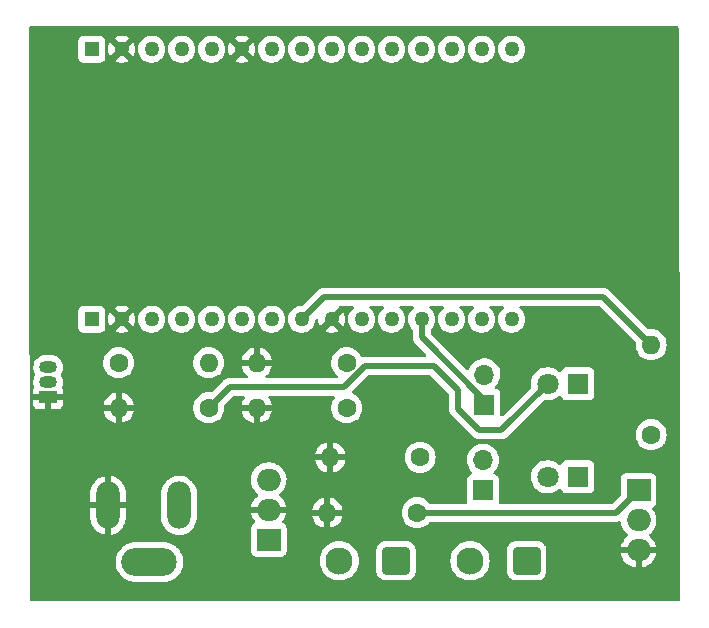
<source format=gbr>
%TF.GenerationSoftware,KiCad,Pcbnew,(6.0.2)*%
%TF.CreationDate,2022-03-19T19:34:23-03:00*%
%TF.ProjectId,ThermalControl,54686572-6d61-46c4-936f-6e74726f6c2e,rev?*%
%TF.SameCoordinates,Original*%
%TF.FileFunction,Copper,L2,Bot*%
%TF.FilePolarity,Positive*%
%FSLAX46Y46*%
G04 Gerber Fmt 4.6, Leading zero omitted, Abs format (unit mm)*
G04 Created by KiCad (PCBNEW (6.0.2)) date 2022-03-19 19:34:23*
%MOMM*%
%LPD*%
G01*
G04 APERTURE LIST*
G04 Aperture macros list*
%AMRoundRect*
0 Rectangle with rounded corners*
0 $1 Rounding radius*
0 $2 $3 $4 $5 $6 $7 $8 $9 X,Y pos of 4 corners*
0 Add a 4 corners polygon primitive as box body*
4,1,4,$2,$3,$4,$5,$6,$7,$8,$9,$2,$3,0*
0 Add four circle primitives for the rounded corners*
1,1,$1+$1,$2,$3*
1,1,$1+$1,$4,$5*
1,1,$1+$1,$6,$7*
1,1,$1+$1,$8,$9*
0 Add four rect primitives between the rounded corners*
20,1,$1+$1,$2,$3,$4,$5,0*
20,1,$1+$1,$4,$5,$6,$7,0*
20,1,$1+$1,$6,$7,$8,$9,0*
20,1,$1+$1,$8,$9,$2,$3,0*%
G04 Aperture macros list end*
%TA.AperFunction,ComponentPad*%
%ADD10RoundRect,0.250001X0.899999X0.899999X-0.899999X0.899999X-0.899999X-0.899999X0.899999X-0.899999X0*%
%TD*%
%TA.AperFunction,ComponentPad*%
%ADD11C,2.300000*%
%TD*%
%TA.AperFunction,ComponentPad*%
%ADD12R,1.800000X1.800000*%
%TD*%
%TA.AperFunction,ComponentPad*%
%ADD13C,1.800000*%
%TD*%
%TA.AperFunction,ComponentPad*%
%ADD14R,1.270000X1.270000*%
%TD*%
%TA.AperFunction,ComponentPad*%
%ADD15C,1.270000*%
%TD*%
%TA.AperFunction,ComponentPad*%
%ADD16R,1.500000X1.050000*%
%TD*%
%TA.AperFunction,ComponentPad*%
%ADD17O,1.500000X1.050000*%
%TD*%
%TA.AperFunction,ComponentPad*%
%ADD18R,1.700000X1.700000*%
%TD*%
%TA.AperFunction,ComponentPad*%
%ADD19O,1.700000X1.700000*%
%TD*%
%TA.AperFunction,ComponentPad*%
%ADD20C,1.600000*%
%TD*%
%TA.AperFunction,ComponentPad*%
%ADD21O,1.600000X1.600000*%
%TD*%
%TA.AperFunction,ComponentPad*%
%ADD22R,2.000000X1.905000*%
%TD*%
%TA.AperFunction,ComponentPad*%
%ADD23O,2.000000X1.905000*%
%TD*%
%TA.AperFunction,ComponentPad*%
%ADD24O,4.700000X2.350000*%
%TD*%
%TA.AperFunction,ComponentPad*%
%ADD25O,2.000000X4.000000*%
%TD*%
%TA.AperFunction,Conductor*%
%ADD26C,0.500000*%
%TD*%
%TA.AperFunction,Conductor*%
%ADD27C,2.000000*%
%TD*%
G04 APERTURE END LIST*
D10*
%TO.P,J6,1,Pin_1*%
%TO.N,Net-(J4-Pad1)*%
X89268000Y-89027000D03*
D11*
%TO.P,J6,2,Pin_2*%
%TO.N,Net-(J3-Pad4)*%
X84468000Y-89027000D03*
%TD*%
D10*
%TO.P,J4,1,Pin_1*%
%TO.N,Net-(J4-Pad1)*%
X100330000Y-89027000D03*
D11*
%TO.P,J4,2,Pin_2*%
%TO.N,Net-(J3-Pad4)*%
X95530000Y-89027000D03*
%TD*%
D12*
%TO.P,C_LED1,1,K*%
%TO.N,Net-(C_LED1-Pad1)*%
X104648000Y-81915000D03*
D13*
%TO.P,C_LED1,2,A*%
%TO.N,Net-(C_LED1-Pad2)*%
X102108000Y-81915000D03*
%TD*%
D14*
%TO.P,U1,1,Vin*%
%TO.N,Net-(R3-Pad2)*%
X63500000Y-45720000D03*
D15*
%TO.P,U1,2,GND*%
%TO.N,GND*%
X66040000Y-45720000D03*
%TO.P,U1,3,RST*%
%TO.N,unconnected-(U1-Pad3)*%
X68580000Y-45720000D03*
%TO.P,U1,4,EN*%
%TO.N,unconnected-(U1-Pad4)*%
X71120000Y-45720000D03*
%TO.P,U1,5,3V3*%
%TO.N,unconnected-(U1-Pad5)*%
X73660000Y-45720000D03*
%TO.P,U1,6,GND*%
%TO.N,GND*%
X76200000Y-45720000D03*
%TO.P,U1,7,CLK*%
%TO.N,unconnected-(U1-Pad7)*%
X78740000Y-45720000D03*
%TO.P,U1,8,SD0*%
%TO.N,unconnected-(U1-Pad8)*%
X81280000Y-45720000D03*
%TO.P,U1,9,CMD*%
%TO.N,unconnected-(U1-Pad9)*%
X83820000Y-45720000D03*
%TO.P,U1,10,SD1*%
%TO.N,unconnected-(U1-Pad10)*%
X86360000Y-45720000D03*
%TO.P,U1,11,SD2*%
%TO.N,unconnected-(U1-Pad11)*%
X88900000Y-45720000D03*
%TO.P,U1,12,SD3*%
%TO.N,unconnected-(U1-Pad12)*%
X91440000Y-45720000D03*
%TO.P,U1,13,RSV*%
%TO.N,unconnected-(U1-Pad13)*%
X93980000Y-45720000D03*
%TO.P,U1,14,RSV*%
%TO.N,unconnected-(U1-Pad14)*%
X96520000Y-45720000D03*
%TO.P,U1,15,A0*%
%TO.N,unconnected-(U1-Pad15)*%
X99060000Y-45720000D03*
D14*
%TO.P,U1,16,3V3*%
%TO.N,unconnected-(U1-Pad16)*%
X63500000Y-68580000D03*
D15*
%TO.P,U1,17,GND*%
%TO.N,GND*%
X66040000Y-68580000D03*
%TO.P,U1,18,TX*%
%TO.N,unconnected-(U1-Pad18)*%
X68580000Y-68580000D03*
%TO.P,U1,19,RX*%
%TO.N,unconnected-(U1-Pad19)*%
X71120000Y-68580000D03*
%TO.P,U1,20,D8*%
%TO.N,unconnected-(U1-Pad20)*%
X73660000Y-68580000D03*
%TO.P,U1,21,D7*%
%TO.N,unconnected-(U1-Pad21)*%
X76200000Y-68580000D03*
%TO.P,U1,22,D6*%
%TO.N,unconnected-(U1-Pad22)*%
X78740000Y-68580000D03*
%TO.P,U1,23,D5*%
%TO.N,Net-(R6-Pad2)*%
X81280000Y-68580000D03*
%TO.P,U1,24,GND*%
%TO.N,GND*%
X83820000Y-68580000D03*
%TO.P,U1,25,3V3*%
%TO.N,unconnected-(U1-Pad25)*%
X86360000Y-68580000D03*
%TO.P,U1,26,D4*%
%TO.N,Net-(BTN2-Pad1)*%
X88900000Y-68580000D03*
%TO.P,U1,27,D3*%
%TO.N,Net-(BTN1-Pad1)*%
X91440000Y-68580000D03*
%TO.P,U1,28,D2*%
%TO.N,Net-(R3-Pad1)*%
X93980000Y-68580000D03*
%TO.P,U1,29,D1*%
%TO.N,Net-(C_LED1-Pad1)*%
X96520000Y-68580000D03*
%TO.P,U1,30,D0*%
%TO.N,Net-(P_LED1-Pad1)*%
X99060000Y-68580000D03*
%TD*%
D16*
%TO.P,SENSOR1,1,GND*%
%TO.N,GND*%
X59817000Y-75184000D03*
D17*
%TO.P,SENSOR1,2,DQ*%
%TO.N,Net-(R3-Pad1)*%
X59817000Y-73914000D03*
%TO.P,SENSOR1,3,VDD*%
%TO.N,Net-(R3-Pad2)*%
X59817000Y-72644000D03*
%TD*%
D18*
%TO.P,BTN2,1,Pin_1*%
%TO.N,Net-(BTN2-Pad1)*%
X96622000Y-83038000D03*
D19*
%TO.P,BTN2,2,Pin_2*%
%TO.N,Net-(BTN2-Pad2)*%
X96622000Y-80498000D03*
%TD*%
D20*
%TO.P,R5,1*%
%TO.N,Net-(P_LED1-Pad2)*%
X73406000Y-76073000D03*
D21*
%TO.P,R5,2*%
%TO.N,GND*%
X65786000Y-76073000D03*
%TD*%
D20*
%TO.P,R6,1*%
%TO.N,Net-(Q1-Pad1)*%
X110871000Y-78359000D03*
D21*
%TO.P,R6,2*%
%TO.N,Net-(R6-Pad2)*%
X110871000Y-70739000D03*
%TD*%
D20*
%TO.P,R7,1*%
%TO.N,Net-(Q1-Pad1)*%
X91059000Y-84963000D03*
D21*
%TO.P,R7,2*%
%TO.N,GND*%
X83439000Y-84963000D03*
%TD*%
D22*
%TO.P,Vreg1,1,IN*%
%TO.N,Net-(J3-Pad4)*%
X78486000Y-87249000D03*
D23*
%TO.P,Vreg1,2,GND*%
%TO.N,GND*%
X78486000Y-84709000D03*
%TO.P,Vreg1,3,OUT*%
%TO.N,Net-(R3-Pad2)*%
X78486000Y-82169000D03*
%TD*%
D20*
%TO.P,R4,1*%
%TO.N,Net-(C_LED1-Pad2)*%
X85090000Y-72263000D03*
D21*
%TO.P,R4,2*%
%TO.N,GND*%
X77470000Y-72263000D03*
%TD*%
D20*
%TO.P,R2,1*%
%TO.N,Net-(BTN2-Pad2)*%
X85090000Y-76073000D03*
D21*
%TO.P,R2,2*%
%TO.N,GND*%
X77470000Y-76073000D03*
%TD*%
D18*
%TO.P,BTN1,1,Pin_1*%
%TO.N,Net-(BTN1-Pad1)*%
X96749000Y-75799000D03*
D19*
%TO.P,BTN1,2,Pin_2*%
%TO.N,Net-(BTN1-Pad2)*%
X96749000Y-73259000D03*
%TD*%
D22*
%TO.P,Q1,1,G*%
%TO.N,Net-(Q1-Pad1)*%
X109799000Y-83058000D03*
D23*
%TO.P,Q1,2,D*%
%TO.N,Net-(J4-Pad1)*%
X109799000Y-85598000D03*
%TO.P,Q1,3,S*%
%TO.N,GND*%
X109799000Y-88138000D03*
%TD*%
D20*
%TO.P,R3,1*%
%TO.N,Net-(R3-Pad1)*%
X65786000Y-72263000D03*
D21*
%TO.P,R3,2*%
%TO.N,Net-(R3-Pad2)*%
X73406000Y-72263000D03*
%TD*%
D24*
%TO.P,J3,2*%
%TO.N,unconnected-(J3-Pad2)*%
X68393000Y-89128000D03*
D25*
%TO.P,J3,3*%
%TO.N,GND*%
X64893000Y-84328000D03*
%TO.P,J3,4*%
%TO.N,Net-(J3-Pad4)*%
X70893000Y-84328000D03*
%TD*%
D12*
%TO.P,P_LED1,1,K*%
%TO.N,Net-(P_LED1-Pad1)*%
X104648000Y-74041000D03*
D13*
%TO.P,P_LED1,2,A*%
%TO.N,Net-(P_LED1-Pad2)*%
X102108000Y-74041000D03*
%TD*%
D20*
%TO.P,R1,1*%
%TO.N,Net-(BTN1-Pad2)*%
X91313000Y-80264000D03*
D21*
%TO.P,R1,2*%
%TO.N,GND*%
X83693000Y-80264000D03*
%TD*%
D26*
%TO.N,Net-(BTN1-Pad1)*%
X96749000Y-75413000D02*
X91440000Y-70104000D01*
X96749000Y-75799000D02*
X96749000Y-75413000D01*
X91440000Y-70104000D02*
X91440000Y-68580000D01*
%TO.N,Net-(P_LED1-Pad2)*%
X94488000Y-74549000D02*
X92456000Y-72517000D01*
X86614000Y-72517000D02*
X84836000Y-74295000D01*
X75184000Y-74295000D02*
X73406000Y-76073000D01*
X84836000Y-74295000D02*
X75184000Y-74295000D01*
X102108000Y-74041000D02*
X98171000Y-77978000D01*
X96328978Y-77978000D02*
X94488000Y-76137022D01*
X98171000Y-77978000D02*
X96328978Y-77978000D01*
X92456000Y-72517000D02*
X86614000Y-72517000D01*
X94488000Y-76137022D02*
X94488000Y-74549000D01*
%TO.N,Net-(Q1-Pad1)*%
X107894000Y-84963000D02*
X91059000Y-84963000D01*
X109799000Y-83058000D02*
X107894000Y-84963000D01*
%TO.N,Net-(R6-Pad2)*%
X106807000Y-66675000D02*
X83185000Y-66675000D01*
X83185000Y-66675000D02*
X81280000Y-68580000D01*
X110871000Y-70739000D02*
X106807000Y-66675000D01*
D27*
%TO.N,Net-(J3-Pad4)*%
X70893000Y-83969000D02*
X70893000Y-83974000D01*
%TD*%
%TA.AperFunction,Conductor*%
%TO.N,GND*%
G36*
X113134455Y-43783002D02*
G01*
X113180948Y-43836658D01*
X113192334Y-43888671D01*
X113299674Y-84957525D01*
X113314962Y-90806479D01*
X113318893Y-92310682D01*
X113299069Y-92378854D01*
X113245535Y-92425487D01*
X113192932Y-92437011D01*
X94965340Y-92442470D01*
X58419165Y-92453416D01*
X58351038Y-92433434D01*
X58304529Y-92379793D01*
X58293127Y-92327745D01*
X58293083Y-92310682D01*
X58284533Y-89039633D01*
X65531860Y-89039633D01*
X65535044Y-89174762D01*
X65537579Y-89282315D01*
X65537894Y-89295697D01*
X65538728Y-89300401D01*
X65581385Y-89541089D01*
X65582592Y-89547901D01*
X65584129Y-89552428D01*
X65584129Y-89552429D01*
X65663385Y-89785911D01*
X65663388Y-89785918D01*
X65664924Y-89790443D01*
X65782995Y-90017741D01*
X65785811Y-90021596D01*
X65785815Y-90021602D01*
X65889016Y-90162865D01*
X65934090Y-90224563D01*
X65965331Y-90255968D01*
X66111355Y-90402760D01*
X66111360Y-90402764D01*
X66114729Y-90406151D01*
X66320758Y-90558326D01*
X66324996Y-90560556D01*
X66324998Y-90560557D01*
X66543198Y-90675358D01*
X66543205Y-90675361D01*
X66547434Y-90677586D01*
X66551950Y-90679145D01*
X66551956Y-90679148D01*
X66677020Y-90722333D01*
X66789541Y-90761187D01*
X66871850Y-90776219D01*
X67037536Y-90806479D01*
X67037542Y-90806480D01*
X67041508Y-90807204D01*
X67086004Y-90809536D01*
X67121809Y-90811413D01*
X67121825Y-90811413D01*
X67123477Y-90811500D01*
X69633124Y-90811500D01*
X69635503Y-90811319D01*
X69635504Y-90811319D01*
X69818630Y-90797389D01*
X69818635Y-90797388D01*
X69823397Y-90797026D01*
X69828051Y-90795947D01*
X69828053Y-90795947D01*
X70068253Y-90740272D01*
X70068252Y-90740272D01*
X70072917Y-90739191D01*
X70310817Y-90644278D01*
X70457027Y-90558326D01*
X70527496Y-90516900D01*
X70527499Y-90516898D01*
X70531624Y-90514473D01*
X70730255Y-90352761D01*
X70829795Y-90242791D01*
X70898930Y-90166412D01*
X70898933Y-90166408D01*
X70902140Y-90162865D01*
X70950474Y-90089703D01*
X71040687Y-89953147D01*
X71040688Y-89953145D01*
X71043324Y-89949155D01*
X71047781Y-89939488D01*
X71148552Y-89720900D01*
X71148553Y-89720896D01*
X71150558Y-89716548D01*
X71193175Y-89568412D01*
X71220052Y-89474990D01*
X71220053Y-89474986D01*
X71221373Y-89470397D01*
X71254140Y-89216367D01*
X71250088Y-89044410D01*
X71249678Y-89027000D01*
X82804372Y-89027000D01*
X82824854Y-89287249D01*
X82826008Y-89292056D01*
X82826009Y-89292062D01*
X82828375Y-89301915D01*
X82885796Y-89541089D01*
X82887689Y-89545660D01*
X82887690Y-89545662D01*
X82958474Y-89716548D01*
X82985697Y-89782271D01*
X83122097Y-90004856D01*
X83291637Y-90203363D01*
X83490144Y-90372903D01*
X83712729Y-90509303D01*
X83717299Y-90511196D01*
X83717303Y-90511198D01*
X83949338Y-90607310D01*
X83953911Y-90609204D01*
X84002495Y-90620868D01*
X84202938Y-90668991D01*
X84202944Y-90668992D01*
X84207751Y-90670146D01*
X84468000Y-90690628D01*
X84728249Y-90670146D01*
X84733056Y-90668992D01*
X84733062Y-90668991D01*
X84933505Y-90620868D01*
X84982089Y-90609204D01*
X84986662Y-90607310D01*
X85218697Y-90511198D01*
X85218701Y-90511196D01*
X85223271Y-90509303D01*
X85445856Y-90372903D01*
X85644363Y-90203363D01*
X85813903Y-90004856D01*
X85830728Y-89977400D01*
X87609500Y-89977400D01*
X87609837Y-89980646D01*
X87609837Y-89980650D01*
X87613686Y-90017741D01*
X87620474Y-90083165D01*
X87622655Y-90089701D01*
X87622655Y-90089703D01*
X87647064Y-90162865D01*
X87676450Y-90250945D01*
X87769522Y-90401348D01*
X87894697Y-90526305D01*
X87900927Y-90530145D01*
X87900928Y-90530146D01*
X88038090Y-90614694D01*
X88045262Y-90619115D01*
X88113806Y-90641850D01*
X88206611Y-90672632D01*
X88206613Y-90672632D01*
X88213139Y-90674797D01*
X88219975Y-90675497D01*
X88219978Y-90675498D01*
X88263031Y-90679909D01*
X88317600Y-90685500D01*
X90218400Y-90685500D01*
X90221646Y-90685163D01*
X90221650Y-90685163D01*
X90317307Y-90675238D01*
X90317311Y-90675237D01*
X90324165Y-90674526D01*
X90330701Y-90672345D01*
X90330703Y-90672345D01*
X90462805Y-90628272D01*
X90491945Y-90618550D01*
X90642348Y-90525478D01*
X90767305Y-90400303D01*
X90794748Y-90355783D01*
X90856275Y-90255968D01*
X90856276Y-90255966D01*
X90860115Y-90249738D01*
X90915797Y-90081861D01*
X90926500Y-89977400D01*
X90926500Y-89027000D01*
X93866372Y-89027000D01*
X93886854Y-89287249D01*
X93888008Y-89292056D01*
X93888009Y-89292062D01*
X93890375Y-89301915D01*
X93947796Y-89541089D01*
X93949689Y-89545660D01*
X93949690Y-89545662D01*
X94020474Y-89716548D01*
X94047697Y-89782271D01*
X94184097Y-90004856D01*
X94353637Y-90203363D01*
X94552144Y-90372903D01*
X94774729Y-90509303D01*
X94779299Y-90511196D01*
X94779303Y-90511198D01*
X95011338Y-90607310D01*
X95015911Y-90609204D01*
X95064495Y-90620868D01*
X95264938Y-90668991D01*
X95264944Y-90668992D01*
X95269751Y-90670146D01*
X95530000Y-90690628D01*
X95790249Y-90670146D01*
X95795056Y-90668992D01*
X95795062Y-90668991D01*
X95995505Y-90620868D01*
X96044089Y-90609204D01*
X96048662Y-90607310D01*
X96280697Y-90511198D01*
X96280701Y-90511196D01*
X96285271Y-90509303D01*
X96507856Y-90372903D01*
X96706363Y-90203363D01*
X96875903Y-90004856D01*
X96892728Y-89977400D01*
X98671500Y-89977400D01*
X98671837Y-89980646D01*
X98671837Y-89980650D01*
X98675686Y-90017741D01*
X98682474Y-90083165D01*
X98684655Y-90089701D01*
X98684655Y-90089703D01*
X98709064Y-90162865D01*
X98738450Y-90250945D01*
X98831522Y-90401348D01*
X98956697Y-90526305D01*
X98962927Y-90530145D01*
X98962928Y-90530146D01*
X99100090Y-90614694D01*
X99107262Y-90619115D01*
X99175806Y-90641850D01*
X99268611Y-90672632D01*
X99268613Y-90672632D01*
X99275139Y-90674797D01*
X99281975Y-90675497D01*
X99281978Y-90675498D01*
X99325031Y-90679909D01*
X99379600Y-90685500D01*
X101280400Y-90685500D01*
X101283646Y-90685163D01*
X101283650Y-90685163D01*
X101379307Y-90675238D01*
X101379311Y-90675237D01*
X101386165Y-90674526D01*
X101392701Y-90672345D01*
X101392703Y-90672345D01*
X101524805Y-90628272D01*
X101553945Y-90618550D01*
X101704348Y-90525478D01*
X101829305Y-90400303D01*
X101856748Y-90355783D01*
X101918275Y-90255968D01*
X101918276Y-90255966D01*
X101922115Y-90249738D01*
X101977797Y-90081861D01*
X101988500Y-89977400D01*
X101988500Y-88410194D01*
X108315573Y-88410194D01*
X108325110Y-88472515D01*
X108327499Y-88482543D01*
X108398898Y-88700988D01*
X108402895Y-88710497D01*
X108509011Y-88914344D01*
X108514505Y-88923069D01*
X108652493Y-89106852D01*
X108659336Y-89114559D01*
X108825491Y-89273339D01*
X108833501Y-89279826D01*
X109023347Y-89409330D01*
X109032321Y-89414429D01*
X109240769Y-89511187D01*
X109250456Y-89514750D01*
X109471908Y-89576165D01*
X109482030Y-89578096D01*
X109526987Y-89582901D01*
X109541608Y-89580253D01*
X109544853Y-89568412D01*
X110053000Y-89568412D01*
X110057325Y-89583141D01*
X110069111Y-89585202D01*
X110080704Y-89584249D01*
X110090866Y-89582567D01*
X110313771Y-89526578D01*
X110323519Y-89523259D01*
X110534289Y-89431615D01*
X110543364Y-89426749D01*
X110736327Y-89301915D01*
X110744498Y-89295622D01*
X110914480Y-89140950D01*
X110921506Y-89133417D01*
X111063945Y-88953056D01*
X111069650Y-88944469D01*
X111180714Y-88743278D01*
X111184944Y-88733866D01*
X111261659Y-88517232D01*
X111264293Y-88507261D01*
X111281647Y-88409837D01*
X111280187Y-88396540D01*
X111265630Y-88392000D01*
X110071115Y-88392000D01*
X110055876Y-88396475D01*
X110054671Y-88397865D01*
X110053000Y-88405548D01*
X110053000Y-89568412D01*
X109544853Y-89568412D01*
X109545000Y-89567876D01*
X109545000Y-88410115D01*
X109540525Y-88394876D01*
X109539135Y-88393671D01*
X109531452Y-88392000D01*
X108330904Y-88392000D01*
X108317560Y-88395918D01*
X108315573Y-88410194D01*
X101988500Y-88410194D01*
X101988500Y-88076600D01*
X101977526Y-87970835D01*
X101948556Y-87884000D01*
X101923868Y-87810003D01*
X101921550Y-87803055D01*
X101828478Y-87652652D01*
X101785699Y-87609947D01*
X101708483Y-87532866D01*
X101703303Y-87527695D01*
X101697072Y-87523854D01*
X101558968Y-87438725D01*
X101558966Y-87438724D01*
X101552738Y-87434885D01*
X101402366Y-87385009D01*
X101391389Y-87381368D01*
X101391387Y-87381368D01*
X101384861Y-87379203D01*
X101378025Y-87378503D01*
X101378022Y-87378502D01*
X101334969Y-87374091D01*
X101280400Y-87368500D01*
X99379600Y-87368500D01*
X99376354Y-87368837D01*
X99376350Y-87368837D01*
X99280693Y-87378762D01*
X99280689Y-87378763D01*
X99273835Y-87379474D01*
X99267299Y-87381655D01*
X99267297Y-87381655D01*
X99135195Y-87425728D01*
X99106055Y-87435450D01*
X98955652Y-87528522D01*
X98830695Y-87653697D01*
X98826855Y-87659927D01*
X98826854Y-87659928D01*
X98774692Y-87744551D01*
X98737885Y-87804262D01*
X98682203Y-87972139D01*
X98671500Y-88076600D01*
X98671500Y-89977400D01*
X96892728Y-89977400D01*
X97012303Y-89782271D01*
X97039527Y-89716548D01*
X97110310Y-89545662D01*
X97110311Y-89545660D01*
X97112204Y-89541089D01*
X97169625Y-89301915D01*
X97171991Y-89292062D01*
X97171992Y-89292056D01*
X97173146Y-89287249D01*
X97193628Y-89027000D01*
X97173146Y-88766751D01*
X97171992Y-88761944D01*
X97171991Y-88761938D01*
X97113359Y-88517723D01*
X97112204Y-88512911D01*
X97099625Y-88482543D01*
X97014198Y-88276303D01*
X97014196Y-88276299D01*
X97012303Y-88271729D01*
X96875903Y-88049144D01*
X96706363Y-87850637D01*
X96507856Y-87681097D01*
X96285271Y-87544697D01*
X96280701Y-87542804D01*
X96280697Y-87542802D01*
X96048662Y-87446690D01*
X96048660Y-87446689D01*
X96044089Y-87444796D01*
X95955069Y-87423424D01*
X95795062Y-87385009D01*
X95795056Y-87385008D01*
X95790249Y-87383854D01*
X95530000Y-87363372D01*
X95269751Y-87383854D01*
X95264944Y-87385008D01*
X95264938Y-87385009D01*
X95104931Y-87423424D01*
X95015911Y-87444796D01*
X95011340Y-87446689D01*
X95011338Y-87446690D01*
X94779303Y-87542802D01*
X94779299Y-87542804D01*
X94774729Y-87544697D01*
X94552144Y-87681097D01*
X94353637Y-87850637D01*
X94184097Y-88049144D01*
X94047697Y-88271729D01*
X94045804Y-88276299D01*
X94045802Y-88276303D01*
X93960375Y-88482543D01*
X93947796Y-88512911D01*
X93946641Y-88517723D01*
X93888009Y-88761938D01*
X93888008Y-88761944D01*
X93886854Y-88766751D01*
X93866372Y-89027000D01*
X90926500Y-89027000D01*
X90926500Y-88076600D01*
X90915526Y-87970835D01*
X90886556Y-87884000D01*
X90861868Y-87810003D01*
X90859550Y-87803055D01*
X90766478Y-87652652D01*
X90723699Y-87609947D01*
X90646483Y-87532866D01*
X90641303Y-87527695D01*
X90635072Y-87523854D01*
X90496968Y-87438725D01*
X90496966Y-87438724D01*
X90490738Y-87434885D01*
X90340366Y-87385009D01*
X90329389Y-87381368D01*
X90329387Y-87381368D01*
X90322861Y-87379203D01*
X90316025Y-87378503D01*
X90316022Y-87378502D01*
X90272969Y-87374091D01*
X90218400Y-87368500D01*
X88317600Y-87368500D01*
X88314354Y-87368837D01*
X88314350Y-87368837D01*
X88218693Y-87378762D01*
X88218689Y-87378763D01*
X88211835Y-87379474D01*
X88205299Y-87381655D01*
X88205297Y-87381655D01*
X88073195Y-87425728D01*
X88044055Y-87435450D01*
X87893652Y-87528522D01*
X87768695Y-87653697D01*
X87764855Y-87659927D01*
X87764854Y-87659928D01*
X87712692Y-87744551D01*
X87675885Y-87804262D01*
X87620203Y-87972139D01*
X87609500Y-88076600D01*
X87609500Y-89977400D01*
X85830728Y-89977400D01*
X85950303Y-89782271D01*
X85977527Y-89716548D01*
X86048310Y-89545662D01*
X86048311Y-89545660D01*
X86050204Y-89541089D01*
X86107625Y-89301915D01*
X86109991Y-89292062D01*
X86109992Y-89292056D01*
X86111146Y-89287249D01*
X86131628Y-89027000D01*
X86111146Y-88766751D01*
X86109992Y-88761944D01*
X86109991Y-88761938D01*
X86051359Y-88517723D01*
X86050204Y-88512911D01*
X86037625Y-88482543D01*
X85952198Y-88276303D01*
X85952196Y-88276299D01*
X85950303Y-88271729D01*
X85813903Y-88049144D01*
X85644363Y-87850637D01*
X85445856Y-87681097D01*
X85223271Y-87544697D01*
X85218701Y-87542804D01*
X85218697Y-87542802D01*
X84986662Y-87446690D01*
X84986660Y-87446689D01*
X84982089Y-87444796D01*
X84893069Y-87423424D01*
X84733062Y-87385009D01*
X84733056Y-87385008D01*
X84728249Y-87383854D01*
X84468000Y-87363372D01*
X84207751Y-87383854D01*
X84202944Y-87385008D01*
X84202938Y-87385009D01*
X84042931Y-87423424D01*
X83953911Y-87444796D01*
X83949340Y-87446689D01*
X83949338Y-87446690D01*
X83717303Y-87542802D01*
X83717299Y-87542804D01*
X83712729Y-87544697D01*
X83490144Y-87681097D01*
X83291637Y-87850637D01*
X83122097Y-88049144D01*
X82985697Y-88271729D01*
X82983804Y-88276299D01*
X82983802Y-88276303D01*
X82898375Y-88482543D01*
X82885796Y-88512911D01*
X82884641Y-88517723D01*
X82826009Y-88761938D01*
X82826008Y-88761944D01*
X82824854Y-88766751D01*
X82804372Y-89027000D01*
X71249678Y-89027000D01*
X71248219Y-88965082D01*
X71248218Y-88965077D01*
X71248106Y-88960303D01*
X71203408Y-88708099D01*
X71156578Y-88570142D01*
X71122615Y-88470089D01*
X71122612Y-88470082D01*
X71121076Y-88465557D01*
X71008914Y-88249634D01*
X76977500Y-88249634D01*
X76984255Y-88311816D01*
X77035385Y-88448205D01*
X77122739Y-88564761D01*
X77239295Y-88652115D01*
X77375684Y-88703245D01*
X77437866Y-88710000D01*
X79534134Y-88710000D01*
X79596316Y-88703245D01*
X79732705Y-88652115D01*
X79849261Y-88564761D01*
X79936615Y-88448205D01*
X79987745Y-88311816D01*
X79994500Y-88249634D01*
X79994500Y-86248366D01*
X79987745Y-86186184D01*
X79936615Y-86049795D01*
X79849261Y-85933239D01*
X79732705Y-85845885D01*
X79712317Y-85838242D01*
X79655553Y-85795599D01*
X79630854Y-85729038D01*
X79646062Y-85659689D01*
X79657666Y-85642168D01*
X79750945Y-85524056D01*
X79756650Y-85515469D01*
X79867714Y-85314278D01*
X79871944Y-85304866D01*
X79898625Y-85229522D01*
X82156273Y-85229522D01*
X82203764Y-85406761D01*
X82207510Y-85417053D01*
X82299586Y-85614511D01*
X82305069Y-85624007D01*
X82430028Y-85802467D01*
X82437084Y-85810875D01*
X82591125Y-85964916D01*
X82599533Y-85971972D01*
X82777993Y-86096931D01*
X82787489Y-86102414D01*
X82984947Y-86194490D01*
X82995239Y-86198236D01*
X83167503Y-86244394D01*
X83181599Y-86244058D01*
X83185000Y-86236116D01*
X83185000Y-86230967D01*
X83693000Y-86230967D01*
X83696973Y-86244498D01*
X83705522Y-86245727D01*
X83882761Y-86198236D01*
X83893053Y-86194490D01*
X84090511Y-86102414D01*
X84100007Y-86096931D01*
X84278467Y-85971972D01*
X84286875Y-85964916D01*
X84440916Y-85810875D01*
X84447972Y-85802467D01*
X84572931Y-85624007D01*
X84578414Y-85614511D01*
X84670490Y-85417053D01*
X84674236Y-85406761D01*
X84720394Y-85234497D01*
X84720058Y-85220401D01*
X84712116Y-85217000D01*
X83711115Y-85217000D01*
X83695876Y-85221475D01*
X83694671Y-85222865D01*
X83693000Y-85230548D01*
X83693000Y-86230967D01*
X83185000Y-86230967D01*
X83185000Y-85235115D01*
X83180525Y-85219876D01*
X83179135Y-85218671D01*
X83171452Y-85217000D01*
X82171033Y-85217000D01*
X82157502Y-85220973D01*
X82156273Y-85229522D01*
X79898625Y-85229522D01*
X79948659Y-85088232D01*
X79951293Y-85078261D01*
X79968647Y-84980837D01*
X79967187Y-84967540D01*
X79952630Y-84963000D01*
X89745502Y-84963000D01*
X89765457Y-85191087D01*
X89766881Y-85196400D01*
X89766881Y-85196402D01*
X89819162Y-85391514D01*
X89824716Y-85412243D01*
X89827039Y-85417224D01*
X89827039Y-85417225D01*
X89919151Y-85614762D01*
X89919154Y-85614767D01*
X89921477Y-85619749D01*
X89990421Y-85718211D01*
X90048134Y-85800633D01*
X90052802Y-85807300D01*
X90214700Y-85969198D01*
X90219208Y-85972355D01*
X90219211Y-85972357D01*
X90293344Y-86024265D01*
X90402251Y-86100523D01*
X90407233Y-86102846D01*
X90407238Y-86102849D01*
X90603765Y-86194490D01*
X90609757Y-86197284D01*
X90615065Y-86198706D01*
X90615067Y-86198707D01*
X90825598Y-86255119D01*
X90825600Y-86255119D01*
X90830913Y-86256543D01*
X91059000Y-86276498D01*
X91287087Y-86256543D01*
X91292400Y-86255119D01*
X91292402Y-86255119D01*
X91502933Y-86198707D01*
X91502935Y-86198706D01*
X91508243Y-86197284D01*
X91514235Y-86194490D01*
X91710762Y-86102849D01*
X91710767Y-86102846D01*
X91715749Y-86100523D01*
X91824656Y-86024265D01*
X91898789Y-85972357D01*
X91898792Y-85972355D01*
X91903300Y-85969198D01*
X92065198Y-85807300D01*
X92087655Y-85775229D01*
X92143110Y-85730901D01*
X92190867Y-85721500D01*
X107826930Y-85721500D01*
X107845880Y-85722933D01*
X107860115Y-85725099D01*
X107860119Y-85725099D01*
X107867349Y-85726199D01*
X107874641Y-85725606D01*
X107874644Y-85725606D01*
X107920018Y-85721915D01*
X107930233Y-85721500D01*
X107938293Y-85721500D01*
X107951583Y-85719951D01*
X107966507Y-85718211D01*
X107970882Y-85717778D01*
X108036339Y-85712454D01*
X108036342Y-85712453D01*
X108043637Y-85711860D01*
X108050601Y-85709604D01*
X108056560Y-85708413D01*
X108062414Y-85707029D01*
X108069681Y-85706182D01*
X108076558Y-85703686D01*
X108076561Y-85703685D01*
X108134059Y-85682814D01*
X108204916Y-85678372D01*
X108266927Y-85712944D01*
X108301601Y-85782193D01*
X108304753Y-85802789D01*
X108325404Y-85937744D01*
X108353683Y-86024265D01*
X108398434Y-86161183D01*
X108398437Y-86161189D01*
X108400042Y-86166101D01*
X108402429Y-86170687D01*
X108402431Y-86170691D01*
X108446382Y-86255119D01*
X108510975Y-86379200D01*
X108655223Y-86571320D01*
X108658961Y-86574892D01*
X108784285Y-86694654D01*
X108828912Y-86737301D01*
X108866351Y-86762840D01*
X108911352Y-86817751D01*
X108919523Y-86888275D01*
X108888269Y-86952022D01*
X108863790Y-86972716D01*
X108861674Y-86974085D01*
X108853502Y-86980378D01*
X108683520Y-87135050D01*
X108676494Y-87142583D01*
X108534055Y-87322944D01*
X108528350Y-87331531D01*
X108417286Y-87532722D01*
X108413056Y-87542134D01*
X108336341Y-87758768D01*
X108333707Y-87768739D01*
X108316353Y-87866163D01*
X108317813Y-87879460D01*
X108332370Y-87884000D01*
X111267096Y-87884000D01*
X111280440Y-87880082D01*
X111282427Y-87865806D01*
X111272890Y-87803485D01*
X111270501Y-87793457D01*
X111199102Y-87575012D01*
X111195105Y-87565503D01*
X111088989Y-87361656D01*
X111083495Y-87352931D01*
X110945507Y-87169148D01*
X110938664Y-87161441D01*
X110772509Y-87002661D01*
X110764502Y-86996177D01*
X110731644Y-86973763D01*
X110686641Y-86918852D01*
X110678468Y-86848328D01*
X110709722Y-86784580D01*
X110734204Y-86763884D01*
X110736635Y-86762311D01*
X110740977Y-86759502D01*
X110918670Y-86597814D01*
X111059205Y-86419866D01*
X111064367Y-86413330D01*
X111064370Y-86413325D01*
X111067568Y-86409276D01*
X111081885Y-86383342D01*
X111181177Y-86203474D01*
X111181179Y-86203470D01*
X111183674Y-86198950D01*
X111203454Y-86143095D01*
X111262144Y-85977360D01*
X111262145Y-85977356D01*
X111263870Y-85972485D01*
X111265150Y-85965301D01*
X111305095Y-85741052D01*
X111305096Y-85741046D01*
X111306001Y-85735963D01*
X111308936Y-85495737D01*
X111272596Y-85258256D01*
X111205686Y-85053543D01*
X111199566Y-85034817D01*
X111199563Y-85034811D01*
X111197958Y-85029899D01*
X111165983Y-84968475D01*
X111089416Y-84821393D01*
X111087025Y-84816800D01*
X110970585Y-84661717D01*
X110945680Y-84595235D01*
X110960672Y-84525839D01*
X111010802Y-84475565D01*
X111027115Y-84468085D01*
X111037293Y-84464269D01*
X111037296Y-84464267D01*
X111045705Y-84461115D01*
X111162261Y-84373761D01*
X111249615Y-84257205D01*
X111300745Y-84120816D01*
X111307500Y-84058634D01*
X111307500Y-82057366D01*
X111300745Y-81995184D01*
X111249615Y-81858795D01*
X111162261Y-81742239D01*
X111045705Y-81654885D01*
X110909316Y-81603755D01*
X110847134Y-81597000D01*
X108750866Y-81597000D01*
X108688684Y-81603755D01*
X108552295Y-81654885D01*
X108435739Y-81742239D01*
X108348385Y-81858795D01*
X108297255Y-81995184D01*
X108290500Y-82057366D01*
X108290500Y-83441629D01*
X108270498Y-83509750D01*
X108253595Y-83530724D01*
X107616724Y-84167595D01*
X107554412Y-84201621D01*
X107527629Y-84204500D01*
X98078248Y-84204500D01*
X98010127Y-84184498D01*
X97963634Y-84130842D01*
X97953530Y-84060568D01*
X97960264Y-84034276D01*
X97973745Y-83998316D01*
X97980500Y-83936134D01*
X97980500Y-82139866D01*
X97973745Y-82077684D01*
X97922615Y-81941295D01*
X97877028Y-81880469D01*
X100695095Y-81880469D01*
X100695392Y-81885622D01*
X100695392Y-81885625D01*
X100705294Y-82057366D01*
X100708427Y-82111697D01*
X100709564Y-82116743D01*
X100709565Y-82116749D01*
X100717604Y-82152419D01*
X100759346Y-82337642D01*
X100761288Y-82342424D01*
X100761289Y-82342428D01*
X100827070Y-82504426D01*
X100846484Y-82552237D01*
X100967501Y-82749719D01*
X101119147Y-82924784D01*
X101297349Y-83072730D01*
X101497322Y-83189584D01*
X101713694Y-83272209D01*
X101718760Y-83273240D01*
X101718761Y-83273240D01*
X101771846Y-83284040D01*
X101940656Y-83318385D01*
X102070089Y-83323131D01*
X102166949Y-83326683D01*
X102166953Y-83326683D01*
X102172113Y-83326872D01*
X102177233Y-83326216D01*
X102177235Y-83326216D01*
X102251166Y-83316745D01*
X102401847Y-83297442D01*
X102406795Y-83295957D01*
X102406802Y-83295956D01*
X102618747Y-83232369D01*
X102623690Y-83230886D01*
X102643178Y-83221339D01*
X102827049Y-83131262D01*
X102827052Y-83131260D01*
X102831684Y-83128991D01*
X103020243Y-82994494D01*
X103065309Y-82949585D01*
X103127681Y-82915669D01*
X103198487Y-82920857D01*
X103255249Y-82963503D01*
X103272231Y-82994607D01*
X103297385Y-83061705D01*
X103384739Y-83178261D01*
X103501295Y-83265615D01*
X103637684Y-83316745D01*
X103699866Y-83323500D01*
X105596134Y-83323500D01*
X105658316Y-83316745D01*
X105794705Y-83265615D01*
X105911261Y-83178261D01*
X105998615Y-83061705D01*
X106049745Y-82925316D01*
X106056500Y-82863134D01*
X106056500Y-80966866D01*
X106049745Y-80904684D01*
X105998615Y-80768295D01*
X105911261Y-80651739D01*
X105794705Y-80564385D01*
X105658316Y-80513255D01*
X105596134Y-80506500D01*
X103699866Y-80506500D01*
X103637684Y-80513255D01*
X103501295Y-80564385D01*
X103384739Y-80651739D01*
X103297385Y-80768295D01*
X103294233Y-80776703D01*
X103294232Y-80776705D01*
X103273538Y-80831906D01*
X103230897Y-80888671D01*
X103164335Y-80913371D01*
X103094986Y-80898164D01*
X103072167Y-80881666D01*
X103071887Y-80881358D01*
X103009270Y-80831906D01*
X102894177Y-80741011D01*
X102894172Y-80741008D01*
X102890123Y-80737810D01*
X102885607Y-80735317D01*
X102885604Y-80735315D01*
X102691879Y-80628373D01*
X102691875Y-80628371D01*
X102687355Y-80625876D01*
X102682486Y-80624152D01*
X102682482Y-80624150D01*
X102473903Y-80550288D01*
X102473899Y-80550287D01*
X102469028Y-80548562D01*
X102463935Y-80547655D01*
X102463932Y-80547654D01*
X102246095Y-80508851D01*
X102246089Y-80508850D01*
X102241006Y-80507945D01*
X102168096Y-80507054D01*
X102014581Y-80505179D01*
X102014579Y-80505179D01*
X102009411Y-80505116D01*
X101780464Y-80540150D01*
X101560314Y-80612106D01*
X101555726Y-80614494D01*
X101555722Y-80614496D01*
X101375419Y-80708356D01*
X101354872Y-80719052D01*
X101350739Y-80722155D01*
X101350736Y-80722157D01*
X101173790Y-80855012D01*
X101169655Y-80858117D01*
X101105733Y-80925007D01*
X101023582Y-81010974D01*
X101009639Y-81025564D01*
X100879119Y-81216899D01*
X100781602Y-81426981D01*
X100719707Y-81650169D01*
X100695095Y-81880469D01*
X97877028Y-81880469D01*
X97835261Y-81824739D01*
X97718705Y-81737385D01*
X97706132Y-81732672D01*
X97600203Y-81692960D01*
X97543439Y-81650318D01*
X97518739Y-81583756D01*
X97533947Y-81514408D01*
X97555493Y-81485727D01*
X97656435Y-81385137D01*
X97660096Y-81381489D01*
X97719594Y-81298689D01*
X97787435Y-81204277D01*
X97790453Y-81200077D01*
X97838201Y-81103467D01*
X97887136Y-81004453D01*
X97887137Y-81004451D01*
X97889430Y-80999811D01*
X97954370Y-80786069D01*
X97983529Y-80564590D01*
X97983611Y-80561233D01*
X97985074Y-80501365D01*
X97985074Y-80501361D01*
X97985156Y-80498000D01*
X97966852Y-80275361D01*
X97912431Y-80058702D01*
X97823354Y-79853840D01*
X97702014Y-79666277D01*
X97551670Y-79501051D01*
X97547619Y-79497852D01*
X97547615Y-79497848D01*
X97380414Y-79365800D01*
X97380410Y-79365798D01*
X97376359Y-79362598D01*
X97180789Y-79254638D01*
X97175920Y-79252914D01*
X97175916Y-79252912D01*
X96975087Y-79181795D01*
X96975083Y-79181794D01*
X96970212Y-79180069D01*
X96965119Y-79179162D01*
X96965116Y-79179161D01*
X96755373Y-79141800D01*
X96755367Y-79141799D01*
X96750284Y-79140894D01*
X96676452Y-79139992D01*
X96532081Y-79138228D01*
X96532079Y-79138228D01*
X96526911Y-79138165D01*
X96306091Y-79171955D01*
X96093756Y-79241357D01*
X95895607Y-79344507D01*
X95891474Y-79347610D01*
X95891471Y-79347612D01*
X95795459Y-79419700D01*
X95716965Y-79478635D01*
X95713393Y-79482373D01*
X95594057Y-79607251D01*
X95562629Y-79640138D01*
X95559715Y-79644410D01*
X95559714Y-79644411D01*
X95474556Y-79769249D01*
X95436743Y-79824680D01*
X95421003Y-79858590D01*
X95350721Y-80010000D01*
X95342688Y-80027305D01*
X95282989Y-80242570D01*
X95259251Y-80464695D01*
X95259548Y-80469848D01*
X95259548Y-80469851D01*
X95267658Y-80610499D01*
X95272110Y-80687715D01*
X95273247Y-80692761D01*
X95273248Y-80692767D01*
X95292165Y-80776705D01*
X95321222Y-80905639D01*
X95405266Y-81112616D01*
X95521987Y-81303088D01*
X95668250Y-81471938D01*
X95672230Y-81475242D01*
X95676981Y-81479187D01*
X95716616Y-81538090D01*
X95718113Y-81609071D01*
X95680997Y-81669593D01*
X95640724Y-81694112D01*
X95525295Y-81737385D01*
X95408739Y-81824739D01*
X95321385Y-81941295D01*
X95270255Y-82077684D01*
X95263500Y-82139866D01*
X95263500Y-83936134D01*
X95270255Y-83998316D01*
X95283734Y-84034272D01*
X95288917Y-84105076D01*
X95254997Y-84167446D01*
X95192742Y-84201575D01*
X95165752Y-84204500D01*
X92190867Y-84204500D01*
X92122746Y-84184498D01*
X92087655Y-84150772D01*
X92065198Y-84118700D01*
X91903300Y-83956802D01*
X91898792Y-83953645D01*
X91898789Y-83953643D01*
X91813530Y-83893944D01*
X91715749Y-83825477D01*
X91710767Y-83823154D01*
X91710762Y-83823151D01*
X91513225Y-83731039D01*
X91513224Y-83731039D01*
X91508243Y-83728716D01*
X91502935Y-83727294D01*
X91502933Y-83727293D01*
X91292402Y-83670881D01*
X91292400Y-83670881D01*
X91287087Y-83669457D01*
X91059000Y-83649502D01*
X90830913Y-83669457D01*
X90825600Y-83670881D01*
X90825598Y-83670881D01*
X90615067Y-83727293D01*
X90615065Y-83727294D01*
X90609757Y-83728716D01*
X90604776Y-83731039D01*
X90604775Y-83731039D01*
X90407238Y-83823151D01*
X90407233Y-83823154D01*
X90402251Y-83825477D01*
X90304470Y-83893944D01*
X90219211Y-83953643D01*
X90219208Y-83953645D01*
X90214700Y-83956802D01*
X90052802Y-84118700D01*
X90049645Y-84123208D01*
X90049643Y-84123211D01*
X90018565Y-84167595D01*
X89921477Y-84306251D01*
X89919154Y-84311233D01*
X89919151Y-84311238D01*
X89849263Y-84461115D01*
X89824716Y-84513757D01*
X89823294Y-84519065D01*
X89823293Y-84519067D01*
X89775756Y-84696478D01*
X89765457Y-84734913D01*
X89745502Y-84963000D01*
X79952630Y-84963000D01*
X77017904Y-84963000D01*
X77004560Y-84966918D01*
X77002573Y-84981194D01*
X77012110Y-85043515D01*
X77014499Y-85053543D01*
X77085898Y-85271988D01*
X77089895Y-85281497D01*
X77196011Y-85485344D01*
X77201500Y-85494061D01*
X77314902Y-85645099D01*
X77339807Y-85711584D01*
X77324814Y-85780980D01*
X77274684Y-85831253D01*
X77258375Y-85838732D01*
X77239295Y-85845885D01*
X77122739Y-85933239D01*
X77035385Y-86049795D01*
X76984255Y-86186184D01*
X76977500Y-86248366D01*
X76977500Y-88249634D01*
X71008914Y-88249634D01*
X71003005Y-88238259D01*
X71000189Y-88234404D01*
X71000185Y-88234398D01*
X70854733Y-88035301D01*
X70854732Y-88035300D01*
X70851910Y-88031437D01*
X70761591Y-87940643D01*
X70674645Y-87853240D01*
X70674640Y-87853236D01*
X70671271Y-87849849D01*
X70618957Y-87811209D01*
X70547957Y-87758768D01*
X70465242Y-87697674D01*
X70439847Y-87684313D01*
X70242802Y-87580642D01*
X70242795Y-87580639D01*
X70238566Y-87578414D01*
X70234050Y-87576855D01*
X70234044Y-87576852D01*
X70106243Y-87532722D01*
X69996459Y-87494813D01*
X69914150Y-87479781D01*
X69748464Y-87449521D01*
X69748458Y-87449520D01*
X69744492Y-87448796D01*
X69699996Y-87446464D01*
X69664191Y-87444587D01*
X69664175Y-87444587D01*
X69662523Y-87444500D01*
X67152876Y-87444500D01*
X67150497Y-87444681D01*
X67150496Y-87444681D01*
X66967370Y-87458611D01*
X66967365Y-87458612D01*
X66962603Y-87458974D01*
X66957949Y-87460053D01*
X66957947Y-87460053D01*
X66763833Y-87505046D01*
X66713083Y-87516809D01*
X66475183Y-87611722D01*
X66471053Y-87614150D01*
X66324132Y-87700520D01*
X66254376Y-87741527D01*
X66055745Y-87903239D01*
X66052531Y-87906790D01*
X65887070Y-88089588D01*
X65887067Y-88089592D01*
X65883860Y-88093135D01*
X65881228Y-88097120D01*
X65881225Y-88097123D01*
X65765875Y-88271729D01*
X65742676Y-88306845D01*
X65740672Y-88311192D01*
X65645686Y-88517232D01*
X65635442Y-88539452D01*
X65634118Y-88544053D01*
X65634118Y-88544054D01*
X65570051Y-88766751D01*
X65564627Y-88785603D01*
X65531860Y-89039633D01*
X58284533Y-89039633D01*
X58274985Y-85386456D01*
X63385000Y-85386456D01*
X63385202Y-85391488D01*
X63399150Y-85564843D01*
X63400762Y-85574796D01*
X63456233Y-85800633D01*
X63459416Y-85810203D01*
X63550280Y-86024265D01*
X63554955Y-86033207D01*
X63678874Y-86229987D01*
X63684914Y-86238060D01*
X63838703Y-86412500D01*
X63845956Y-86419504D01*
X64025654Y-86567110D01*
X64033936Y-86572866D01*
X64234919Y-86689841D01*
X64244024Y-86694203D01*
X64461115Y-86777537D01*
X64470804Y-86780388D01*
X64621264Y-86811821D01*
X64635325Y-86810698D01*
X64639000Y-86800590D01*
X64639000Y-86798590D01*
X65147000Y-86798590D01*
X65151136Y-86812676D01*
X65164114Y-86814725D01*
X65181830Y-86812675D01*
X65191727Y-86810715D01*
X65415494Y-86747396D01*
X65424938Y-86743884D01*
X65635705Y-86645601D01*
X65644471Y-86640622D01*
X65836802Y-86509913D01*
X65844677Y-86503581D01*
X66013626Y-86343814D01*
X66020387Y-86336305D01*
X66161625Y-86151574D01*
X66167089Y-86143095D01*
X66276978Y-85938153D01*
X66281020Y-85928901D01*
X66356727Y-85709029D01*
X66359236Y-85699257D01*
X66399004Y-85469029D01*
X66399859Y-85461157D01*
X66400936Y-85437449D01*
X66401000Y-85434616D01*
X66401000Y-85389001D01*
X69384500Y-85389001D01*
X69384702Y-85391509D01*
X69384702Y-85391514D01*
X69398648Y-85564843D01*
X69399060Y-85569965D01*
X69400266Y-85574873D01*
X69400266Y-85574876D01*
X69455717Y-85800633D01*
X69456963Y-85805706D01*
X69458938Y-85810358D01*
X69458939Y-85810362D01*
X69511098Y-85933239D01*
X69551812Y-86029156D01*
X69554510Y-86033440D01*
X69678283Y-86229987D01*
X69681167Y-86234567D01*
X69689831Y-86244394D01*
X69838350Y-86412858D01*
X69838353Y-86412861D01*
X69841698Y-86416655D01*
X69845606Y-86419865D01*
X69845607Y-86419866D01*
X69955233Y-86509913D01*
X70029278Y-86570734D01*
X70068839Y-86593759D01*
X70233924Y-86689841D01*
X70239078Y-86692841D01*
X70243801Y-86694654D01*
X70460978Y-86778020D01*
X70460982Y-86778021D01*
X70465702Y-86779833D01*
X70470652Y-86780867D01*
X70470655Y-86780868D01*
X70698369Y-86828440D01*
X70698373Y-86828440D01*
X70703320Y-86829474D01*
X70945817Y-86840486D01*
X70950837Y-86839905D01*
X70950841Y-86839905D01*
X71181929Y-86813167D01*
X71181933Y-86813166D01*
X71186956Y-86812585D01*
X71191820Y-86811209D01*
X71191823Y-86811208D01*
X71415669Y-86747866D01*
X71415668Y-86747866D01*
X71420532Y-86746490D01*
X71425108Y-86744356D01*
X71425114Y-86744354D01*
X71635954Y-86646038D01*
X71635958Y-86646036D01*
X71640536Y-86643901D01*
X71841307Y-86507456D01*
X72017681Y-86340668D01*
X72067109Y-86276019D01*
X72162047Y-86151846D01*
X72162050Y-86151842D01*
X72165120Y-86147826D01*
X72189237Y-86102849D01*
X72277439Y-85938352D01*
X72279831Y-85933891D01*
X72358862Y-85704369D01*
X72391490Y-85515469D01*
X72399504Y-85469074D01*
X72399505Y-85469068D01*
X72400179Y-85465164D01*
X72401500Y-85436075D01*
X72401500Y-84691503D01*
X82157606Y-84691503D01*
X82157942Y-84705599D01*
X82165884Y-84709000D01*
X83166885Y-84709000D01*
X83182124Y-84704525D01*
X83183329Y-84703135D01*
X83185000Y-84695452D01*
X83185000Y-84690885D01*
X83693000Y-84690885D01*
X83697475Y-84706124D01*
X83698865Y-84707329D01*
X83706548Y-84709000D01*
X84706967Y-84709000D01*
X84720498Y-84705027D01*
X84721727Y-84696478D01*
X84674236Y-84519239D01*
X84670490Y-84508947D01*
X84578414Y-84311489D01*
X84572931Y-84301993D01*
X84447972Y-84123533D01*
X84440916Y-84115125D01*
X84286875Y-83961084D01*
X84278467Y-83954028D01*
X84100007Y-83829069D01*
X84090511Y-83823586D01*
X83893053Y-83731510D01*
X83882761Y-83727764D01*
X83710497Y-83681606D01*
X83696401Y-83681942D01*
X83693000Y-83689884D01*
X83693000Y-84690885D01*
X83185000Y-84690885D01*
X83185000Y-83695033D01*
X83181027Y-83681502D01*
X83172478Y-83680273D01*
X82995239Y-83727764D01*
X82984947Y-83731510D01*
X82787489Y-83823586D01*
X82777993Y-83829069D01*
X82599533Y-83954028D01*
X82591125Y-83961084D01*
X82437084Y-84115125D01*
X82430028Y-84123533D01*
X82305069Y-84301993D01*
X82299586Y-84311489D01*
X82207510Y-84508947D01*
X82203764Y-84519239D01*
X82157606Y-84691503D01*
X72401500Y-84691503D01*
X72401500Y-83266999D01*
X72398714Y-83232369D01*
X72387346Y-83091076D01*
X72387345Y-83091071D01*
X72386940Y-83086035D01*
X72378899Y-83053295D01*
X72330244Y-82855208D01*
X72329037Y-82850294D01*
X72320850Y-82831005D01*
X72236165Y-82631502D01*
X72234188Y-82626844D01*
X72156596Y-82503631D01*
X72107528Y-82425712D01*
X72107526Y-82425709D01*
X72104833Y-82421433D01*
X72015140Y-82319695D01*
X71972442Y-82271263D01*
X76976064Y-82271263D01*
X77012404Y-82508744D01*
X77026620Y-82552237D01*
X77085434Y-82732183D01*
X77085437Y-82732189D01*
X77087042Y-82737101D01*
X77089429Y-82741687D01*
X77089431Y-82741691D01*
X77182700Y-82920857D01*
X77197975Y-82950200D01*
X77201085Y-82954342D01*
X77303809Y-83091157D01*
X77342223Y-83142320D01*
X77397138Y-83194798D01*
X77465608Y-83260229D01*
X77515912Y-83308301D01*
X77553351Y-83333840D01*
X77598352Y-83388751D01*
X77606523Y-83459275D01*
X77575269Y-83523022D01*
X77550790Y-83543716D01*
X77548674Y-83545085D01*
X77540502Y-83551378D01*
X77370520Y-83706050D01*
X77363494Y-83713583D01*
X77221055Y-83893944D01*
X77215350Y-83902531D01*
X77104286Y-84103722D01*
X77100056Y-84113134D01*
X77023341Y-84329768D01*
X77020707Y-84339739D01*
X77003353Y-84437163D01*
X77004813Y-84450460D01*
X77019370Y-84455000D01*
X79954096Y-84455000D01*
X79967440Y-84451082D01*
X79969427Y-84436806D01*
X79959890Y-84374485D01*
X79957501Y-84364457D01*
X79886102Y-84146012D01*
X79882105Y-84136503D01*
X79775989Y-83932656D01*
X79770495Y-83923931D01*
X79632507Y-83740148D01*
X79625664Y-83732441D01*
X79459509Y-83573661D01*
X79451502Y-83567177D01*
X79418644Y-83544763D01*
X79373641Y-83489852D01*
X79365468Y-83419328D01*
X79396722Y-83355580D01*
X79421204Y-83334884D01*
X79423635Y-83333311D01*
X79427977Y-83330502D01*
X79605670Y-83168814D01*
X79679491Y-83075340D01*
X79751367Y-82984330D01*
X79751370Y-82984325D01*
X79754568Y-82980276D01*
X79763828Y-82963503D01*
X79868177Y-82774474D01*
X79868179Y-82774470D01*
X79870674Y-82769950D01*
X79877839Y-82749719D01*
X79949144Y-82548360D01*
X79949145Y-82548356D01*
X79950870Y-82543485D01*
X79956366Y-82512633D01*
X79992095Y-82312052D01*
X79992096Y-82312046D01*
X79993001Y-82306963D01*
X79995665Y-82088890D01*
X79995873Y-82071907D01*
X79995873Y-82071905D01*
X79995936Y-82066737D01*
X79959596Y-81829256D01*
X79922906Y-81717003D01*
X79886566Y-81605817D01*
X79886563Y-81605811D01*
X79884958Y-81600899D01*
X79872777Y-81577498D01*
X79776416Y-81392393D01*
X79774025Y-81387800D01*
X79710421Y-81303088D01*
X79632882Y-81199815D01*
X79632880Y-81199812D01*
X79629777Y-81195680D01*
X79456088Y-81029699D01*
X79296374Y-80920749D01*
X79261891Y-80897226D01*
X79261890Y-80897225D01*
X79257622Y-80894314D01*
X79252939Y-80892140D01*
X79252935Y-80892138D01*
X79044405Y-80795342D01*
X79044401Y-80795341D01*
X79039710Y-80793163D01*
X78808202Y-80728960D01*
X78803065Y-80728411D01*
X78615407Y-80708356D01*
X78615399Y-80708356D01*
X78612072Y-80708000D01*
X78377598Y-80708000D01*
X78375025Y-80708212D01*
X78375014Y-80708212D01*
X78274054Y-80716513D01*
X78199063Y-80722678D01*
X77966056Y-80781206D01*
X77837229Y-80837221D01*
X77750474Y-80874943D01*
X77750471Y-80874945D01*
X77745737Y-80877003D01*
X77671148Y-80925257D01*
X77548730Y-81004453D01*
X77544023Y-81007498D01*
X77366330Y-81169186D01*
X77342141Y-81199815D01*
X77220633Y-81353670D01*
X77220630Y-81353675D01*
X77217432Y-81357724D01*
X77214939Y-81362240D01*
X77214937Y-81362243D01*
X77103823Y-81563526D01*
X77101326Y-81568050D01*
X77099602Y-81572919D01*
X77099600Y-81572923D01*
X77037099Y-81749419D01*
X77021130Y-81794515D01*
X77020223Y-81799608D01*
X77020222Y-81799611D01*
X76990556Y-81966159D01*
X76978999Y-82031037D01*
X76978336Y-82085266D01*
X76976408Y-82243142D01*
X76976064Y-82271263D01*
X71972442Y-82271263D01*
X71947650Y-82243142D01*
X71947647Y-82243139D01*
X71944302Y-82239345D01*
X71837993Y-82152022D01*
X71760628Y-82088474D01*
X71760625Y-82088472D01*
X71756722Y-82085266D01*
X71589234Y-81987785D01*
X71551290Y-81965701D01*
X71551288Y-81965700D01*
X71546922Y-81963159D01*
X71489964Y-81941295D01*
X71325022Y-81877980D01*
X71325018Y-81877979D01*
X71320298Y-81876167D01*
X71315348Y-81875133D01*
X71315345Y-81875132D01*
X71087631Y-81827560D01*
X71087627Y-81827560D01*
X71082680Y-81826526D01*
X70840183Y-81815514D01*
X70835163Y-81816095D01*
X70835159Y-81816095D01*
X70604071Y-81842833D01*
X70604067Y-81842834D01*
X70599044Y-81843415D01*
X70594180Y-81844791D01*
X70594177Y-81844792D01*
X70483300Y-81876167D01*
X70365468Y-81909510D01*
X70360892Y-81911644D01*
X70360886Y-81911646D01*
X70150046Y-82009962D01*
X70150042Y-82009964D01*
X70145464Y-82012099D01*
X69944693Y-82148544D01*
X69768319Y-82315332D01*
X69765241Y-82319358D01*
X69765240Y-82319359D01*
X69623953Y-82504154D01*
X69623950Y-82504158D01*
X69620880Y-82508174D01*
X69506169Y-82722109D01*
X69427138Y-82951631D01*
X69419715Y-82994607D01*
X69387064Y-83183642D01*
X69385821Y-83190836D01*
X69384500Y-83219925D01*
X69384500Y-85389001D01*
X66401000Y-85389001D01*
X66401000Y-84600115D01*
X66396525Y-84584876D01*
X66395135Y-84583671D01*
X66387452Y-84582000D01*
X65165115Y-84582000D01*
X65149876Y-84586475D01*
X65148671Y-84587865D01*
X65147000Y-84595548D01*
X65147000Y-86798590D01*
X64639000Y-86798590D01*
X64639000Y-84600115D01*
X64634525Y-84584876D01*
X64633135Y-84583671D01*
X64625452Y-84582000D01*
X63403115Y-84582000D01*
X63387876Y-84586475D01*
X63386671Y-84587865D01*
X63385000Y-84595548D01*
X63385000Y-85386456D01*
X58274985Y-85386456D01*
X58271507Y-84055885D01*
X63385000Y-84055885D01*
X63389475Y-84071124D01*
X63390865Y-84072329D01*
X63398548Y-84074000D01*
X64620885Y-84074000D01*
X64636124Y-84069525D01*
X64637329Y-84068135D01*
X64639000Y-84060452D01*
X64639000Y-84055885D01*
X65147000Y-84055885D01*
X65151475Y-84071124D01*
X65152865Y-84072329D01*
X65160548Y-84074000D01*
X66382885Y-84074000D01*
X66398124Y-84069525D01*
X66399329Y-84068135D01*
X66401000Y-84060452D01*
X66401000Y-83269544D01*
X66400798Y-83264512D01*
X66386850Y-83091157D01*
X66385238Y-83081204D01*
X66329767Y-82855367D01*
X66326584Y-82845797D01*
X66235720Y-82631735D01*
X66231045Y-82622793D01*
X66107126Y-82426013D01*
X66101086Y-82417940D01*
X65947297Y-82243500D01*
X65940044Y-82236496D01*
X65760346Y-82088890D01*
X65752064Y-82083134D01*
X65551081Y-81966159D01*
X65541976Y-81961797D01*
X65324885Y-81878463D01*
X65315196Y-81875612D01*
X65164736Y-81844179D01*
X65150675Y-81845302D01*
X65147000Y-81855410D01*
X65147000Y-84055885D01*
X64639000Y-84055885D01*
X64639000Y-81857410D01*
X64634864Y-81843324D01*
X64621886Y-81841275D01*
X64604170Y-81843325D01*
X64594273Y-81845285D01*
X64370506Y-81908604D01*
X64361062Y-81912116D01*
X64150295Y-82010399D01*
X64141529Y-82015378D01*
X63949198Y-82146087D01*
X63941323Y-82152419D01*
X63772374Y-82312186D01*
X63765613Y-82319695D01*
X63624375Y-82504426D01*
X63618911Y-82512905D01*
X63509022Y-82717847D01*
X63504980Y-82727099D01*
X63429273Y-82946971D01*
X63426764Y-82956743D01*
X63386996Y-83186971D01*
X63386141Y-83194843D01*
X63385064Y-83218551D01*
X63385000Y-83221384D01*
X63385000Y-84055885D01*
X58271507Y-84055885D01*
X58262293Y-80530522D01*
X82410273Y-80530522D01*
X82457764Y-80707761D01*
X82461510Y-80718053D01*
X82553586Y-80915511D01*
X82559069Y-80925007D01*
X82684028Y-81103467D01*
X82691084Y-81111875D01*
X82845125Y-81265916D01*
X82853533Y-81272972D01*
X83031993Y-81397931D01*
X83041489Y-81403414D01*
X83238947Y-81495490D01*
X83249239Y-81499236D01*
X83421503Y-81545394D01*
X83435599Y-81545058D01*
X83439000Y-81537116D01*
X83439000Y-81531967D01*
X83947000Y-81531967D01*
X83950973Y-81545498D01*
X83959522Y-81546727D01*
X84136761Y-81499236D01*
X84147053Y-81495490D01*
X84344511Y-81403414D01*
X84354007Y-81397931D01*
X84532467Y-81272972D01*
X84540875Y-81265916D01*
X84694916Y-81111875D01*
X84701972Y-81103467D01*
X84826931Y-80925007D01*
X84832414Y-80915511D01*
X84924490Y-80718053D01*
X84928236Y-80707761D01*
X84974394Y-80535497D01*
X84974058Y-80521401D01*
X84966116Y-80518000D01*
X83965115Y-80518000D01*
X83949876Y-80522475D01*
X83948671Y-80523865D01*
X83947000Y-80531548D01*
X83947000Y-81531967D01*
X83439000Y-81531967D01*
X83439000Y-80536115D01*
X83434525Y-80520876D01*
X83433135Y-80519671D01*
X83425452Y-80518000D01*
X82425033Y-80518000D01*
X82411502Y-80521973D01*
X82410273Y-80530522D01*
X58262293Y-80530522D01*
X58261597Y-80264000D01*
X89999502Y-80264000D01*
X90019457Y-80492087D01*
X90020881Y-80497400D01*
X90020881Y-80497402D01*
X90052257Y-80614496D01*
X90078716Y-80713243D01*
X90081039Y-80718224D01*
X90081039Y-80718225D01*
X90173151Y-80915762D01*
X90173154Y-80915767D01*
X90175477Y-80920749D01*
X90306802Y-81108300D01*
X90468700Y-81270198D01*
X90473208Y-81273355D01*
X90473211Y-81273357D01*
X90521244Y-81306990D01*
X90656251Y-81401523D01*
X90661233Y-81403846D01*
X90661238Y-81403849D01*
X90822803Y-81479187D01*
X90863757Y-81498284D01*
X90869065Y-81499706D01*
X90869067Y-81499707D01*
X91079598Y-81556119D01*
X91079600Y-81556119D01*
X91084913Y-81557543D01*
X91313000Y-81577498D01*
X91541087Y-81557543D01*
X91546400Y-81556119D01*
X91546402Y-81556119D01*
X91756933Y-81499707D01*
X91756935Y-81499706D01*
X91762243Y-81498284D01*
X91803197Y-81479187D01*
X91964762Y-81403849D01*
X91964767Y-81403846D01*
X91969749Y-81401523D01*
X92104756Y-81306990D01*
X92152789Y-81273357D01*
X92152792Y-81273355D01*
X92157300Y-81270198D01*
X92319198Y-81108300D01*
X92450523Y-80920749D01*
X92452846Y-80915767D01*
X92452849Y-80915762D01*
X92544961Y-80718225D01*
X92544961Y-80718224D01*
X92547284Y-80713243D01*
X92573744Y-80614496D01*
X92605119Y-80497402D01*
X92605119Y-80497400D01*
X92606543Y-80492087D01*
X92626498Y-80264000D01*
X92606543Y-80035913D01*
X92605119Y-80030598D01*
X92548707Y-79820067D01*
X92548706Y-79820065D01*
X92547284Y-79814757D01*
X92480071Y-79670617D01*
X92452849Y-79612238D01*
X92452846Y-79612233D01*
X92450523Y-79607251D01*
X92319198Y-79419700D01*
X92157300Y-79257802D01*
X92152792Y-79254645D01*
X92152789Y-79254643D01*
X91991632Y-79141800D01*
X91969749Y-79126477D01*
X91964767Y-79124154D01*
X91964762Y-79124151D01*
X91767225Y-79032039D01*
X91767224Y-79032039D01*
X91762243Y-79029716D01*
X91756935Y-79028294D01*
X91756933Y-79028293D01*
X91546402Y-78971881D01*
X91546400Y-78971881D01*
X91541087Y-78970457D01*
X91313000Y-78950502D01*
X91084913Y-78970457D01*
X91079600Y-78971881D01*
X91079598Y-78971881D01*
X90869067Y-79028293D01*
X90869065Y-79028294D01*
X90863757Y-79029716D01*
X90858776Y-79032039D01*
X90858775Y-79032039D01*
X90661238Y-79124151D01*
X90661233Y-79124154D01*
X90656251Y-79126477D01*
X90634368Y-79141800D01*
X90473211Y-79254643D01*
X90473208Y-79254645D01*
X90468700Y-79257802D01*
X90306802Y-79419700D01*
X90175477Y-79607251D01*
X90173154Y-79612233D01*
X90173151Y-79612238D01*
X90145929Y-79670617D01*
X90078716Y-79814757D01*
X90077294Y-79820065D01*
X90077293Y-79820067D01*
X90020881Y-80030598D01*
X90019457Y-80035913D01*
X89999502Y-80264000D01*
X58261597Y-80264000D01*
X58260887Y-79992503D01*
X82411606Y-79992503D01*
X82411942Y-80006599D01*
X82419884Y-80010000D01*
X83420885Y-80010000D01*
X83436124Y-80005525D01*
X83437329Y-80004135D01*
X83439000Y-79996452D01*
X83439000Y-79991885D01*
X83947000Y-79991885D01*
X83951475Y-80007124D01*
X83952865Y-80008329D01*
X83960548Y-80010000D01*
X84960967Y-80010000D01*
X84974498Y-80006027D01*
X84975727Y-79997478D01*
X84928236Y-79820239D01*
X84924490Y-79809947D01*
X84832414Y-79612489D01*
X84826931Y-79602993D01*
X84701972Y-79424533D01*
X84694916Y-79416125D01*
X84540875Y-79262084D01*
X84532467Y-79255028D01*
X84354007Y-79130069D01*
X84344511Y-79124586D01*
X84147053Y-79032510D01*
X84136761Y-79028764D01*
X83964497Y-78982606D01*
X83950401Y-78982942D01*
X83947000Y-78990884D01*
X83947000Y-79991885D01*
X83439000Y-79991885D01*
X83439000Y-78996033D01*
X83435027Y-78982502D01*
X83426478Y-78981273D01*
X83249239Y-79028764D01*
X83238947Y-79032510D01*
X83041489Y-79124586D01*
X83031993Y-79130069D01*
X82853533Y-79255028D01*
X82845125Y-79262084D01*
X82691084Y-79416125D01*
X82684028Y-79424533D01*
X82559069Y-79602993D01*
X82553586Y-79612489D01*
X82461510Y-79809947D01*
X82457764Y-79820239D01*
X82411606Y-79992503D01*
X58260887Y-79992503D01*
X58251339Y-76339522D01*
X64503273Y-76339522D01*
X64550764Y-76516761D01*
X64554510Y-76527053D01*
X64646586Y-76724511D01*
X64652069Y-76734007D01*
X64777028Y-76912467D01*
X64784084Y-76920875D01*
X64938125Y-77074916D01*
X64946533Y-77081972D01*
X65124993Y-77206931D01*
X65134489Y-77212414D01*
X65331947Y-77304490D01*
X65342239Y-77308236D01*
X65514503Y-77354394D01*
X65528599Y-77354058D01*
X65532000Y-77346116D01*
X65532000Y-77340967D01*
X66040000Y-77340967D01*
X66043973Y-77354498D01*
X66052522Y-77355727D01*
X66229761Y-77308236D01*
X66240053Y-77304490D01*
X66437511Y-77212414D01*
X66447007Y-77206931D01*
X66625467Y-77081972D01*
X66633875Y-77074916D01*
X66787916Y-76920875D01*
X66794972Y-76912467D01*
X66919931Y-76734007D01*
X66925414Y-76724511D01*
X67017490Y-76527053D01*
X67021236Y-76516761D01*
X67067394Y-76344497D01*
X67067058Y-76330401D01*
X67059116Y-76327000D01*
X66058115Y-76327000D01*
X66042876Y-76331475D01*
X66041671Y-76332865D01*
X66040000Y-76340548D01*
X66040000Y-77340967D01*
X65532000Y-77340967D01*
X65532000Y-76345115D01*
X65527525Y-76329876D01*
X65526135Y-76328671D01*
X65518452Y-76327000D01*
X64518033Y-76327000D01*
X64504502Y-76330973D01*
X64503273Y-76339522D01*
X58251339Y-76339522D01*
X58249808Y-75753669D01*
X58559001Y-75753669D01*
X58559371Y-75760490D01*
X58564895Y-75811352D01*
X58568521Y-75826604D01*
X58613676Y-75947054D01*
X58622214Y-75962649D01*
X58698715Y-76064724D01*
X58711276Y-76077285D01*
X58813351Y-76153786D01*
X58828946Y-76162324D01*
X58949394Y-76207478D01*
X58964649Y-76211105D01*
X59015514Y-76216631D01*
X59022328Y-76217000D01*
X59544885Y-76217000D01*
X59560124Y-76212525D01*
X59561329Y-76211135D01*
X59563000Y-76203452D01*
X59563000Y-76198884D01*
X60071000Y-76198884D01*
X60075475Y-76214123D01*
X60076865Y-76215328D01*
X60084548Y-76216999D01*
X60611669Y-76216999D01*
X60618490Y-76216629D01*
X60669352Y-76211105D01*
X60684604Y-76207479D01*
X60805054Y-76162324D01*
X60820649Y-76153786D01*
X60922724Y-76077285D01*
X60927009Y-76073000D01*
X72092502Y-76073000D01*
X72112457Y-76301087D01*
X72113881Y-76306400D01*
X72113881Y-76306402D01*
X72134509Y-76383384D01*
X72171716Y-76522243D01*
X72174039Y-76527224D01*
X72174039Y-76527225D01*
X72266151Y-76724762D01*
X72266154Y-76724767D01*
X72268477Y-76729749D01*
X72399802Y-76917300D01*
X72561700Y-77079198D01*
X72566208Y-77082355D01*
X72566211Y-77082357D01*
X72590858Y-77099615D01*
X72749251Y-77210523D01*
X72754233Y-77212846D01*
X72754238Y-77212849D01*
X72950765Y-77304490D01*
X72956757Y-77307284D01*
X72962065Y-77308706D01*
X72962067Y-77308707D01*
X73172598Y-77365119D01*
X73172600Y-77365119D01*
X73177913Y-77366543D01*
X73406000Y-77386498D01*
X73634087Y-77366543D01*
X73639400Y-77365119D01*
X73639402Y-77365119D01*
X73849933Y-77308707D01*
X73849935Y-77308706D01*
X73855243Y-77307284D01*
X73861235Y-77304490D01*
X74057762Y-77212849D01*
X74057767Y-77212846D01*
X74062749Y-77210523D01*
X74221142Y-77099615D01*
X74245789Y-77082357D01*
X74245792Y-77082355D01*
X74250300Y-77079198D01*
X74412198Y-76917300D01*
X74543523Y-76729749D01*
X74545846Y-76724767D01*
X74545849Y-76724762D01*
X74637961Y-76527225D01*
X74637961Y-76527224D01*
X74640284Y-76522243D01*
X74677492Y-76383384D01*
X74689245Y-76339522D01*
X76187273Y-76339522D01*
X76234764Y-76516761D01*
X76238510Y-76527053D01*
X76330586Y-76724511D01*
X76336069Y-76734007D01*
X76461028Y-76912467D01*
X76468084Y-76920875D01*
X76622125Y-77074916D01*
X76630533Y-77081972D01*
X76808993Y-77206931D01*
X76818489Y-77212414D01*
X77015947Y-77304490D01*
X77026239Y-77308236D01*
X77198503Y-77354394D01*
X77212599Y-77354058D01*
X77216000Y-77346116D01*
X77216000Y-77340967D01*
X77724000Y-77340967D01*
X77727973Y-77354498D01*
X77736522Y-77355727D01*
X77913761Y-77308236D01*
X77924053Y-77304490D01*
X78121511Y-77212414D01*
X78131007Y-77206931D01*
X78309467Y-77081972D01*
X78317875Y-77074916D01*
X78471916Y-76920875D01*
X78478972Y-76912467D01*
X78603931Y-76734007D01*
X78609414Y-76724511D01*
X78701490Y-76527053D01*
X78705236Y-76516761D01*
X78751394Y-76344497D01*
X78751058Y-76330401D01*
X78743116Y-76327000D01*
X77742115Y-76327000D01*
X77726876Y-76331475D01*
X77725671Y-76332865D01*
X77724000Y-76340548D01*
X77724000Y-77340967D01*
X77216000Y-77340967D01*
X77216000Y-76345115D01*
X77211525Y-76329876D01*
X77210135Y-76328671D01*
X77202452Y-76327000D01*
X76202033Y-76327000D01*
X76188502Y-76330973D01*
X76187273Y-76339522D01*
X74689245Y-76339522D01*
X74698119Y-76306402D01*
X74698119Y-76306400D01*
X74699543Y-76301087D01*
X74719498Y-76073000D01*
X74710210Y-75966841D01*
X74705245Y-75910087D01*
X74719234Y-75840482D01*
X74741671Y-75810010D01*
X75461276Y-75090405D01*
X75523588Y-75056379D01*
X75550371Y-75053500D01*
X76345045Y-75053500D01*
X76413166Y-75073502D01*
X76459659Y-75127158D01*
X76469763Y-75197432D01*
X76448258Y-75251771D01*
X76336069Y-75411993D01*
X76330586Y-75421489D01*
X76238510Y-75618947D01*
X76234764Y-75629239D01*
X76188606Y-75801503D01*
X76188942Y-75815599D01*
X76196884Y-75819000D01*
X78737967Y-75819000D01*
X78751498Y-75815027D01*
X78752727Y-75806478D01*
X78705236Y-75629239D01*
X78701490Y-75618947D01*
X78609414Y-75421489D01*
X78603931Y-75411993D01*
X78491742Y-75251771D01*
X78469054Y-75184497D01*
X78486339Y-75115636D01*
X78538109Y-75067052D01*
X78594955Y-75053500D01*
X83964434Y-75053500D01*
X84032555Y-75073502D01*
X84079048Y-75127158D01*
X84089152Y-75197432D01*
X84067647Y-75251771D01*
X83955634Y-75411742D01*
X83955633Y-75411744D01*
X83952477Y-75416251D01*
X83950154Y-75421233D01*
X83950151Y-75421238D01*
X83858039Y-75618775D01*
X83855716Y-75623757D01*
X83854294Y-75629065D01*
X83854293Y-75629067D01*
X83806756Y-75806478D01*
X83796457Y-75844913D01*
X83776502Y-76073000D01*
X83796457Y-76301087D01*
X83797881Y-76306400D01*
X83797881Y-76306402D01*
X83818509Y-76383384D01*
X83855716Y-76522243D01*
X83858039Y-76527224D01*
X83858039Y-76527225D01*
X83950151Y-76724762D01*
X83950154Y-76724767D01*
X83952477Y-76729749D01*
X84083802Y-76917300D01*
X84245700Y-77079198D01*
X84250208Y-77082355D01*
X84250211Y-77082357D01*
X84274858Y-77099615D01*
X84433251Y-77210523D01*
X84438233Y-77212846D01*
X84438238Y-77212849D01*
X84634765Y-77304490D01*
X84640757Y-77307284D01*
X84646065Y-77308706D01*
X84646067Y-77308707D01*
X84856598Y-77365119D01*
X84856600Y-77365119D01*
X84861913Y-77366543D01*
X85090000Y-77386498D01*
X85318087Y-77366543D01*
X85323400Y-77365119D01*
X85323402Y-77365119D01*
X85533933Y-77308707D01*
X85533935Y-77308706D01*
X85539243Y-77307284D01*
X85545235Y-77304490D01*
X85741762Y-77212849D01*
X85741767Y-77212846D01*
X85746749Y-77210523D01*
X85905142Y-77099615D01*
X85929789Y-77082357D01*
X85929792Y-77082355D01*
X85934300Y-77079198D01*
X86096198Y-76917300D01*
X86227523Y-76729749D01*
X86229846Y-76724767D01*
X86229849Y-76724762D01*
X86321961Y-76527225D01*
X86321961Y-76527224D01*
X86324284Y-76522243D01*
X86361492Y-76383384D01*
X86382119Y-76306402D01*
X86382119Y-76306400D01*
X86383543Y-76301087D01*
X86403498Y-76073000D01*
X86383543Y-75844913D01*
X86373244Y-75806478D01*
X86325707Y-75629067D01*
X86325706Y-75629065D01*
X86324284Y-75623757D01*
X86321961Y-75618775D01*
X86229849Y-75421238D01*
X86229846Y-75421233D01*
X86227523Y-75416251D01*
X86144079Y-75297081D01*
X86099357Y-75233211D01*
X86099355Y-75233208D01*
X86096198Y-75228700D01*
X85934300Y-75066802D01*
X85929792Y-75063645D01*
X85929789Y-75063643D01*
X85777494Y-74957005D01*
X85746749Y-74935477D01*
X85741767Y-74933154D01*
X85741762Y-74933151D01*
X85583475Y-74859341D01*
X85530190Y-74812424D01*
X85510729Y-74744146D01*
X85531271Y-74676186D01*
X85547630Y-74656051D01*
X86891276Y-73312405D01*
X86953588Y-73278379D01*
X86980371Y-73275500D01*
X92089629Y-73275500D01*
X92157750Y-73295502D01*
X92178724Y-73312405D01*
X93692595Y-74826276D01*
X93726621Y-74888588D01*
X93729500Y-74915371D01*
X93729500Y-76069952D01*
X93728067Y-76088902D01*
X93724801Y-76110371D01*
X93725394Y-76117663D01*
X93725394Y-76117666D01*
X93729085Y-76163040D01*
X93729500Y-76173255D01*
X93729500Y-76181315D01*
X93729925Y-76184959D01*
X93732789Y-76209529D01*
X93733222Y-76213904D01*
X93739140Y-76286659D01*
X93741396Y-76293623D01*
X93742587Y-76299582D01*
X93743971Y-76305437D01*
X93744818Y-76312703D01*
X93769735Y-76381349D01*
X93771152Y-76385477D01*
X93793649Y-76454921D01*
X93797445Y-76461176D01*
X93799951Y-76466650D01*
X93802670Y-76472080D01*
X93805167Y-76478959D01*
X93809180Y-76485079D01*
X93809180Y-76485080D01*
X93845186Y-76539998D01*
X93847523Y-76543702D01*
X93885405Y-76606129D01*
X93889121Y-76610337D01*
X93889122Y-76610338D01*
X93892803Y-76614506D01*
X93892776Y-76614530D01*
X93895429Y-76617522D01*
X93898132Y-76620755D01*
X93902144Y-76626874D01*
X93907456Y-76631906D01*
X93958383Y-76680150D01*
X93960825Y-76682528D01*
X95745208Y-78466911D01*
X95757594Y-78481323D01*
X95766127Y-78492918D01*
X95766132Y-78492923D01*
X95770470Y-78498818D01*
X95776048Y-78503557D01*
X95776051Y-78503560D01*
X95810746Y-78533035D01*
X95818262Y-78539965D01*
X95823957Y-78545660D01*
X95826839Y-78547940D01*
X95846229Y-78563281D01*
X95849633Y-78566072D01*
X95899681Y-78608591D01*
X95905263Y-78613333D01*
X95911779Y-78616661D01*
X95916828Y-78620028D01*
X95921957Y-78623195D01*
X95927694Y-78627734D01*
X95993853Y-78658655D01*
X95997747Y-78660558D01*
X96062786Y-78693769D01*
X96069894Y-78695508D01*
X96075537Y-78697607D01*
X96081300Y-78699524D01*
X96087928Y-78702622D01*
X96095090Y-78704112D01*
X96095091Y-78704112D01*
X96159390Y-78717486D01*
X96163674Y-78718456D01*
X96234588Y-78735808D01*
X96240190Y-78736156D01*
X96240193Y-78736156D01*
X96245742Y-78736500D01*
X96245740Y-78736536D01*
X96249733Y-78736775D01*
X96253925Y-78737149D01*
X96261093Y-78738640D01*
X96338498Y-78736546D01*
X96341906Y-78736500D01*
X98103930Y-78736500D01*
X98122880Y-78737933D01*
X98137115Y-78740099D01*
X98137119Y-78740099D01*
X98144349Y-78741199D01*
X98151641Y-78740606D01*
X98151644Y-78740606D01*
X98197018Y-78736915D01*
X98207233Y-78736500D01*
X98215293Y-78736500D01*
X98232680Y-78734473D01*
X98243507Y-78733211D01*
X98247882Y-78732778D01*
X98313339Y-78727454D01*
X98313342Y-78727453D01*
X98320637Y-78726860D01*
X98327601Y-78724604D01*
X98333560Y-78723413D01*
X98339415Y-78722029D01*
X98346681Y-78721182D01*
X98415327Y-78696265D01*
X98419455Y-78694848D01*
X98481936Y-78674607D01*
X98481938Y-78674606D01*
X98488899Y-78672351D01*
X98495154Y-78668555D01*
X98500628Y-78666049D01*
X98506058Y-78663330D01*
X98512937Y-78660833D01*
X98519058Y-78656820D01*
X98573976Y-78620814D01*
X98577680Y-78618477D01*
X98640107Y-78580595D01*
X98648484Y-78573197D01*
X98648508Y-78573224D01*
X98651500Y-78570571D01*
X98654733Y-78567868D01*
X98660852Y-78563856D01*
X98714128Y-78507617D01*
X98716506Y-78505175D01*
X98862681Y-78359000D01*
X109557502Y-78359000D01*
X109577457Y-78587087D01*
X109578881Y-78592400D01*
X109578881Y-78592402D01*
X109618593Y-78740606D01*
X109636716Y-78808243D01*
X109639039Y-78813224D01*
X109639039Y-78813225D01*
X109731151Y-79010762D01*
X109731154Y-79010767D01*
X109733477Y-79015749D01*
X109806902Y-79120611D01*
X109847900Y-79179161D01*
X109864802Y-79203300D01*
X110026700Y-79365198D01*
X110031208Y-79368355D01*
X110031211Y-79368357D01*
X110098971Y-79415803D01*
X110214251Y-79496523D01*
X110219233Y-79498846D01*
X110219238Y-79498849D01*
X110416775Y-79590961D01*
X110421757Y-79593284D01*
X110427065Y-79594706D01*
X110427067Y-79594707D01*
X110637598Y-79651119D01*
X110637600Y-79651119D01*
X110642913Y-79652543D01*
X110871000Y-79672498D01*
X111099087Y-79652543D01*
X111104400Y-79651119D01*
X111104402Y-79651119D01*
X111314933Y-79594707D01*
X111314935Y-79594706D01*
X111320243Y-79593284D01*
X111325225Y-79590961D01*
X111522762Y-79498849D01*
X111522767Y-79498846D01*
X111527749Y-79496523D01*
X111643029Y-79415803D01*
X111710789Y-79368357D01*
X111710792Y-79368355D01*
X111715300Y-79365198D01*
X111877198Y-79203300D01*
X111894101Y-79179161D01*
X111935098Y-79120611D01*
X112008523Y-79015749D01*
X112010846Y-79010767D01*
X112010849Y-79010762D01*
X112102961Y-78813225D01*
X112102961Y-78813224D01*
X112105284Y-78808243D01*
X112123408Y-78740606D01*
X112163119Y-78592402D01*
X112163119Y-78592400D01*
X112164543Y-78587087D01*
X112184498Y-78359000D01*
X112164543Y-78130913D01*
X112105284Y-77909757D01*
X112102961Y-77904775D01*
X112010849Y-77707238D01*
X112010846Y-77707233D01*
X112008523Y-77702251D01*
X111877198Y-77514700D01*
X111715300Y-77352802D01*
X111710792Y-77349645D01*
X111710789Y-77349643D01*
X111632611Y-77294902D01*
X111527749Y-77221477D01*
X111522767Y-77219154D01*
X111522762Y-77219151D01*
X111325225Y-77127039D01*
X111325224Y-77127039D01*
X111320243Y-77124716D01*
X111314935Y-77123294D01*
X111314933Y-77123293D01*
X111104402Y-77066881D01*
X111104400Y-77066881D01*
X111099087Y-77065457D01*
X110871000Y-77045502D01*
X110642913Y-77065457D01*
X110637600Y-77066881D01*
X110637598Y-77066881D01*
X110427067Y-77123293D01*
X110427065Y-77123294D01*
X110421757Y-77124716D01*
X110416776Y-77127039D01*
X110416775Y-77127039D01*
X110219238Y-77219151D01*
X110219233Y-77219154D01*
X110214251Y-77221477D01*
X110109389Y-77294902D01*
X110031211Y-77349643D01*
X110031208Y-77349645D01*
X110026700Y-77352802D01*
X109864802Y-77514700D01*
X109733477Y-77702251D01*
X109731154Y-77707233D01*
X109731151Y-77707238D01*
X109639039Y-77904775D01*
X109636716Y-77909757D01*
X109577457Y-78130913D01*
X109557502Y-78359000D01*
X98862681Y-78359000D01*
X101757040Y-75464641D01*
X101819352Y-75430615D01*
X101871256Y-75430266D01*
X101935585Y-75443354D01*
X101935593Y-75443355D01*
X101940656Y-75444385D01*
X102070089Y-75449131D01*
X102166949Y-75452683D01*
X102166953Y-75452683D01*
X102172113Y-75452872D01*
X102177233Y-75452216D01*
X102177235Y-75452216D01*
X102265755Y-75440876D01*
X102401847Y-75423442D01*
X102406795Y-75421957D01*
X102406802Y-75421956D01*
X102618747Y-75358369D01*
X102623690Y-75356886D01*
X102628324Y-75354616D01*
X102827049Y-75257262D01*
X102827052Y-75257260D01*
X102831684Y-75254991D01*
X103020243Y-75120494D01*
X103065309Y-75075585D01*
X103127681Y-75041669D01*
X103198487Y-75046857D01*
X103255249Y-75089503D01*
X103272231Y-75120607D01*
X103274696Y-75127181D01*
X103297385Y-75187705D01*
X103384739Y-75304261D01*
X103501295Y-75391615D01*
X103637684Y-75442745D01*
X103699866Y-75449500D01*
X105596134Y-75449500D01*
X105658316Y-75442745D01*
X105794705Y-75391615D01*
X105911261Y-75304261D01*
X105998615Y-75187705D01*
X106049745Y-75051316D01*
X106056500Y-74989134D01*
X106056500Y-73092866D01*
X106049745Y-73030684D01*
X105998615Y-72894295D01*
X105911261Y-72777739D01*
X105794705Y-72690385D01*
X105658316Y-72639255D01*
X105596134Y-72632500D01*
X103699866Y-72632500D01*
X103637684Y-72639255D01*
X103501295Y-72690385D01*
X103384739Y-72777739D01*
X103297385Y-72894295D01*
X103294233Y-72902703D01*
X103294232Y-72902705D01*
X103273538Y-72957906D01*
X103230897Y-73014671D01*
X103164335Y-73039371D01*
X103094986Y-73024164D01*
X103072167Y-73007666D01*
X103071887Y-73007358D01*
X103009270Y-72957906D01*
X102894177Y-72867011D01*
X102894172Y-72867008D01*
X102890123Y-72863810D01*
X102885607Y-72861317D01*
X102885604Y-72861315D01*
X102691879Y-72754373D01*
X102691875Y-72754371D01*
X102687355Y-72751876D01*
X102682486Y-72750152D01*
X102682482Y-72750150D01*
X102473903Y-72676288D01*
X102473899Y-72676287D01*
X102469028Y-72674562D01*
X102463935Y-72673655D01*
X102463932Y-72673654D01*
X102246095Y-72634851D01*
X102246089Y-72634850D01*
X102241006Y-72633945D01*
X102168096Y-72633054D01*
X102014581Y-72631179D01*
X102014579Y-72631179D01*
X102009411Y-72631116D01*
X101780464Y-72666150D01*
X101560314Y-72738106D01*
X101555726Y-72740494D01*
X101555722Y-72740496D01*
X101379067Y-72832457D01*
X101354872Y-72845052D01*
X101350739Y-72848155D01*
X101350736Y-72848157D01*
X101173790Y-72981012D01*
X101169655Y-72984117D01*
X101117696Y-73038489D01*
X101048215Y-73111197D01*
X101009639Y-73151564D01*
X100879119Y-73342899D01*
X100781602Y-73552981D01*
X100719707Y-73776169D01*
X100695095Y-74006469D01*
X100695392Y-74011622D01*
X100695392Y-74011625D01*
X100703148Y-74146137D01*
X100708427Y-74237697D01*
X100717112Y-74276234D01*
X100712576Y-74347083D01*
X100683290Y-74393029D01*
X98322595Y-76753724D01*
X98260283Y-76787750D01*
X98189468Y-76782685D01*
X98132632Y-76740138D01*
X98107821Y-76673618D01*
X98107500Y-76664629D01*
X98107500Y-74900866D01*
X98100745Y-74838684D01*
X98049615Y-74702295D01*
X97962261Y-74585739D01*
X97845705Y-74498385D01*
X97803719Y-74482645D01*
X97727203Y-74453960D01*
X97670439Y-74411318D01*
X97645739Y-74344756D01*
X97660947Y-74275408D01*
X97682493Y-74246727D01*
X97783435Y-74146137D01*
X97787096Y-74142489D01*
X97805632Y-74116694D01*
X97914435Y-73965277D01*
X97917453Y-73961077D01*
X97941269Y-73912890D01*
X98014136Y-73765453D01*
X98014137Y-73765451D01*
X98016430Y-73760811D01*
X98078924Y-73555119D01*
X98079865Y-73552023D01*
X98079865Y-73552021D01*
X98081370Y-73547069D01*
X98110529Y-73325590D01*
X98112002Y-73265301D01*
X98112074Y-73262365D01*
X98112074Y-73262361D01*
X98112156Y-73259000D01*
X98093852Y-73036361D01*
X98039431Y-72819702D01*
X97950354Y-72614840D01*
X97889259Y-72520401D01*
X97831822Y-72431617D01*
X97831820Y-72431614D01*
X97829014Y-72427277D01*
X97678670Y-72262051D01*
X97674619Y-72258852D01*
X97674615Y-72258848D01*
X97507414Y-72126800D01*
X97507410Y-72126798D01*
X97503359Y-72123598D01*
X97307789Y-72015638D01*
X97302920Y-72013914D01*
X97302916Y-72013912D01*
X97102087Y-71942795D01*
X97102083Y-71942794D01*
X97097212Y-71941069D01*
X97092119Y-71940162D01*
X97092116Y-71940161D01*
X96882373Y-71902800D01*
X96882367Y-71902799D01*
X96877284Y-71901894D01*
X96803452Y-71900992D01*
X96659081Y-71899228D01*
X96659079Y-71899228D01*
X96653911Y-71899165D01*
X96433091Y-71932955D01*
X96220756Y-72002357D01*
X96022607Y-72105507D01*
X96018474Y-72108610D01*
X96018471Y-72108612D01*
X95848100Y-72236530D01*
X95843965Y-72239635D01*
X95689629Y-72401138D01*
X95563743Y-72585680D01*
X95537587Y-72642029D01*
X95474593Y-72777739D01*
X95469688Y-72788305D01*
X95468220Y-72793599D01*
X95468153Y-72793707D01*
X95466523Y-72798137D01*
X95465609Y-72797801D01*
X95430745Y-72853897D01*
X95366617Y-72884363D01*
X95296199Y-72875323D01*
X95257707Y-72849026D01*
X92235405Y-69826724D01*
X92201379Y-69764412D01*
X92198500Y-69737629D01*
X92198500Y-69495661D01*
X92218502Y-69427540D01*
X92243931Y-69398787D01*
X92247595Y-69395739D01*
X92247597Y-69395737D01*
X92252041Y-69392041D01*
X92386426Y-69230460D01*
X92489115Y-69047096D01*
X92490971Y-69041629D01*
X92490973Y-69041624D01*
X92554813Y-68853557D01*
X92554814Y-68853552D01*
X92556669Y-68848088D01*
X92586825Y-68640103D01*
X92586868Y-68638466D01*
X92607816Y-68584564D01*
X92584855Y-68537440D01*
X92583614Y-68527926D01*
X92569698Y-68376478D01*
X92569169Y-68370721D01*
X92562501Y-68347076D01*
X92523271Y-68207978D01*
X92512123Y-68168451D01*
X92419171Y-67979963D01*
X92293427Y-67811571D01*
X92179981Y-67706703D01*
X92143341Y-67672833D01*
X92143338Y-67672831D01*
X92139101Y-67668914D01*
X92134217Y-67665832D01*
X92129634Y-67662316D01*
X92130400Y-67661318D01*
X92087642Y-67612794D01*
X92076954Y-67542606D01*
X92105909Y-67477782D01*
X92165314Y-67438903D01*
X92201816Y-67433500D01*
X93218141Y-67433500D01*
X93286262Y-67453502D01*
X93332755Y-67507158D01*
X93342859Y-67577432D01*
X93313365Y-67642012D01*
X93301218Y-67654232D01*
X93280008Y-67672833D01*
X93146981Y-67789494D01*
X93016872Y-67954537D01*
X93014181Y-67959653D01*
X93014179Y-67959655D01*
X93002554Y-67981751D01*
X92919018Y-68140527D01*
X92856696Y-68341234D01*
X92856017Y-68346969D01*
X92856017Y-68346970D01*
X92834212Y-68531206D01*
X92812868Y-68581214D01*
X92835730Y-68624477D01*
X92837985Y-68641334D01*
X92845740Y-68759649D01*
X92897471Y-68963343D01*
X92899890Y-68968590D01*
X92983038Y-69148953D01*
X92983041Y-69148958D01*
X92985457Y-69154199D01*
X92988788Y-69158912D01*
X92988789Y-69158914D01*
X93002684Y-69178574D01*
X93106751Y-69325825D01*
X93257289Y-69472474D01*
X93262085Y-69475679D01*
X93262088Y-69475681D01*
X93369627Y-69547536D01*
X93432031Y-69589233D01*
X93437339Y-69591514D01*
X93437340Y-69591514D01*
X93619822Y-69669914D01*
X93619825Y-69669915D01*
X93625125Y-69672192D01*
X93630754Y-69673466D01*
X93630755Y-69673466D01*
X93824467Y-69717299D01*
X93824473Y-69717300D01*
X93830104Y-69718574D01*
X93835875Y-69718801D01*
X93835877Y-69718801D01*
X93899433Y-69721298D01*
X94040103Y-69726825D01*
X94248088Y-69696669D01*
X94253552Y-69694814D01*
X94253557Y-69694813D01*
X94441624Y-69630973D01*
X94441629Y-69630971D01*
X94447096Y-69629115D01*
X94500601Y-69599151D01*
X94550723Y-69571081D01*
X94630460Y-69526426D01*
X94792041Y-69392041D01*
X94926426Y-69230460D01*
X95029115Y-69047096D01*
X95030971Y-69041629D01*
X95030973Y-69041624D01*
X95094813Y-68853557D01*
X95094814Y-68853552D01*
X95096669Y-68848088D01*
X95126825Y-68640103D01*
X95126868Y-68638466D01*
X95147816Y-68584564D01*
X95124855Y-68537440D01*
X95123614Y-68527926D01*
X95109698Y-68376478D01*
X95109169Y-68370721D01*
X95102501Y-68347076D01*
X95063271Y-68207978D01*
X95052123Y-68168451D01*
X94959171Y-67979963D01*
X94833427Y-67811571D01*
X94719981Y-67706703D01*
X94683341Y-67672833D01*
X94683338Y-67672831D01*
X94679101Y-67668914D01*
X94674217Y-67665832D01*
X94669634Y-67662316D01*
X94670400Y-67661318D01*
X94627642Y-67612794D01*
X94616954Y-67542606D01*
X94645909Y-67477782D01*
X94705314Y-67438903D01*
X94741816Y-67433500D01*
X95758141Y-67433500D01*
X95826262Y-67453502D01*
X95872755Y-67507158D01*
X95882859Y-67577432D01*
X95853365Y-67642012D01*
X95841218Y-67654232D01*
X95820008Y-67672833D01*
X95686981Y-67789494D01*
X95556872Y-67954537D01*
X95554181Y-67959653D01*
X95554179Y-67959655D01*
X95542554Y-67981751D01*
X95459018Y-68140527D01*
X95396696Y-68341234D01*
X95396017Y-68346969D01*
X95396017Y-68346970D01*
X95374212Y-68531206D01*
X95352868Y-68581214D01*
X95375730Y-68624477D01*
X95377985Y-68641334D01*
X95385740Y-68759649D01*
X95437471Y-68963343D01*
X95439890Y-68968590D01*
X95523038Y-69148953D01*
X95523041Y-69148958D01*
X95525457Y-69154199D01*
X95528788Y-69158912D01*
X95528789Y-69158914D01*
X95542684Y-69178574D01*
X95646751Y-69325825D01*
X95797289Y-69472474D01*
X95802085Y-69475679D01*
X95802088Y-69475681D01*
X95909627Y-69547536D01*
X95972031Y-69589233D01*
X95977339Y-69591514D01*
X95977340Y-69591514D01*
X96159822Y-69669914D01*
X96159825Y-69669915D01*
X96165125Y-69672192D01*
X96170754Y-69673466D01*
X96170755Y-69673466D01*
X96364467Y-69717299D01*
X96364473Y-69717300D01*
X96370104Y-69718574D01*
X96375875Y-69718801D01*
X96375877Y-69718801D01*
X96439433Y-69721298D01*
X96580103Y-69726825D01*
X96788088Y-69696669D01*
X96793552Y-69694814D01*
X96793557Y-69694813D01*
X96981624Y-69630973D01*
X96981629Y-69630971D01*
X96987096Y-69629115D01*
X97040601Y-69599151D01*
X97090723Y-69571081D01*
X97170460Y-69526426D01*
X97332041Y-69392041D01*
X97466426Y-69230460D01*
X97569115Y-69047096D01*
X97570971Y-69041629D01*
X97570973Y-69041624D01*
X97634813Y-68853557D01*
X97634814Y-68853552D01*
X97636669Y-68848088D01*
X97666825Y-68640103D01*
X97666868Y-68638466D01*
X97687816Y-68584564D01*
X97664855Y-68537440D01*
X97663614Y-68527926D01*
X97649698Y-68376478D01*
X97649169Y-68370721D01*
X97642501Y-68347076D01*
X97603271Y-68207978D01*
X97592123Y-68168451D01*
X97499171Y-67979963D01*
X97373427Y-67811571D01*
X97259981Y-67706703D01*
X97223341Y-67672833D01*
X97223338Y-67672831D01*
X97219101Y-67668914D01*
X97214217Y-67665832D01*
X97209634Y-67662316D01*
X97210400Y-67661318D01*
X97167642Y-67612794D01*
X97156954Y-67542606D01*
X97185909Y-67477782D01*
X97245314Y-67438903D01*
X97281816Y-67433500D01*
X98298141Y-67433500D01*
X98366262Y-67453502D01*
X98412755Y-67507158D01*
X98422859Y-67577432D01*
X98393365Y-67642012D01*
X98381218Y-67654232D01*
X98360008Y-67672833D01*
X98226981Y-67789494D01*
X98096872Y-67954537D01*
X98094181Y-67959653D01*
X98094179Y-67959655D01*
X98082554Y-67981751D01*
X97999018Y-68140527D01*
X97936696Y-68341234D01*
X97936017Y-68346969D01*
X97936017Y-68346970D01*
X97914212Y-68531206D01*
X97892868Y-68581214D01*
X97915730Y-68624477D01*
X97917985Y-68641334D01*
X97925740Y-68759649D01*
X97977471Y-68963343D01*
X97979890Y-68968590D01*
X98063038Y-69148953D01*
X98063041Y-69148958D01*
X98065457Y-69154199D01*
X98068788Y-69158912D01*
X98068789Y-69158914D01*
X98082684Y-69178574D01*
X98186751Y-69325825D01*
X98337289Y-69472474D01*
X98342085Y-69475679D01*
X98342088Y-69475681D01*
X98449627Y-69547536D01*
X98512031Y-69589233D01*
X98517339Y-69591514D01*
X98517340Y-69591514D01*
X98699822Y-69669914D01*
X98699825Y-69669915D01*
X98705125Y-69672192D01*
X98710754Y-69673466D01*
X98710755Y-69673466D01*
X98904467Y-69717299D01*
X98904473Y-69717300D01*
X98910104Y-69718574D01*
X98915875Y-69718801D01*
X98915877Y-69718801D01*
X98979433Y-69721298D01*
X99120103Y-69726825D01*
X99328088Y-69696669D01*
X99333552Y-69694814D01*
X99333557Y-69694813D01*
X99521624Y-69630973D01*
X99521629Y-69630971D01*
X99527096Y-69629115D01*
X99580601Y-69599151D01*
X99630723Y-69571081D01*
X99710460Y-69526426D01*
X99872041Y-69392041D01*
X100006426Y-69230460D01*
X100109115Y-69047096D01*
X100110971Y-69041629D01*
X100110973Y-69041624D01*
X100174813Y-68853557D01*
X100174814Y-68853552D01*
X100176669Y-68848088D01*
X100206825Y-68640103D01*
X100208399Y-68580000D01*
X100189169Y-68370721D01*
X100182501Y-68347076D01*
X100143271Y-68207978D01*
X100132123Y-68168451D01*
X100039171Y-67979963D01*
X99913427Y-67811571D01*
X99799981Y-67706703D01*
X99763341Y-67672833D01*
X99763338Y-67672831D01*
X99759101Y-67668914D01*
X99754217Y-67665832D01*
X99749634Y-67662316D01*
X99750400Y-67661318D01*
X99707642Y-67612794D01*
X99696954Y-67542606D01*
X99725909Y-67477782D01*
X99785314Y-67438903D01*
X99821816Y-67433500D01*
X106440629Y-67433500D01*
X106508750Y-67453502D01*
X106529724Y-67470405D01*
X109535329Y-70476010D01*
X109569355Y-70538322D01*
X109571755Y-70576087D01*
X109571283Y-70581484D01*
X109557502Y-70739000D01*
X109577457Y-70967087D01*
X109578881Y-70972400D01*
X109578881Y-70972402D01*
X109619275Y-71123151D01*
X109636716Y-71188243D01*
X109639039Y-71193224D01*
X109639039Y-71193225D01*
X109731151Y-71390762D01*
X109731154Y-71390767D01*
X109733477Y-71395749D01*
X109864802Y-71583300D01*
X110026700Y-71745198D01*
X110031208Y-71748355D01*
X110031211Y-71748357D01*
X110080551Y-71782905D01*
X110214251Y-71876523D01*
X110219233Y-71878846D01*
X110219238Y-71878849D01*
X110416775Y-71970961D01*
X110421757Y-71973284D01*
X110427065Y-71974706D01*
X110427067Y-71974707D01*
X110637598Y-72031119D01*
X110637600Y-72031119D01*
X110642913Y-72032543D01*
X110871000Y-72052498D01*
X111099087Y-72032543D01*
X111104400Y-72031119D01*
X111104402Y-72031119D01*
X111314933Y-71974707D01*
X111314935Y-71974706D01*
X111320243Y-71973284D01*
X111325225Y-71970961D01*
X111522762Y-71878849D01*
X111522767Y-71878846D01*
X111527749Y-71876523D01*
X111661449Y-71782905D01*
X111710789Y-71748357D01*
X111710792Y-71748355D01*
X111715300Y-71745198D01*
X111877198Y-71583300D01*
X112008523Y-71395749D01*
X112010846Y-71390767D01*
X112010849Y-71390762D01*
X112102961Y-71193225D01*
X112102961Y-71193224D01*
X112105284Y-71188243D01*
X112122726Y-71123151D01*
X112163119Y-70972402D01*
X112163119Y-70972400D01*
X112164543Y-70967087D01*
X112184498Y-70739000D01*
X112164543Y-70510913D01*
X112147133Y-70445937D01*
X112106707Y-70295067D01*
X112106706Y-70295065D01*
X112105284Y-70289757D01*
X112094467Y-70266560D01*
X112010849Y-70087238D01*
X112010846Y-70087233D01*
X112008523Y-70082251D01*
X111877198Y-69894700D01*
X111715300Y-69732802D01*
X111710792Y-69729645D01*
X111710789Y-69729643D01*
X111611655Y-69660229D01*
X111527749Y-69601477D01*
X111522767Y-69599154D01*
X111522762Y-69599151D01*
X111325225Y-69507039D01*
X111325224Y-69507039D01*
X111320243Y-69504716D01*
X111314935Y-69503294D01*
X111314933Y-69503293D01*
X111104402Y-69446881D01*
X111104400Y-69446881D01*
X111099087Y-69445457D01*
X110871000Y-69425502D01*
X110865525Y-69425981D01*
X110708087Y-69439755D01*
X110638482Y-69425766D01*
X110608010Y-69403329D01*
X107390770Y-66186089D01*
X107378384Y-66171677D01*
X107369851Y-66160082D01*
X107369846Y-66160077D01*
X107365508Y-66154182D01*
X107359930Y-66149443D01*
X107359927Y-66149440D01*
X107325232Y-66119965D01*
X107317716Y-66113035D01*
X107312021Y-66107340D01*
X107295736Y-66094456D01*
X107289749Y-66089719D01*
X107286345Y-66086928D01*
X107236297Y-66044409D01*
X107236295Y-66044408D01*
X107230715Y-66039667D01*
X107224199Y-66036339D01*
X107219150Y-66032972D01*
X107214021Y-66029805D01*
X107208284Y-66025266D01*
X107142125Y-65994345D01*
X107138225Y-65992439D01*
X107073192Y-65959231D01*
X107066084Y-65957492D01*
X107060441Y-65955393D01*
X107054678Y-65953476D01*
X107048050Y-65950378D01*
X106976583Y-65935513D01*
X106972299Y-65934543D01*
X106901390Y-65917192D01*
X106895788Y-65916844D01*
X106895785Y-65916844D01*
X106890236Y-65916500D01*
X106890238Y-65916464D01*
X106886245Y-65916225D01*
X106882053Y-65915851D01*
X106874885Y-65914360D01*
X106811120Y-65916085D01*
X106797479Y-65916454D01*
X106794072Y-65916500D01*
X83252070Y-65916500D01*
X83233120Y-65915067D01*
X83218885Y-65912901D01*
X83218881Y-65912901D01*
X83211651Y-65911801D01*
X83204359Y-65912394D01*
X83204356Y-65912394D01*
X83158982Y-65916085D01*
X83148767Y-65916500D01*
X83140707Y-65916500D01*
X83137073Y-65916924D01*
X83137067Y-65916924D01*
X83124042Y-65918443D01*
X83112480Y-65919791D01*
X83108132Y-65920221D01*
X83035364Y-65926140D01*
X83028403Y-65928395D01*
X83022463Y-65929582D01*
X83016588Y-65930971D01*
X83009319Y-65931818D01*
X82940670Y-65956736D01*
X82936542Y-65958153D01*
X82874064Y-65978393D01*
X82874062Y-65978394D01*
X82867101Y-65980649D01*
X82860846Y-65984445D01*
X82855372Y-65986951D01*
X82849942Y-65989670D01*
X82843063Y-65992167D01*
X82836943Y-65996180D01*
X82836942Y-65996180D01*
X82782024Y-66032186D01*
X82778320Y-66034523D01*
X82715893Y-66072405D01*
X82707516Y-66079803D01*
X82707492Y-66079776D01*
X82704500Y-66082429D01*
X82701267Y-66085132D01*
X82695148Y-66089144D01*
X82665951Y-66119965D01*
X82641872Y-66145383D01*
X82639494Y-66147825D01*
X81387671Y-67399648D01*
X81325359Y-67433674D01*
X81296927Y-67436542D01*
X81264200Y-67436114D01*
X81189898Y-67435141D01*
X81184201Y-67436120D01*
X81184200Y-67436120D01*
X81083044Y-67453502D01*
X80982772Y-67470732D01*
X80785601Y-67543472D01*
X80780640Y-67546424D01*
X80780639Y-67546424D01*
X80671780Y-67611189D01*
X80604988Y-67650926D01*
X80446981Y-67789494D01*
X80316872Y-67954537D01*
X80314181Y-67959653D01*
X80314179Y-67959655D01*
X80302554Y-67981751D01*
X80219018Y-68140527D01*
X80156696Y-68341234D01*
X80156017Y-68346969D01*
X80156017Y-68346970D01*
X80134212Y-68531206D01*
X80112868Y-68581214D01*
X80135730Y-68624477D01*
X80137985Y-68641334D01*
X80145740Y-68759649D01*
X80197471Y-68963343D01*
X80199890Y-68968590D01*
X80283038Y-69148953D01*
X80283041Y-69148958D01*
X80285457Y-69154199D01*
X80288788Y-69158912D01*
X80288789Y-69158914D01*
X80302684Y-69178574D01*
X80406751Y-69325825D01*
X80557289Y-69472474D01*
X80562085Y-69475679D01*
X80562088Y-69475681D01*
X80669627Y-69547536D01*
X80732031Y-69589233D01*
X80737339Y-69591514D01*
X80737340Y-69591514D01*
X80919822Y-69669914D01*
X80919825Y-69669915D01*
X80925125Y-69672192D01*
X80930754Y-69673466D01*
X80930755Y-69673466D01*
X81124467Y-69717299D01*
X81124473Y-69717300D01*
X81130104Y-69718574D01*
X81135875Y-69718801D01*
X81135877Y-69718801D01*
X81199433Y-69721298D01*
X81340103Y-69726825D01*
X81548088Y-69696669D01*
X81553552Y-69694814D01*
X81553557Y-69694813D01*
X81741624Y-69630973D01*
X81741629Y-69630971D01*
X81747096Y-69629115D01*
X81800601Y-69599151D01*
X81850723Y-69571081D01*
X81894562Y-69546530D01*
X83217830Y-69546530D01*
X83227710Y-69559017D01*
X83267472Y-69585585D01*
X83277575Y-69591071D01*
X83459973Y-69669435D01*
X83470916Y-69672990D01*
X83664533Y-69716802D01*
X83675942Y-69718304D01*
X83874308Y-69726097D01*
X83885790Y-69725495D01*
X84082250Y-69697011D01*
X84093445Y-69694323D01*
X84281424Y-69630512D01*
X84291931Y-69625834D01*
X84413745Y-69557614D01*
X84423610Y-69547536D01*
X84420654Y-69539864D01*
X83832812Y-68952022D01*
X83818868Y-68944408D01*
X83817035Y-68944539D01*
X83810420Y-68948790D01*
X83224027Y-69535183D01*
X83217830Y-69546530D01*
X81894562Y-69546530D01*
X81930460Y-69526426D01*
X82092041Y-69392041D01*
X82226426Y-69230460D01*
X82329115Y-69047096D01*
X82330971Y-69041629D01*
X82330973Y-69041624D01*
X82394813Y-68853557D01*
X82394814Y-68853552D01*
X82396669Y-68848088D01*
X82426825Y-68640103D01*
X82426922Y-68636394D01*
X82426994Y-68635551D01*
X82452711Y-68569376D01*
X82510123Y-68527610D01*
X82581002Y-68523514D01*
X82642843Y-68558388D01*
X82676013Y-68621159D01*
X82678268Y-68638015D01*
X82685858Y-68753803D01*
X82687659Y-68765173D01*
X82736523Y-68957576D01*
X82740364Y-68968423D01*
X82823475Y-69148705D01*
X82829223Y-69158661D01*
X82840675Y-69174867D01*
X82851263Y-69183254D01*
X82864564Y-69176226D01*
X83459658Y-68581132D01*
X84184408Y-68581132D01*
X84184539Y-68582965D01*
X84188790Y-68589580D01*
X84775950Y-69176740D01*
X84788330Y-69183500D01*
X84794910Y-69178574D01*
X84865834Y-69051931D01*
X84870512Y-69041424D01*
X84934323Y-68853445D01*
X84937011Y-68842250D01*
X84965791Y-68643753D01*
X84966493Y-68635525D01*
X84986332Y-68584487D01*
X84964572Y-68539828D01*
X84963331Y-68530314D01*
X84949204Y-68376566D01*
X84947107Y-68365251D01*
X84893222Y-68174190D01*
X84889100Y-68163451D01*
X84801299Y-67985409D01*
X84799192Y-67981970D01*
X84789876Y-67974980D01*
X84777459Y-67981751D01*
X84192022Y-68567188D01*
X84184408Y-68581132D01*
X83459658Y-68581132D01*
X84415657Y-67625133D01*
X84423271Y-67611189D01*
X84421629Y-67588225D01*
X84414267Y-67568485D01*
X84429360Y-67499112D01*
X84479564Y-67448911D01*
X84539946Y-67433500D01*
X85598141Y-67433500D01*
X85666262Y-67453502D01*
X85712755Y-67507158D01*
X85722859Y-67577432D01*
X85693365Y-67642012D01*
X85681218Y-67654232D01*
X85660008Y-67672833D01*
X85526981Y-67789494D01*
X85396872Y-67954537D01*
X85394181Y-67959653D01*
X85394179Y-67959655D01*
X85382554Y-67981751D01*
X85299018Y-68140527D01*
X85236696Y-68341234D01*
X85236018Y-68346966D01*
X85236017Y-68346969D01*
X85213929Y-68533595D01*
X85193966Y-68580365D01*
X85215514Y-68621147D01*
X85217766Y-68637993D01*
X85225740Y-68759649D01*
X85277471Y-68963343D01*
X85279890Y-68968590D01*
X85363038Y-69148953D01*
X85363041Y-69148958D01*
X85365457Y-69154199D01*
X85368788Y-69158912D01*
X85368789Y-69158914D01*
X85382684Y-69178574D01*
X85486751Y-69325825D01*
X85637289Y-69472474D01*
X85642085Y-69475679D01*
X85642088Y-69475681D01*
X85749627Y-69547536D01*
X85812031Y-69589233D01*
X85817339Y-69591514D01*
X85817340Y-69591514D01*
X85999822Y-69669914D01*
X85999825Y-69669915D01*
X86005125Y-69672192D01*
X86010754Y-69673466D01*
X86010755Y-69673466D01*
X86204467Y-69717299D01*
X86204473Y-69717300D01*
X86210104Y-69718574D01*
X86215875Y-69718801D01*
X86215877Y-69718801D01*
X86279433Y-69721298D01*
X86420103Y-69726825D01*
X86628088Y-69696669D01*
X86633552Y-69694814D01*
X86633557Y-69694813D01*
X86821624Y-69630973D01*
X86821629Y-69630971D01*
X86827096Y-69629115D01*
X86880601Y-69599151D01*
X86930723Y-69571081D01*
X87010460Y-69526426D01*
X87172041Y-69392041D01*
X87306426Y-69230460D01*
X87409115Y-69047096D01*
X87410971Y-69041629D01*
X87410973Y-69041624D01*
X87474813Y-68853557D01*
X87474814Y-68853552D01*
X87476669Y-68848088D01*
X87506825Y-68640103D01*
X87506868Y-68638466D01*
X87527816Y-68584564D01*
X87504855Y-68537440D01*
X87503614Y-68527926D01*
X87489698Y-68376478D01*
X87489169Y-68370721D01*
X87482501Y-68347076D01*
X87443271Y-68207978D01*
X87432123Y-68168451D01*
X87339171Y-67979963D01*
X87213427Y-67811571D01*
X87099981Y-67706703D01*
X87063341Y-67672833D01*
X87063338Y-67672831D01*
X87059101Y-67668914D01*
X87054217Y-67665832D01*
X87049634Y-67662316D01*
X87050400Y-67661318D01*
X87007642Y-67612794D01*
X86996954Y-67542606D01*
X87025909Y-67477782D01*
X87085314Y-67438903D01*
X87121816Y-67433500D01*
X88138141Y-67433500D01*
X88206262Y-67453502D01*
X88252755Y-67507158D01*
X88262859Y-67577432D01*
X88233365Y-67642012D01*
X88221218Y-67654232D01*
X88200008Y-67672833D01*
X88066981Y-67789494D01*
X87936872Y-67954537D01*
X87934181Y-67959653D01*
X87934179Y-67959655D01*
X87922554Y-67981751D01*
X87839018Y-68140527D01*
X87776696Y-68341234D01*
X87776017Y-68346969D01*
X87776017Y-68346970D01*
X87754212Y-68531206D01*
X87732868Y-68581214D01*
X87755730Y-68624477D01*
X87757985Y-68641334D01*
X87765740Y-68759649D01*
X87817471Y-68963343D01*
X87819890Y-68968590D01*
X87903038Y-69148953D01*
X87903041Y-69148958D01*
X87905457Y-69154199D01*
X87908788Y-69158912D01*
X87908789Y-69158914D01*
X87922684Y-69178574D01*
X88026751Y-69325825D01*
X88177289Y-69472474D01*
X88182085Y-69475679D01*
X88182088Y-69475681D01*
X88289627Y-69547536D01*
X88352031Y-69589233D01*
X88357339Y-69591514D01*
X88357340Y-69591514D01*
X88539822Y-69669914D01*
X88539825Y-69669915D01*
X88545125Y-69672192D01*
X88550754Y-69673466D01*
X88550755Y-69673466D01*
X88744467Y-69717299D01*
X88744473Y-69717300D01*
X88750104Y-69718574D01*
X88755875Y-69718801D01*
X88755877Y-69718801D01*
X88819433Y-69721298D01*
X88960103Y-69726825D01*
X89168088Y-69696669D01*
X89173552Y-69694814D01*
X89173557Y-69694813D01*
X89361624Y-69630973D01*
X89361629Y-69630971D01*
X89367096Y-69629115D01*
X89420601Y-69599151D01*
X89470723Y-69571081D01*
X89550460Y-69526426D01*
X89712041Y-69392041D01*
X89846426Y-69230460D01*
X89949115Y-69047096D01*
X89950971Y-69041629D01*
X89950973Y-69041624D01*
X90014813Y-68853557D01*
X90014814Y-68853552D01*
X90016669Y-68848088D01*
X90046825Y-68640103D01*
X90046868Y-68638466D01*
X90067816Y-68584564D01*
X90044855Y-68537440D01*
X90043614Y-68527926D01*
X90029698Y-68376478D01*
X90029169Y-68370721D01*
X90022501Y-68347076D01*
X89983271Y-68207978D01*
X89972123Y-68168451D01*
X89879171Y-67979963D01*
X89753427Y-67811571D01*
X89639981Y-67706703D01*
X89603341Y-67672833D01*
X89603338Y-67672831D01*
X89599101Y-67668914D01*
X89594217Y-67665832D01*
X89589634Y-67662316D01*
X89590400Y-67661318D01*
X89547642Y-67612794D01*
X89536954Y-67542606D01*
X89565909Y-67477782D01*
X89625314Y-67438903D01*
X89661816Y-67433500D01*
X90678141Y-67433500D01*
X90746262Y-67453502D01*
X90792755Y-67507158D01*
X90802859Y-67577432D01*
X90773365Y-67642012D01*
X90761218Y-67654232D01*
X90740008Y-67672833D01*
X90606981Y-67789494D01*
X90476872Y-67954537D01*
X90474181Y-67959653D01*
X90474179Y-67959655D01*
X90462554Y-67981751D01*
X90379018Y-68140527D01*
X90316696Y-68341234D01*
X90316017Y-68346969D01*
X90316017Y-68346970D01*
X90294212Y-68531206D01*
X90272868Y-68581214D01*
X90295730Y-68624477D01*
X90297985Y-68641334D01*
X90305740Y-68759649D01*
X90357471Y-68963343D01*
X90359890Y-68968590D01*
X90443038Y-69148953D01*
X90443041Y-69148958D01*
X90445457Y-69154199D01*
X90448788Y-69158912D01*
X90448789Y-69158914D01*
X90465991Y-69183254D01*
X90566751Y-69325825D01*
X90570887Y-69329854D01*
X90570890Y-69329857D01*
X90643422Y-69400516D01*
X90678260Y-69462378D01*
X90681500Y-69490769D01*
X90681500Y-70036930D01*
X90680067Y-70055880D01*
X90676801Y-70077349D01*
X90677394Y-70084641D01*
X90677394Y-70084644D01*
X90681085Y-70130018D01*
X90681500Y-70140233D01*
X90681500Y-70148293D01*
X90681925Y-70151937D01*
X90684789Y-70176507D01*
X90685222Y-70180882D01*
X90691140Y-70253637D01*
X90693396Y-70260601D01*
X90694587Y-70266560D01*
X90695971Y-70272415D01*
X90696818Y-70279681D01*
X90721735Y-70348327D01*
X90723152Y-70352455D01*
X90745649Y-70421899D01*
X90749445Y-70428154D01*
X90751951Y-70433628D01*
X90754670Y-70439058D01*
X90757167Y-70445937D01*
X90761180Y-70452057D01*
X90761180Y-70452058D01*
X90797186Y-70506976D01*
X90799523Y-70510680D01*
X90837405Y-70573107D01*
X90841121Y-70577315D01*
X90841122Y-70577316D01*
X90844803Y-70581484D01*
X90844776Y-70581508D01*
X90847429Y-70584500D01*
X90850132Y-70587733D01*
X90854144Y-70593852D01*
X90859456Y-70598884D01*
X90910383Y-70647128D01*
X90912825Y-70649506D01*
X91806724Y-71543405D01*
X91840750Y-71605717D01*
X91835685Y-71676532D01*
X91793138Y-71733368D01*
X91726618Y-71758179D01*
X91717629Y-71758500D01*
X86681070Y-71758500D01*
X86662120Y-71757067D01*
X86647885Y-71754901D01*
X86647881Y-71754901D01*
X86640651Y-71753801D01*
X86633359Y-71754394D01*
X86633356Y-71754394D01*
X86587982Y-71758085D01*
X86577767Y-71758500D01*
X86569707Y-71758500D01*
X86566073Y-71758924D01*
X86566067Y-71758924D01*
X86553042Y-71760443D01*
X86541480Y-71761791D01*
X86537132Y-71762221D01*
X86464364Y-71768140D01*
X86457403Y-71770395D01*
X86451463Y-71771582D01*
X86445588Y-71772971D01*
X86438319Y-71773818D01*
X86431438Y-71776316D01*
X86424313Y-71778000D01*
X86423895Y-71776232D01*
X86362429Y-71780078D01*
X86300422Y-71745500D01*
X86276112Y-71710451D01*
X86229849Y-71611238D01*
X86229846Y-71611233D01*
X86227523Y-71606251D01*
X86096198Y-71418700D01*
X85934300Y-71256802D01*
X85929792Y-71253645D01*
X85929789Y-71253643D01*
X85828804Y-71182933D01*
X85746749Y-71125477D01*
X85741767Y-71123154D01*
X85741762Y-71123151D01*
X85544225Y-71031039D01*
X85544224Y-71031039D01*
X85539243Y-71028716D01*
X85533935Y-71027294D01*
X85533933Y-71027293D01*
X85323402Y-70970881D01*
X85323400Y-70970881D01*
X85318087Y-70969457D01*
X85090000Y-70949502D01*
X84861913Y-70969457D01*
X84856600Y-70970881D01*
X84856598Y-70970881D01*
X84646067Y-71027293D01*
X84646065Y-71027294D01*
X84640757Y-71028716D01*
X84635776Y-71031039D01*
X84635775Y-71031039D01*
X84438238Y-71123151D01*
X84438233Y-71123154D01*
X84433251Y-71125477D01*
X84351196Y-71182933D01*
X84250211Y-71253643D01*
X84250208Y-71253645D01*
X84245700Y-71256802D01*
X84083802Y-71418700D01*
X83952477Y-71606251D01*
X83950154Y-71611233D01*
X83950151Y-71611238D01*
X83870102Y-71782905D01*
X83855716Y-71813757D01*
X83854294Y-71819065D01*
X83854293Y-71819067D01*
X83806756Y-71996478D01*
X83796457Y-72034913D01*
X83776502Y-72263000D01*
X83796457Y-72491087D01*
X83797881Y-72496400D01*
X83797881Y-72496402D01*
X83849015Y-72687233D01*
X83855716Y-72712243D01*
X83858039Y-72717224D01*
X83858039Y-72717225D01*
X83950151Y-72914762D01*
X83950154Y-72914767D01*
X83952477Y-72919749D01*
X84009929Y-73001799D01*
X84076088Y-73096283D01*
X84083802Y-73107300D01*
X84245700Y-73269198D01*
X84250210Y-73272356D01*
X84250216Y-73272361D01*
X84300096Y-73307287D01*
X84344425Y-73362744D01*
X84351734Y-73433363D01*
X84319704Y-73496724D01*
X84258502Y-73532709D01*
X84227826Y-73536500D01*
X78331302Y-73536500D01*
X78263181Y-73516498D01*
X78216688Y-73462842D01*
X78206584Y-73392568D01*
X78236078Y-73327988D01*
X78259032Y-73307287D01*
X78309462Y-73271976D01*
X78317875Y-73264916D01*
X78471916Y-73110875D01*
X78478972Y-73102467D01*
X78603931Y-72924007D01*
X78609414Y-72914511D01*
X78701490Y-72717053D01*
X78705236Y-72706761D01*
X78751394Y-72534497D01*
X78751058Y-72520401D01*
X78743116Y-72517000D01*
X76202033Y-72517000D01*
X76188502Y-72520973D01*
X76187273Y-72529522D01*
X76234764Y-72706761D01*
X76238510Y-72717053D01*
X76330586Y-72914511D01*
X76336069Y-72924007D01*
X76461028Y-73102467D01*
X76468084Y-73110875D01*
X76622125Y-73264916D01*
X76630538Y-73271976D01*
X76680968Y-73307287D01*
X76725297Y-73362744D01*
X76732606Y-73433363D01*
X76700576Y-73496723D01*
X76639375Y-73532709D01*
X76608698Y-73536500D01*
X75251070Y-73536500D01*
X75232120Y-73535067D01*
X75217885Y-73532901D01*
X75217881Y-73532901D01*
X75210651Y-73531801D01*
X75203359Y-73532394D01*
X75203356Y-73532394D01*
X75157982Y-73536085D01*
X75147767Y-73536500D01*
X75139707Y-73536500D01*
X75136073Y-73536924D01*
X75136067Y-73536924D01*
X75123042Y-73538443D01*
X75111480Y-73539791D01*
X75107132Y-73540221D01*
X75034364Y-73546140D01*
X75027403Y-73548395D01*
X75021463Y-73549582D01*
X75015588Y-73550971D01*
X75008319Y-73551818D01*
X74939670Y-73576736D01*
X74935542Y-73578153D01*
X74873064Y-73598393D01*
X74873062Y-73598394D01*
X74866101Y-73600649D01*
X74859846Y-73604445D01*
X74854372Y-73606951D01*
X74848942Y-73609670D01*
X74842063Y-73612167D01*
X74835943Y-73616180D01*
X74835942Y-73616180D01*
X74781024Y-73652186D01*
X74777320Y-73654523D01*
X74714893Y-73692405D01*
X74706516Y-73699803D01*
X74706492Y-73699776D01*
X74703500Y-73702429D01*
X74700267Y-73705132D01*
X74694148Y-73709144D01*
X74689116Y-73714456D01*
X74640872Y-73765383D01*
X74638494Y-73767825D01*
X73668990Y-74737329D01*
X73606678Y-74771355D01*
X73568913Y-74773755D01*
X73411475Y-74759981D01*
X73406000Y-74759502D01*
X73177913Y-74779457D01*
X73172600Y-74780881D01*
X73172598Y-74780881D01*
X72962067Y-74837293D01*
X72962065Y-74837294D01*
X72956757Y-74838716D01*
X72951776Y-74841039D01*
X72951775Y-74841039D01*
X72754238Y-74933151D01*
X72754233Y-74933154D01*
X72749251Y-74935477D01*
X72718506Y-74957005D01*
X72566211Y-75063643D01*
X72566208Y-75063645D01*
X72561700Y-75066802D01*
X72399802Y-75228700D01*
X72396645Y-75233208D01*
X72396643Y-75233211D01*
X72351921Y-75297081D01*
X72268477Y-75416251D01*
X72266154Y-75421233D01*
X72266151Y-75421238D01*
X72174039Y-75618775D01*
X72171716Y-75623757D01*
X72170294Y-75629065D01*
X72170293Y-75629067D01*
X72122756Y-75806478D01*
X72112457Y-75844913D01*
X72092502Y-76073000D01*
X60927009Y-76073000D01*
X60935285Y-76064724D01*
X61011786Y-75962649D01*
X61020324Y-75947054D01*
X61065478Y-75826606D01*
X61069105Y-75811351D01*
X61070175Y-75801503D01*
X64504606Y-75801503D01*
X64504942Y-75815599D01*
X64512884Y-75819000D01*
X65513885Y-75819000D01*
X65529124Y-75814525D01*
X65530329Y-75813135D01*
X65532000Y-75805452D01*
X65532000Y-75800885D01*
X66040000Y-75800885D01*
X66044475Y-75816124D01*
X66045865Y-75817329D01*
X66053548Y-75819000D01*
X67053967Y-75819000D01*
X67067498Y-75815027D01*
X67068727Y-75806478D01*
X67021236Y-75629239D01*
X67017490Y-75618947D01*
X66925414Y-75421489D01*
X66919931Y-75411993D01*
X66794972Y-75233533D01*
X66787916Y-75225125D01*
X66633875Y-75071084D01*
X66625467Y-75064028D01*
X66447007Y-74939069D01*
X66437511Y-74933586D01*
X66240053Y-74841510D01*
X66229761Y-74837764D01*
X66057497Y-74791606D01*
X66043401Y-74791942D01*
X66040000Y-74799884D01*
X66040000Y-75800885D01*
X65532000Y-75800885D01*
X65532000Y-74805033D01*
X65528027Y-74791502D01*
X65519478Y-74790273D01*
X65342239Y-74837764D01*
X65331947Y-74841510D01*
X65134489Y-74933586D01*
X65124993Y-74939069D01*
X64946533Y-75064028D01*
X64938125Y-75071084D01*
X64784084Y-75225125D01*
X64777028Y-75233533D01*
X64652069Y-75411993D01*
X64646586Y-75421489D01*
X64554510Y-75618947D01*
X64550764Y-75629239D01*
X64504606Y-75801503D01*
X61070175Y-75801503D01*
X61074631Y-75760486D01*
X61075000Y-75753672D01*
X61075000Y-75456115D01*
X61070525Y-75440876D01*
X61069135Y-75439671D01*
X61061452Y-75438000D01*
X60089115Y-75438000D01*
X60073876Y-75442475D01*
X60072671Y-75443865D01*
X60071000Y-75451548D01*
X60071000Y-76198884D01*
X59563000Y-76198884D01*
X59563000Y-75456115D01*
X59558525Y-75440876D01*
X59557135Y-75439671D01*
X59549452Y-75438000D01*
X58577116Y-75438000D01*
X58561877Y-75442475D01*
X58560672Y-75443865D01*
X58559001Y-75451548D01*
X58559001Y-75753669D01*
X58249808Y-75753669D01*
X58244981Y-73906750D01*
X58553524Y-73906750D01*
X58571894Y-74108596D01*
X58573632Y-74114502D01*
X58573633Y-74114506D01*
X58580634Y-74138292D01*
X58629119Y-74303029D01*
X58628441Y-74303229D01*
X58634956Y-74369273D01*
X58621680Y-74406323D01*
X58613679Y-74420937D01*
X58568522Y-74541394D01*
X58564895Y-74556649D01*
X58559369Y-74607514D01*
X58559000Y-74614328D01*
X58559000Y-74911885D01*
X58563475Y-74927124D01*
X58564865Y-74928329D01*
X58572548Y-74930000D01*
X59370758Y-74930000D01*
X59384803Y-74930785D01*
X59533817Y-74947500D01*
X60093004Y-74947500D01*
X60243713Y-74932723D01*
X60246002Y-74932032D01*
X60266724Y-74930000D01*
X61056884Y-74930000D01*
X61072123Y-74925525D01*
X61073328Y-74924135D01*
X61074999Y-74916452D01*
X61074999Y-74614331D01*
X61074629Y-74607510D01*
X61069105Y-74556648D01*
X61065479Y-74541396D01*
X61020323Y-74420944D01*
X61011886Y-74405534D01*
X60996716Y-74336177D01*
X61002040Y-74307764D01*
X61023730Y-74237697D01*
X61059290Y-74122820D01*
X61080476Y-73921250D01*
X61066291Y-73765383D01*
X61062665Y-73725543D01*
X61062664Y-73725540D01*
X61062106Y-73719404D01*
X61059087Y-73709144D01*
X61012843Y-73552023D01*
X61004881Y-73524971D01*
X61000951Y-73517452D01*
X60935663Y-73392568D01*
X60910981Y-73345355D01*
X60911016Y-73345337D01*
X60891111Y-73279559D01*
X60906271Y-73218591D01*
X60940202Y-73155837D01*
X60999356Y-73046435D01*
X61040116Y-72914762D01*
X61057468Y-72858707D01*
X61057469Y-72858704D01*
X61059290Y-72852820D01*
X61060107Y-72845052D01*
X61079832Y-72657378D01*
X61079832Y-72657377D01*
X61080476Y-72651250D01*
X61069398Y-72529522D01*
X61062665Y-72455543D01*
X61062664Y-72455540D01*
X61062106Y-72449404D01*
X61054470Y-72423457D01*
X61007244Y-72263000D01*
X64472502Y-72263000D01*
X64492457Y-72491087D01*
X64493881Y-72496400D01*
X64493881Y-72496402D01*
X64545015Y-72687233D01*
X64551716Y-72712243D01*
X64554039Y-72717224D01*
X64554039Y-72717225D01*
X64646151Y-72914762D01*
X64646154Y-72914767D01*
X64648477Y-72919749D01*
X64705929Y-73001799D01*
X64772088Y-73096283D01*
X64779802Y-73107300D01*
X64941700Y-73269198D01*
X64946208Y-73272355D01*
X64946211Y-73272357D01*
X65003406Y-73312405D01*
X65129251Y-73400523D01*
X65134233Y-73402846D01*
X65134238Y-73402849D01*
X65331775Y-73494961D01*
X65336757Y-73497284D01*
X65342065Y-73498706D01*
X65342067Y-73498707D01*
X65552598Y-73555119D01*
X65552600Y-73555119D01*
X65557913Y-73556543D01*
X65786000Y-73576498D01*
X66014087Y-73556543D01*
X66019400Y-73555119D01*
X66019402Y-73555119D01*
X66229933Y-73498707D01*
X66229935Y-73498706D01*
X66235243Y-73497284D01*
X66240225Y-73494961D01*
X66437762Y-73402849D01*
X66437767Y-73402846D01*
X66442749Y-73400523D01*
X66568594Y-73312405D01*
X66625789Y-73272357D01*
X66625792Y-73272355D01*
X66630300Y-73269198D01*
X66792198Y-73107300D01*
X66799913Y-73096283D01*
X66866071Y-73001799D01*
X66923523Y-72919749D01*
X66925846Y-72914767D01*
X66925849Y-72914762D01*
X67017961Y-72717225D01*
X67017961Y-72717224D01*
X67020284Y-72712243D01*
X67026986Y-72687233D01*
X67078119Y-72496402D01*
X67078119Y-72496400D01*
X67079543Y-72491087D01*
X67099498Y-72263000D01*
X72092502Y-72263000D01*
X72112457Y-72491087D01*
X72113881Y-72496400D01*
X72113881Y-72496402D01*
X72165015Y-72687233D01*
X72171716Y-72712243D01*
X72174039Y-72717224D01*
X72174039Y-72717225D01*
X72266151Y-72914762D01*
X72266154Y-72914767D01*
X72268477Y-72919749D01*
X72325929Y-73001799D01*
X72392088Y-73096283D01*
X72399802Y-73107300D01*
X72561700Y-73269198D01*
X72566208Y-73272355D01*
X72566211Y-73272357D01*
X72623406Y-73312405D01*
X72749251Y-73400523D01*
X72754233Y-73402846D01*
X72754238Y-73402849D01*
X72951775Y-73494961D01*
X72956757Y-73497284D01*
X72962065Y-73498706D01*
X72962067Y-73498707D01*
X73172598Y-73555119D01*
X73172600Y-73555119D01*
X73177913Y-73556543D01*
X73406000Y-73576498D01*
X73634087Y-73556543D01*
X73639400Y-73555119D01*
X73639402Y-73555119D01*
X73849933Y-73498707D01*
X73849935Y-73498706D01*
X73855243Y-73497284D01*
X73860225Y-73494961D01*
X74057762Y-73402849D01*
X74057767Y-73402846D01*
X74062749Y-73400523D01*
X74188594Y-73312405D01*
X74245789Y-73272357D01*
X74245792Y-73272355D01*
X74250300Y-73269198D01*
X74412198Y-73107300D01*
X74419913Y-73096283D01*
X74486071Y-73001799D01*
X74543523Y-72919749D01*
X74545846Y-72914767D01*
X74545849Y-72914762D01*
X74637961Y-72717225D01*
X74637961Y-72717224D01*
X74640284Y-72712243D01*
X74646986Y-72687233D01*
X74698119Y-72496402D01*
X74698119Y-72496400D01*
X74699543Y-72491087D01*
X74719498Y-72263000D01*
X74699543Y-72034913D01*
X74689244Y-71996478D01*
X74687911Y-71991503D01*
X76188606Y-71991503D01*
X76188942Y-72005599D01*
X76196884Y-72009000D01*
X77197885Y-72009000D01*
X77213124Y-72004525D01*
X77214329Y-72003135D01*
X77216000Y-71995452D01*
X77216000Y-71990885D01*
X77724000Y-71990885D01*
X77728475Y-72006124D01*
X77729865Y-72007329D01*
X77737548Y-72009000D01*
X78737967Y-72009000D01*
X78751498Y-72005027D01*
X78752727Y-71996478D01*
X78705236Y-71819239D01*
X78701490Y-71808947D01*
X78609414Y-71611489D01*
X78603931Y-71601993D01*
X78478972Y-71423533D01*
X78471916Y-71415125D01*
X78317875Y-71261084D01*
X78309467Y-71254028D01*
X78131007Y-71129069D01*
X78121511Y-71123586D01*
X77924053Y-71031510D01*
X77913761Y-71027764D01*
X77741497Y-70981606D01*
X77727401Y-70981942D01*
X77724000Y-70989884D01*
X77724000Y-71990885D01*
X77216000Y-71990885D01*
X77216000Y-70995033D01*
X77212027Y-70981502D01*
X77203478Y-70980273D01*
X77026239Y-71027764D01*
X77015947Y-71031510D01*
X76818489Y-71123586D01*
X76808993Y-71129069D01*
X76630533Y-71254028D01*
X76622125Y-71261084D01*
X76468084Y-71415125D01*
X76461028Y-71423533D01*
X76336069Y-71601993D01*
X76330586Y-71611489D01*
X76238510Y-71808947D01*
X76234764Y-71819239D01*
X76188606Y-71991503D01*
X74687911Y-71991503D01*
X74641707Y-71819067D01*
X74641706Y-71819065D01*
X74640284Y-71813757D01*
X74625898Y-71782905D01*
X74545849Y-71611238D01*
X74545846Y-71611233D01*
X74543523Y-71606251D01*
X74412198Y-71418700D01*
X74250300Y-71256802D01*
X74245792Y-71253645D01*
X74245789Y-71253643D01*
X74144804Y-71182933D01*
X74062749Y-71125477D01*
X74057767Y-71123154D01*
X74057762Y-71123151D01*
X73860225Y-71031039D01*
X73860224Y-71031039D01*
X73855243Y-71028716D01*
X73849935Y-71027294D01*
X73849933Y-71027293D01*
X73639402Y-70970881D01*
X73639400Y-70970881D01*
X73634087Y-70969457D01*
X73406000Y-70949502D01*
X73177913Y-70969457D01*
X73172600Y-70970881D01*
X73172598Y-70970881D01*
X72962067Y-71027293D01*
X72962065Y-71027294D01*
X72956757Y-71028716D01*
X72951776Y-71031039D01*
X72951775Y-71031039D01*
X72754238Y-71123151D01*
X72754233Y-71123154D01*
X72749251Y-71125477D01*
X72667196Y-71182933D01*
X72566211Y-71253643D01*
X72566208Y-71253645D01*
X72561700Y-71256802D01*
X72399802Y-71418700D01*
X72268477Y-71606251D01*
X72266154Y-71611233D01*
X72266151Y-71611238D01*
X72186102Y-71782905D01*
X72171716Y-71813757D01*
X72170294Y-71819065D01*
X72170293Y-71819067D01*
X72122756Y-71996478D01*
X72112457Y-72034913D01*
X72092502Y-72263000D01*
X67099498Y-72263000D01*
X67079543Y-72034913D01*
X67069244Y-71996478D01*
X67021707Y-71819067D01*
X67021706Y-71819065D01*
X67020284Y-71813757D01*
X67005898Y-71782905D01*
X66925849Y-71611238D01*
X66925846Y-71611233D01*
X66923523Y-71606251D01*
X66792198Y-71418700D01*
X66630300Y-71256802D01*
X66625792Y-71253645D01*
X66625789Y-71253643D01*
X66524804Y-71182933D01*
X66442749Y-71125477D01*
X66437767Y-71123154D01*
X66437762Y-71123151D01*
X66240225Y-71031039D01*
X66240224Y-71031039D01*
X66235243Y-71028716D01*
X66229935Y-71027294D01*
X66229933Y-71027293D01*
X66019402Y-70970881D01*
X66019400Y-70970881D01*
X66014087Y-70969457D01*
X65786000Y-70949502D01*
X65557913Y-70969457D01*
X65552600Y-70970881D01*
X65552598Y-70970881D01*
X65342067Y-71027293D01*
X65342065Y-71027294D01*
X65336757Y-71028716D01*
X65331776Y-71031039D01*
X65331775Y-71031039D01*
X65134238Y-71123151D01*
X65134233Y-71123154D01*
X65129251Y-71125477D01*
X65047196Y-71182933D01*
X64946211Y-71253643D01*
X64946208Y-71253645D01*
X64941700Y-71256802D01*
X64779802Y-71418700D01*
X64648477Y-71606251D01*
X64646154Y-71611233D01*
X64646151Y-71611238D01*
X64566102Y-71782905D01*
X64551716Y-71813757D01*
X64550294Y-71819065D01*
X64550293Y-71819067D01*
X64502756Y-71996478D01*
X64492457Y-72034913D01*
X64472502Y-72263000D01*
X61007244Y-72263000D01*
X61006620Y-72260880D01*
X61004881Y-72254971D01*
X61000951Y-72247452D01*
X60957931Y-72165163D01*
X60910981Y-72075355D01*
X60905630Y-72068699D01*
X60874191Y-72029598D01*
X60783981Y-71917399D01*
X60628719Y-71787119D01*
X60623327Y-71784155D01*
X60623323Y-71784152D01*
X60456506Y-71692444D01*
X60451109Y-71689477D01*
X60257916Y-71628193D01*
X60251799Y-71627507D01*
X60251795Y-71627506D01*
X60177652Y-71619190D01*
X60100183Y-71610500D01*
X59540996Y-71610500D01*
X59390287Y-71625277D01*
X59196258Y-71683858D01*
X59017302Y-71779010D01*
X59012528Y-71782904D01*
X59012526Y-71782905D01*
X58967977Y-71819239D01*
X58860237Y-71907110D01*
X58856310Y-71911857D01*
X58856308Y-71911859D01*
X58734973Y-72058528D01*
X58734971Y-72058531D01*
X58731044Y-72063278D01*
X58634644Y-72241565D01*
X58626314Y-72268475D01*
X58586405Y-72397401D01*
X58574710Y-72435180D01*
X58553524Y-72636750D01*
X58559896Y-72706761D01*
X58567809Y-72793707D01*
X58571894Y-72838596D01*
X58573632Y-72844502D01*
X58573633Y-72844506D01*
X58607009Y-72957906D01*
X58629119Y-73033029D01*
X58631972Y-73038486D01*
X58631973Y-73038489D01*
X58669815Y-73110875D01*
X58722923Y-73212460D01*
X58722923Y-73212462D01*
X58723019Y-73212645D01*
X58722984Y-73212663D01*
X58742889Y-73278441D01*
X58727729Y-73339409D01*
X58634644Y-73511565D01*
X58614032Y-73578153D01*
X58578665Y-73692405D01*
X58574710Y-73705180D01*
X58574066Y-73711305D01*
X58574066Y-73711306D01*
X58568863Y-73760811D01*
X58553524Y-73906750D01*
X58244981Y-73906750D01*
X58232844Y-69263134D01*
X62356500Y-69263134D01*
X62363255Y-69325316D01*
X62414385Y-69461705D01*
X62501739Y-69578261D01*
X62618295Y-69665615D01*
X62754684Y-69716745D01*
X62816866Y-69723500D01*
X64183134Y-69723500D01*
X64245316Y-69716745D01*
X64381705Y-69665615D01*
X64498261Y-69578261D01*
X64522042Y-69546530D01*
X65437830Y-69546530D01*
X65447710Y-69559017D01*
X65487472Y-69585585D01*
X65497575Y-69591071D01*
X65679973Y-69669435D01*
X65690916Y-69672990D01*
X65884533Y-69716802D01*
X65895942Y-69718304D01*
X66094308Y-69726097D01*
X66105790Y-69725495D01*
X66302250Y-69697011D01*
X66313445Y-69694323D01*
X66501424Y-69630512D01*
X66511931Y-69625834D01*
X66633745Y-69557614D01*
X66643610Y-69547536D01*
X66640654Y-69539864D01*
X66052812Y-68952022D01*
X66038868Y-68944408D01*
X66037035Y-68944539D01*
X66030420Y-68948790D01*
X65444027Y-69535183D01*
X65437830Y-69546530D01*
X64522042Y-69546530D01*
X64585615Y-69461705D01*
X64636745Y-69325316D01*
X64643500Y-69263134D01*
X64643500Y-68599903D01*
X64655474Y-68559123D01*
X64653663Y-68555407D01*
X64884613Y-68555407D01*
X64890396Y-68564405D01*
X64895230Y-68591662D01*
X64905858Y-68753803D01*
X64907659Y-68765173D01*
X64956523Y-68957576D01*
X64960364Y-68968423D01*
X65043475Y-69148705D01*
X65049223Y-69158661D01*
X65060675Y-69174867D01*
X65071263Y-69183254D01*
X65084564Y-69176226D01*
X65667978Y-68592812D01*
X65674356Y-68581132D01*
X66404408Y-68581132D01*
X66404539Y-68582965D01*
X66408790Y-68589580D01*
X66995950Y-69176740D01*
X67008330Y-69183500D01*
X67014910Y-69178574D01*
X67085834Y-69051931D01*
X67090512Y-69041424D01*
X67154323Y-68853445D01*
X67157011Y-68842250D01*
X67185791Y-68643753D01*
X67186493Y-68635525D01*
X67206332Y-68584487D01*
X67204324Y-68580365D01*
X67413966Y-68580365D01*
X67435514Y-68621147D01*
X67437766Y-68637993D01*
X67445740Y-68759649D01*
X67497471Y-68963343D01*
X67499890Y-68968590D01*
X67583038Y-69148953D01*
X67583041Y-69148958D01*
X67585457Y-69154199D01*
X67588788Y-69158912D01*
X67588789Y-69158914D01*
X67602684Y-69178574D01*
X67706751Y-69325825D01*
X67857289Y-69472474D01*
X67862085Y-69475679D01*
X67862088Y-69475681D01*
X67969627Y-69547536D01*
X68032031Y-69589233D01*
X68037339Y-69591514D01*
X68037340Y-69591514D01*
X68219822Y-69669914D01*
X68219825Y-69669915D01*
X68225125Y-69672192D01*
X68230754Y-69673466D01*
X68230755Y-69673466D01*
X68424467Y-69717299D01*
X68424473Y-69717300D01*
X68430104Y-69718574D01*
X68435875Y-69718801D01*
X68435877Y-69718801D01*
X68499433Y-69721298D01*
X68640103Y-69726825D01*
X68848088Y-69696669D01*
X68853552Y-69694814D01*
X68853557Y-69694813D01*
X69041624Y-69630973D01*
X69041629Y-69630971D01*
X69047096Y-69629115D01*
X69100601Y-69599151D01*
X69150723Y-69571081D01*
X69230460Y-69526426D01*
X69392041Y-69392041D01*
X69526426Y-69230460D01*
X69629115Y-69047096D01*
X69630971Y-69041629D01*
X69630973Y-69041624D01*
X69694813Y-68853557D01*
X69694814Y-68853552D01*
X69696669Y-68848088D01*
X69726825Y-68640103D01*
X69726868Y-68638466D01*
X69747816Y-68584564D01*
X69746184Y-68581214D01*
X69952868Y-68581214D01*
X69975730Y-68624477D01*
X69977985Y-68641334D01*
X69985740Y-68759649D01*
X70037471Y-68963343D01*
X70039890Y-68968590D01*
X70123038Y-69148953D01*
X70123041Y-69148958D01*
X70125457Y-69154199D01*
X70128788Y-69158912D01*
X70128789Y-69158914D01*
X70142684Y-69178574D01*
X70246751Y-69325825D01*
X70397289Y-69472474D01*
X70402085Y-69475679D01*
X70402088Y-69475681D01*
X70509627Y-69547536D01*
X70572031Y-69589233D01*
X70577339Y-69591514D01*
X70577340Y-69591514D01*
X70759822Y-69669914D01*
X70759825Y-69669915D01*
X70765125Y-69672192D01*
X70770754Y-69673466D01*
X70770755Y-69673466D01*
X70964467Y-69717299D01*
X70964473Y-69717300D01*
X70970104Y-69718574D01*
X70975875Y-69718801D01*
X70975877Y-69718801D01*
X71039433Y-69721298D01*
X71180103Y-69726825D01*
X71388088Y-69696669D01*
X71393552Y-69694814D01*
X71393557Y-69694813D01*
X71581624Y-69630973D01*
X71581629Y-69630971D01*
X71587096Y-69629115D01*
X71640601Y-69599151D01*
X71690723Y-69571081D01*
X71770460Y-69526426D01*
X71932041Y-69392041D01*
X72066426Y-69230460D01*
X72169115Y-69047096D01*
X72170971Y-69041629D01*
X72170973Y-69041624D01*
X72234813Y-68853557D01*
X72234814Y-68853552D01*
X72236669Y-68848088D01*
X72266825Y-68640103D01*
X72266868Y-68638466D01*
X72287816Y-68584564D01*
X72286184Y-68581214D01*
X72492868Y-68581214D01*
X72515730Y-68624477D01*
X72517985Y-68641334D01*
X72525740Y-68759649D01*
X72577471Y-68963343D01*
X72579890Y-68968590D01*
X72663038Y-69148953D01*
X72663041Y-69148958D01*
X72665457Y-69154199D01*
X72668788Y-69158912D01*
X72668789Y-69158914D01*
X72682684Y-69178574D01*
X72786751Y-69325825D01*
X72937289Y-69472474D01*
X72942085Y-69475679D01*
X72942088Y-69475681D01*
X73049627Y-69547536D01*
X73112031Y-69589233D01*
X73117339Y-69591514D01*
X73117340Y-69591514D01*
X73299822Y-69669914D01*
X73299825Y-69669915D01*
X73305125Y-69672192D01*
X73310754Y-69673466D01*
X73310755Y-69673466D01*
X73504467Y-69717299D01*
X73504473Y-69717300D01*
X73510104Y-69718574D01*
X73515875Y-69718801D01*
X73515877Y-69718801D01*
X73579433Y-69721298D01*
X73720103Y-69726825D01*
X73928088Y-69696669D01*
X73933552Y-69694814D01*
X73933557Y-69694813D01*
X74121624Y-69630973D01*
X74121629Y-69630971D01*
X74127096Y-69629115D01*
X74180601Y-69599151D01*
X74230723Y-69571081D01*
X74310460Y-69526426D01*
X74472041Y-69392041D01*
X74606426Y-69230460D01*
X74709115Y-69047096D01*
X74710971Y-69041629D01*
X74710973Y-69041624D01*
X74774813Y-68853557D01*
X74774814Y-68853552D01*
X74776669Y-68848088D01*
X74806825Y-68640103D01*
X74806868Y-68638466D01*
X74827816Y-68584564D01*
X74826184Y-68581214D01*
X75032868Y-68581214D01*
X75055730Y-68624477D01*
X75057985Y-68641334D01*
X75065740Y-68759649D01*
X75117471Y-68963343D01*
X75119890Y-68968590D01*
X75203038Y-69148953D01*
X75203041Y-69148958D01*
X75205457Y-69154199D01*
X75208788Y-69158912D01*
X75208789Y-69158914D01*
X75222684Y-69178574D01*
X75326751Y-69325825D01*
X75477289Y-69472474D01*
X75482085Y-69475679D01*
X75482088Y-69475681D01*
X75589627Y-69547536D01*
X75652031Y-69589233D01*
X75657339Y-69591514D01*
X75657340Y-69591514D01*
X75839822Y-69669914D01*
X75839825Y-69669915D01*
X75845125Y-69672192D01*
X75850754Y-69673466D01*
X75850755Y-69673466D01*
X76044467Y-69717299D01*
X76044473Y-69717300D01*
X76050104Y-69718574D01*
X76055875Y-69718801D01*
X76055877Y-69718801D01*
X76119433Y-69721298D01*
X76260103Y-69726825D01*
X76468088Y-69696669D01*
X76473552Y-69694814D01*
X76473557Y-69694813D01*
X76661624Y-69630973D01*
X76661629Y-69630971D01*
X76667096Y-69629115D01*
X76720601Y-69599151D01*
X76770723Y-69571081D01*
X76850460Y-69526426D01*
X77012041Y-69392041D01*
X77146426Y-69230460D01*
X77249115Y-69047096D01*
X77250971Y-69041629D01*
X77250973Y-69041624D01*
X77314813Y-68853557D01*
X77314814Y-68853552D01*
X77316669Y-68848088D01*
X77346825Y-68640103D01*
X77346868Y-68638466D01*
X77367816Y-68584564D01*
X77366184Y-68581214D01*
X77572868Y-68581214D01*
X77595730Y-68624477D01*
X77597985Y-68641334D01*
X77605740Y-68759649D01*
X77657471Y-68963343D01*
X77659890Y-68968590D01*
X77743038Y-69148953D01*
X77743041Y-69148958D01*
X77745457Y-69154199D01*
X77748788Y-69158912D01*
X77748789Y-69158914D01*
X77762684Y-69178574D01*
X77866751Y-69325825D01*
X78017289Y-69472474D01*
X78022085Y-69475679D01*
X78022088Y-69475681D01*
X78129627Y-69547536D01*
X78192031Y-69589233D01*
X78197339Y-69591514D01*
X78197340Y-69591514D01*
X78379822Y-69669914D01*
X78379825Y-69669915D01*
X78385125Y-69672192D01*
X78390754Y-69673466D01*
X78390755Y-69673466D01*
X78584467Y-69717299D01*
X78584473Y-69717300D01*
X78590104Y-69718574D01*
X78595875Y-69718801D01*
X78595877Y-69718801D01*
X78659433Y-69721298D01*
X78800103Y-69726825D01*
X79008088Y-69696669D01*
X79013552Y-69694814D01*
X79013557Y-69694813D01*
X79201624Y-69630973D01*
X79201629Y-69630971D01*
X79207096Y-69629115D01*
X79260601Y-69599151D01*
X79310723Y-69571081D01*
X79390460Y-69526426D01*
X79552041Y-69392041D01*
X79686426Y-69230460D01*
X79789115Y-69047096D01*
X79790971Y-69041629D01*
X79790973Y-69041624D01*
X79854813Y-68853557D01*
X79854814Y-68853552D01*
X79856669Y-68848088D01*
X79886825Y-68640103D01*
X79886868Y-68638466D01*
X79907816Y-68584564D01*
X79884855Y-68537440D01*
X79883614Y-68527926D01*
X79869698Y-68376478D01*
X79869169Y-68370721D01*
X79862501Y-68347076D01*
X79823271Y-68207978D01*
X79812123Y-68168451D01*
X79719171Y-67979963D01*
X79593427Y-67811571D01*
X79479981Y-67706703D01*
X79443341Y-67672833D01*
X79443338Y-67672831D01*
X79439101Y-67668914D01*
X79261362Y-67556769D01*
X79066163Y-67478892D01*
X79060506Y-67477767D01*
X79060500Y-67477765D01*
X78865707Y-67439019D01*
X78865705Y-67439019D01*
X78860040Y-67437892D01*
X78854265Y-67437816D01*
X78854261Y-67437816D01*
X78749001Y-67436438D01*
X78649898Y-67435141D01*
X78644201Y-67436120D01*
X78644200Y-67436120D01*
X78543044Y-67453502D01*
X78442772Y-67470732D01*
X78245601Y-67543472D01*
X78240640Y-67546424D01*
X78240639Y-67546424D01*
X78131780Y-67611189D01*
X78064988Y-67650926D01*
X77906981Y-67789494D01*
X77776872Y-67954537D01*
X77774181Y-67959653D01*
X77774179Y-67959655D01*
X77762554Y-67981751D01*
X77679018Y-68140527D01*
X77616696Y-68341234D01*
X77616017Y-68346969D01*
X77616017Y-68346970D01*
X77594212Y-68531206D01*
X77572868Y-68581214D01*
X77366184Y-68581214D01*
X77344855Y-68537440D01*
X77343614Y-68527926D01*
X77329698Y-68376478D01*
X77329169Y-68370721D01*
X77322501Y-68347076D01*
X77283271Y-68207978D01*
X77272123Y-68168451D01*
X77179171Y-67979963D01*
X77053427Y-67811571D01*
X76939981Y-67706703D01*
X76903341Y-67672833D01*
X76903338Y-67672831D01*
X76899101Y-67668914D01*
X76721362Y-67556769D01*
X76526163Y-67478892D01*
X76520506Y-67477767D01*
X76520500Y-67477765D01*
X76325707Y-67439019D01*
X76325705Y-67439019D01*
X76320040Y-67437892D01*
X76314265Y-67437816D01*
X76314261Y-67437816D01*
X76209001Y-67436438D01*
X76109898Y-67435141D01*
X76104201Y-67436120D01*
X76104200Y-67436120D01*
X76003044Y-67453502D01*
X75902772Y-67470732D01*
X75705601Y-67543472D01*
X75700640Y-67546424D01*
X75700639Y-67546424D01*
X75591780Y-67611189D01*
X75524988Y-67650926D01*
X75366981Y-67789494D01*
X75236872Y-67954537D01*
X75234181Y-67959653D01*
X75234179Y-67959655D01*
X75222554Y-67981751D01*
X75139018Y-68140527D01*
X75076696Y-68341234D01*
X75076017Y-68346969D01*
X75076017Y-68346970D01*
X75054212Y-68531206D01*
X75032868Y-68581214D01*
X74826184Y-68581214D01*
X74804855Y-68537440D01*
X74803614Y-68527926D01*
X74789698Y-68376478D01*
X74789169Y-68370721D01*
X74782501Y-68347076D01*
X74743271Y-68207978D01*
X74732123Y-68168451D01*
X74639171Y-67979963D01*
X74513427Y-67811571D01*
X74399981Y-67706703D01*
X74363341Y-67672833D01*
X74363338Y-67672831D01*
X74359101Y-67668914D01*
X74181362Y-67556769D01*
X73986163Y-67478892D01*
X73980506Y-67477767D01*
X73980500Y-67477765D01*
X73785707Y-67439019D01*
X73785705Y-67439019D01*
X73780040Y-67437892D01*
X73774265Y-67437816D01*
X73774261Y-67437816D01*
X73669001Y-67436438D01*
X73569898Y-67435141D01*
X73564201Y-67436120D01*
X73564200Y-67436120D01*
X73463044Y-67453502D01*
X73362772Y-67470732D01*
X73165601Y-67543472D01*
X73160640Y-67546424D01*
X73160639Y-67546424D01*
X73051780Y-67611189D01*
X72984988Y-67650926D01*
X72826981Y-67789494D01*
X72696872Y-67954537D01*
X72694181Y-67959653D01*
X72694179Y-67959655D01*
X72682554Y-67981751D01*
X72599018Y-68140527D01*
X72536696Y-68341234D01*
X72536017Y-68346969D01*
X72536017Y-68346970D01*
X72514212Y-68531206D01*
X72492868Y-68581214D01*
X72286184Y-68581214D01*
X72264855Y-68537440D01*
X72263614Y-68527926D01*
X72249698Y-68376478D01*
X72249169Y-68370721D01*
X72242501Y-68347076D01*
X72203271Y-68207978D01*
X72192123Y-68168451D01*
X72099171Y-67979963D01*
X71973427Y-67811571D01*
X71859981Y-67706703D01*
X71823341Y-67672833D01*
X71823338Y-67672831D01*
X71819101Y-67668914D01*
X71641362Y-67556769D01*
X71446163Y-67478892D01*
X71440506Y-67477767D01*
X71440500Y-67477765D01*
X71245707Y-67439019D01*
X71245705Y-67439019D01*
X71240040Y-67437892D01*
X71234265Y-67437816D01*
X71234261Y-67437816D01*
X71129001Y-67436438D01*
X71029898Y-67435141D01*
X71024201Y-67436120D01*
X71024200Y-67436120D01*
X70923044Y-67453502D01*
X70822772Y-67470732D01*
X70625601Y-67543472D01*
X70620640Y-67546424D01*
X70620639Y-67546424D01*
X70511780Y-67611189D01*
X70444988Y-67650926D01*
X70286981Y-67789494D01*
X70156872Y-67954537D01*
X70154181Y-67959653D01*
X70154179Y-67959655D01*
X70142554Y-67981751D01*
X70059018Y-68140527D01*
X69996696Y-68341234D01*
X69996017Y-68346969D01*
X69996017Y-68346970D01*
X69974212Y-68531206D01*
X69952868Y-68581214D01*
X69746184Y-68581214D01*
X69724855Y-68537440D01*
X69723614Y-68527926D01*
X69709698Y-68376478D01*
X69709169Y-68370721D01*
X69702501Y-68347076D01*
X69663271Y-68207978D01*
X69652123Y-68168451D01*
X69559171Y-67979963D01*
X69433427Y-67811571D01*
X69319981Y-67706703D01*
X69283341Y-67672833D01*
X69283338Y-67672831D01*
X69279101Y-67668914D01*
X69101362Y-67556769D01*
X68906163Y-67478892D01*
X68900506Y-67477767D01*
X68900500Y-67477765D01*
X68705707Y-67439019D01*
X68705705Y-67439019D01*
X68700040Y-67437892D01*
X68694265Y-67437816D01*
X68694261Y-67437816D01*
X68589001Y-67436438D01*
X68489898Y-67435141D01*
X68484201Y-67436120D01*
X68484200Y-67436120D01*
X68383044Y-67453502D01*
X68282772Y-67470732D01*
X68085601Y-67543472D01*
X68080640Y-67546424D01*
X68080639Y-67546424D01*
X67971780Y-67611189D01*
X67904988Y-67650926D01*
X67746981Y-67789494D01*
X67616872Y-67954537D01*
X67614181Y-67959653D01*
X67614179Y-67959655D01*
X67602554Y-67981751D01*
X67519018Y-68140527D01*
X67456696Y-68341234D01*
X67456018Y-68346966D01*
X67456017Y-68346969D01*
X67433929Y-68533595D01*
X67413966Y-68580365D01*
X67204324Y-68580365D01*
X67184572Y-68539828D01*
X67183331Y-68530314D01*
X67169204Y-68376566D01*
X67167107Y-68365251D01*
X67113222Y-68174190D01*
X67109100Y-68163451D01*
X67021299Y-67985409D01*
X67019192Y-67981970D01*
X67009876Y-67974980D01*
X66997459Y-67981751D01*
X66412022Y-68567188D01*
X66404408Y-68581132D01*
X65674356Y-68581132D01*
X65675592Y-68578868D01*
X65675461Y-68577035D01*
X65671210Y-68570420D01*
X65082626Y-67981836D01*
X65070246Y-67975076D01*
X65064280Y-67979542D01*
X64982173Y-68135602D01*
X64977768Y-68146236D01*
X64918900Y-68335822D01*
X64916508Y-68347076D01*
X64894627Y-68531947D01*
X64884613Y-68555407D01*
X64653663Y-68555407D01*
X64645269Y-68538179D01*
X64643500Y-68517137D01*
X64643500Y-67896866D01*
X64636745Y-67834684D01*
X64585615Y-67698295D01*
X64521794Y-67613139D01*
X65437251Y-67613139D01*
X65440738Y-67621528D01*
X66027188Y-68207978D01*
X66041132Y-68215592D01*
X66042965Y-68215461D01*
X66049580Y-68211210D01*
X66635657Y-67625133D01*
X66642417Y-67612753D01*
X66636387Y-67604698D01*
X66566020Y-67560299D01*
X66555769Y-67555076D01*
X66371389Y-67481516D01*
X66360352Y-67478247D01*
X66165654Y-67439518D01*
X66154210Y-67438315D01*
X65955719Y-67435718D01*
X65944239Y-67436621D01*
X65748599Y-67470238D01*
X65737479Y-67473218D01*
X65551234Y-67541927D01*
X65540856Y-67546877D01*
X65446849Y-67602806D01*
X65437251Y-67613139D01*
X64521794Y-67613139D01*
X64498261Y-67581739D01*
X64381705Y-67494385D01*
X64245316Y-67443255D01*
X64183134Y-67436500D01*
X62816866Y-67436500D01*
X62754684Y-67443255D01*
X62618295Y-67494385D01*
X62501739Y-67581739D01*
X62414385Y-67698295D01*
X62363255Y-67834684D01*
X62356500Y-67896866D01*
X62356500Y-69263134D01*
X58232844Y-69263134D01*
X58173096Y-46403134D01*
X62356500Y-46403134D01*
X62363255Y-46465316D01*
X62414385Y-46601705D01*
X62501739Y-46718261D01*
X62618295Y-46805615D01*
X62754684Y-46856745D01*
X62816866Y-46863500D01*
X64183134Y-46863500D01*
X64245316Y-46856745D01*
X64381705Y-46805615D01*
X64498261Y-46718261D01*
X64522042Y-46686530D01*
X65437830Y-46686530D01*
X65447710Y-46699017D01*
X65487472Y-46725585D01*
X65497575Y-46731071D01*
X65679973Y-46809435D01*
X65690916Y-46812990D01*
X65884533Y-46856802D01*
X65895942Y-46858304D01*
X66094308Y-46866097D01*
X66105790Y-46865495D01*
X66302250Y-46837011D01*
X66313445Y-46834323D01*
X66501424Y-46770512D01*
X66511931Y-46765834D01*
X66633745Y-46697614D01*
X66643610Y-46687536D01*
X66640654Y-46679864D01*
X66052812Y-46092022D01*
X66038868Y-46084408D01*
X66037035Y-46084539D01*
X66030420Y-46088790D01*
X65444027Y-46675183D01*
X65437830Y-46686530D01*
X64522042Y-46686530D01*
X64585615Y-46601705D01*
X64636745Y-46465316D01*
X64643500Y-46403134D01*
X64643500Y-45739903D01*
X64655474Y-45699123D01*
X64653663Y-45695407D01*
X64884613Y-45695407D01*
X64890396Y-45704405D01*
X64895230Y-45731662D01*
X64905858Y-45893803D01*
X64907659Y-45905173D01*
X64956523Y-46097576D01*
X64960364Y-46108423D01*
X65043475Y-46288705D01*
X65049223Y-46298661D01*
X65060675Y-46314867D01*
X65071263Y-46323254D01*
X65084564Y-46316226D01*
X65667978Y-45732812D01*
X65674356Y-45721132D01*
X66404408Y-45721132D01*
X66404539Y-45722965D01*
X66408790Y-45729580D01*
X66995950Y-46316740D01*
X67008330Y-46323500D01*
X67014910Y-46318574D01*
X67085834Y-46191931D01*
X67090512Y-46181424D01*
X67154323Y-45993445D01*
X67157011Y-45982250D01*
X67185791Y-45783753D01*
X67186493Y-45775525D01*
X67206332Y-45724487D01*
X67204324Y-45720365D01*
X67413966Y-45720365D01*
X67435514Y-45761147D01*
X67437766Y-45777993D01*
X67445740Y-45899649D01*
X67497471Y-46103343D01*
X67499890Y-46108590D01*
X67583038Y-46288953D01*
X67583041Y-46288958D01*
X67585457Y-46294199D01*
X67588788Y-46298912D01*
X67588789Y-46298914D01*
X67602684Y-46318574D01*
X67706751Y-46465825D01*
X67857289Y-46612474D01*
X67862085Y-46615679D01*
X67862088Y-46615681D01*
X67969627Y-46687536D01*
X68032031Y-46729233D01*
X68037339Y-46731514D01*
X68037340Y-46731514D01*
X68219822Y-46809914D01*
X68219825Y-46809915D01*
X68225125Y-46812192D01*
X68230754Y-46813466D01*
X68230755Y-46813466D01*
X68424467Y-46857299D01*
X68424473Y-46857300D01*
X68430104Y-46858574D01*
X68435875Y-46858801D01*
X68435877Y-46858801D01*
X68499433Y-46861298D01*
X68640103Y-46866825D01*
X68848088Y-46836669D01*
X68853552Y-46834814D01*
X68853557Y-46834813D01*
X69041624Y-46770973D01*
X69041629Y-46770971D01*
X69047096Y-46769115D01*
X69230460Y-46666426D01*
X69392041Y-46532041D01*
X69526426Y-46370460D01*
X69629115Y-46187096D01*
X69630971Y-46181629D01*
X69630973Y-46181624D01*
X69694813Y-45993557D01*
X69694814Y-45993552D01*
X69696669Y-45988088D01*
X69726825Y-45780103D01*
X69726868Y-45778466D01*
X69747816Y-45724564D01*
X69746184Y-45721214D01*
X69952868Y-45721214D01*
X69975730Y-45764477D01*
X69977985Y-45781334D01*
X69985740Y-45899649D01*
X70037471Y-46103343D01*
X70039890Y-46108590D01*
X70123038Y-46288953D01*
X70123041Y-46288958D01*
X70125457Y-46294199D01*
X70128788Y-46298912D01*
X70128789Y-46298914D01*
X70142684Y-46318574D01*
X70246751Y-46465825D01*
X70397289Y-46612474D01*
X70402085Y-46615679D01*
X70402088Y-46615681D01*
X70509627Y-46687536D01*
X70572031Y-46729233D01*
X70577339Y-46731514D01*
X70577340Y-46731514D01*
X70759822Y-46809914D01*
X70759825Y-46809915D01*
X70765125Y-46812192D01*
X70770754Y-46813466D01*
X70770755Y-46813466D01*
X70964467Y-46857299D01*
X70964473Y-46857300D01*
X70970104Y-46858574D01*
X70975875Y-46858801D01*
X70975877Y-46858801D01*
X71039433Y-46861298D01*
X71180103Y-46866825D01*
X71388088Y-46836669D01*
X71393552Y-46834814D01*
X71393557Y-46834813D01*
X71581624Y-46770973D01*
X71581629Y-46770971D01*
X71587096Y-46769115D01*
X71770460Y-46666426D01*
X71932041Y-46532041D01*
X72066426Y-46370460D01*
X72169115Y-46187096D01*
X72170971Y-46181629D01*
X72170973Y-46181624D01*
X72234813Y-45993557D01*
X72234814Y-45993552D01*
X72236669Y-45988088D01*
X72266825Y-45780103D01*
X72266868Y-45778466D01*
X72287816Y-45724564D01*
X72286184Y-45721214D01*
X72492868Y-45721214D01*
X72515730Y-45764477D01*
X72517985Y-45781334D01*
X72525740Y-45899649D01*
X72577471Y-46103343D01*
X72579890Y-46108590D01*
X72663038Y-46288953D01*
X72663041Y-46288958D01*
X72665457Y-46294199D01*
X72668788Y-46298912D01*
X72668789Y-46298914D01*
X72682684Y-46318574D01*
X72786751Y-46465825D01*
X72937289Y-46612474D01*
X72942085Y-46615679D01*
X72942088Y-46615681D01*
X73049627Y-46687536D01*
X73112031Y-46729233D01*
X73117339Y-46731514D01*
X73117340Y-46731514D01*
X73299822Y-46809914D01*
X73299825Y-46809915D01*
X73305125Y-46812192D01*
X73310754Y-46813466D01*
X73310755Y-46813466D01*
X73504467Y-46857299D01*
X73504473Y-46857300D01*
X73510104Y-46858574D01*
X73515875Y-46858801D01*
X73515877Y-46858801D01*
X73579433Y-46861298D01*
X73720103Y-46866825D01*
X73928088Y-46836669D01*
X73933552Y-46834814D01*
X73933557Y-46834813D01*
X74121624Y-46770973D01*
X74121629Y-46770971D01*
X74127096Y-46769115D01*
X74274562Y-46686530D01*
X75597830Y-46686530D01*
X75607710Y-46699017D01*
X75647472Y-46725585D01*
X75657575Y-46731071D01*
X75839973Y-46809435D01*
X75850916Y-46812990D01*
X76044533Y-46856802D01*
X76055942Y-46858304D01*
X76254308Y-46866097D01*
X76265790Y-46865495D01*
X76462250Y-46837011D01*
X76473445Y-46834323D01*
X76661424Y-46770512D01*
X76671931Y-46765834D01*
X76793745Y-46697614D01*
X76803610Y-46687536D01*
X76800654Y-46679864D01*
X76212812Y-46092022D01*
X76198868Y-46084408D01*
X76197035Y-46084539D01*
X76190420Y-46088790D01*
X75604027Y-46675183D01*
X75597830Y-46686530D01*
X74274562Y-46686530D01*
X74310460Y-46666426D01*
X74472041Y-46532041D01*
X74606426Y-46370460D01*
X74709115Y-46187096D01*
X74710971Y-46181629D01*
X74710973Y-46181624D01*
X74774813Y-45993557D01*
X74774814Y-45993552D01*
X74776669Y-45988088D01*
X74806825Y-45780103D01*
X74806922Y-45776394D01*
X74806994Y-45775551D01*
X74826836Y-45724493D01*
X74824832Y-45720380D01*
X75034464Y-45720380D01*
X75056013Y-45761159D01*
X75058268Y-45778015D01*
X75065858Y-45893803D01*
X75067659Y-45905173D01*
X75116523Y-46097576D01*
X75120364Y-46108423D01*
X75203475Y-46288705D01*
X75209223Y-46298661D01*
X75220675Y-46314867D01*
X75231263Y-46323254D01*
X75244564Y-46316226D01*
X75827978Y-45732812D01*
X75834356Y-45721132D01*
X76564408Y-45721132D01*
X76564539Y-45722965D01*
X76568790Y-45729580D01*
X77155950Y-46316740D01*
X77168330Y-46323500D01*
X77174910Y-46318574D01*
X77245834Y-46191931D01*
X77250512Y-46181424D01*
X77314323Y-45993445D01*
X77317011Y-45982250D01*
X77345791Y-45783753D01*
X77346493Y-45775525D01*
X77366332Y-45724487D01*
X77364324Y-45720365D01*
X77573966Y-45720365D01*
X77595514Y-45761147D01*
X77597766Y-45777993D01*
X77605740Y-45899649D01*
X77657471Y-46103343D01*
X77659890Y-46108590D01*
X77743038Y-46288953D01*
X77743041Y-46288958D01*
X77745457Y-46294199D01*
X77748788Y-46298912D01*
X77748789Y-46298914D01*
X77762684Y-46318574D01*
X77866751Y-46465825D01*
X78017289Y-46612474D01*
X78022085Y-46615679D01*
X78022088Y-46615681D01*
X78129627Y-46687536D01*
X78192031Y-46729233D01*
X78197339Y-46731514D01*
X78197340Y-46731514D01*
X78379822Y-46809914D01*
X78379825Y-46809915D01*
X78385125Y-46812192D01*
X78390754Y-46813466D01*
X78390755Y-46813466D01*
X78584467Y-46857299D01*
X78584473Y-46857300D01*
X78590104Y-46858574D01*
X78595875Y-46858801D01*
X78595877Y-46858801D01*
X78659433Y-46861298D01*
X78800103Y-46866825D01*
X79008088Y-46836669D01*
X79013552Y-46834814D01*
X79013557Y-46834813D01*
X79201624Y-46770973D01*
X79201629Y-46770971D01*
X79207096Y-46769115D01*
X79390460Y-46666426D01*
X79552041Y-46532041D01*
X79686426Y-46370460D01*
X79789115Y-46187096D01*
X79790971Y-46181629D01*
X79790973Y-46181624D01*
X79854813Y-45993557D01*
X79854814Y-45993552D01*
X79856669Y-45988088D01*
X79886825Y-45780103D01*
X79886868Y-45778466D01*
X79907816Y-45724564D01*
X79906184Y-45721214D01*
X80112868Y-45721214D01*
X80135730Y-45764477D01*
X80137985Y-45781334D01*
X80145740Y-45899649D01*
X80197471Y-46103343D01*
X80199890Y-46108590D01*
X80283038Y-46288953D01*
X80283041Y-46288958D01*
X80285457Y-46294199D01*
X80288788Y-46298912D01*
X80288789Y-46298914D01*
X80302684Y-46318574D01*
X80406751Y-46465825D01*
X80557289Y-46612474D01*
X80562085Y-46615679D01*
X80562088Y-46615681D01*
X80669627Y-46687536D01*
X80732031Y-46729233D01*
X80737339Y-46731514D01*
X80737340Y-46731514D01*
X80919822Y-46809914D01*
X80919825Y-46809915D01*
X80925125Y-46812192D01*
X80930754Y-46813466D01*
X80930755Y-46813466D01*
X81124467Y-46857299D01*
X81124473Y-46857300D01*
X81130104Y-46858574D01*
X81135875Y-46858801D01*
X81135877Y-46858801D01*
X81199433Y-46861298D01*
X81340103Y-46866825D01*
X81548088Y-46836669D01*
X81553552Y-46834814D01*
X81553557Y-46834813D01*
X81741624Y-46770973D01*
X81741629Y-46770971D01*
X81747096Y-46769115D01*
X81930460Y-46666426D01*
X82092041Y-46532041D01*
X82226426Y-46370460D01*
X82329115Y-46187096D01*
X82330971Y-46181629D01*
X82330973Y-46181624D01*
X82394813Y-45993557D01*
X82394814Y-45993552D01*
X82396669Y-45988088D01*
X82426825Y-45780103D01*
X82426868Y-45778466D01*
X82447816Y-45724564D01*
X82446184Y-45721214D01*
X82652868Y-45721214D01*
X82675730Y-45764477D01*
X82677985Y-45781334D01*
X82685740Y-45899649D01*
X82737471Y-46103343D01*
X82739890Y-46108590D01*
X82823038Y-46288953D01*
X82823041Y-46288958D01*
X82825457Y-46294199D01*
X82828788Y-46298912D01*
X82828789Y-46298914D01*
X82842684Y-46318574D01*
X82946751Y-46465825D01*
X83097289Y-46612474D01*
X83102085Y-46615679D01*
X83102088Y-46615681D01*
X83209627Y-46687536D01*
X83272031Y-46729233D01*
X83277339Y-46731514D01*
X83277340Y-46731514D01*
X83459822Y-46809914D01*
X83459825Y-46809915D01*
X83465125Y-46812192D01*
X83470754Y-46813466D01*
X83470755Y-46813466D01*
X83664467Y-46857299D01*
X83664473Y-46857300D01*
X83670104Y-46858574D01*
X83675875Y-46858801D01*
X83675877Y-46858801D01*
X83739433Y-46861298D01*
X83880103Y-46866825D01*
X84088088Y-46836669D01*
X84093552Y-46834814D01*
X84093557Y-46834813D01*
X84281624Y-46770973D01*
X84281629Y-46770971D01*
X84287096Y-46769115D01*
X84470460Y-46666426D01*
X84632041Y-46532041D01*
X84766426Y-46370460D01*
X84869115Y-46187096D01*
X84870971Y-46181629D01*
X84870973Y-46181624D01*
X84934813Y-45993557D01*
X84934814Y-45993552D01*
X84936669Y-45988088D01*
X84966825Y-45780103D01*
X84966868Y-45778466D01*
X84987816Y-45724564D01*
X84986184Y-45721214D01*
X85192868Y-45721214D01*
X85215730Y-45764477D01*
X85217985Y-45781334D01*
X85225740Y-45899649D01*
X85277471Y-46103343D01*
X85279890Y-46108590D01*
X85363038Y-46288953D01*
X85363041Y-46288958D01*
X85365457Y-46294199D01*
X85368788Y-46298912D01*
X85368789Y-46298914D01*
X85382684Y-46318574D01*
X85486751Y-46465825D01*
X85637289Y-46612474D01*
X85642085Y-46615679D01*
X85642088Y-46615681D01*
X85749627Y-46687536D01*
X85812031Y-46729233D01*
X85817339Y-46731514D01*
X85817340Y-46731514D01*
X85999822Y-46809914D01*
X85999825Y-46809915D01*
X86005125Y-46812192D01*
X86010754Y-46813466D01*
X86010755Y-46813466D01*
X86204467Y-46857299D01*
X86204473Y-46857300D01*
X86210104Y-46858574D01*
X86215875Y-46858801D01*
X86215877Y-46858801D01*
X86279433Y-46861298D01*
X86420103Y-46866825D01*
X86628088Y-46836669D01*
X86633552Y-46834814D01*
X86633557Y-46834813D01*
X86821624Y-46770973D01*
X86821629Y-46770971D01*
X86827096Y-46769115D01*
X87010460Y-46666426D01*
X87172041Y-46532041D01*
X87306426Y-46370460D01*
X87409115Y-46187096D01*
X87410971Y-46181629D01*
X87410973Y-46181624D01*
X87474813Y-45993557D01*
X87474814Y-45993552D01*
X87476669Y-45988088D01*
X87506825Y-45780103D01*
X87506868Y-45778466D01*
X87527816Y-45724564D01*
X87526184Y-45721214D01*
X87732868Y-45721214D01*
X87755730Y-45764477D01*
X87757985Y-45781334D01*
X87765740Y-45899649D01*
X87817471Y-46103343D01*
X87819890Y-46108590D01*
X87903038Y-46288953D01*
X87903041Y-46288958D01*
X87905457Y-46294199D01*
X87908788Y-46298912D01*
X87908789Y-46298914D01*
X87922684Y-46318574D01*
X88026751Y-46465825D01*
X88177289Y-46612474D01*
X88182085Y-46615679D01*
X88182088Y-46615681D01*
X88289627Y-46687536D01*
X88352031Y-46729233D01*
X88357339Y-46731514D01*
X88357340Y-46731514D01*
X88539822Y-46809914D01*
X88539825Y-46809915D01*
X88545125Y-46812192D01*
X88550754Y-46813466D01*
X88550755Y-46813466D01*
X88744467Y-46857299D01*
X88744473Y-46857300D01*
X88750104Y-46858574D01*
X88755875Y-46858801D01*
X88755877Y-46858801D01*
X88819433Y-46861298D01*
X88960103Y-46866825D01*
X89168088Y-46836669D01*
X89173552Y-46834814D01*
X89173557Y-46834813D01*
X89361624Y-46770973D01*
X89361629Y-46770971D01*
X89367096Y-46769115D01*
X89550460Y-46666426D01*
X89712041Y-46532041D01*
X89846426Y-46370460D01*
X89949115Y-46187096D01*
X89950971Y-46181629D01*
X89950973Y-46181624D01*
X90014813Y-45993557D01*
X90014814Y-45993552D01*
X90016669Y-45988088D01*
X90046825Y-45780103D01*
X90046868Y-45778466D01*
X90067816Y-45724564D01*
X90066184Y-45721214D01*
X90272868Y-45721214D01*
X90295730Y-45764477D01*
X90297985Y-45781334D01*
X90305740Y-45899649D01*
X90357471Y-46103343D01*
X90359890Y-46108590D01*
X90443038Y-46288953D01*
X90443041Y-46288958D01*
X90445457Y-46294199D01*
X90448788Y-46298912D01*
X90448789Y-46298914D01*
X90462684Y-46318574D01*
X90566751Y-46465825D01*
X90717289Y-46612474D01*
X90722085Y-46615679D01*
X90722088Y-46615681D01*
X90829627Y-46687536D01*
X90892031Y-46729233D01*
X90897339Y-46731514D01*
X90897340Y-46731514D01*
X91079822Y-46809914D01*
X91079825Y-46809915D01*
X91085125Y-46812192D01*
X91090754Y-46813466D01*
X91090755Y-46813466D01*
X91284467Y-46857299D01*
X91284473Y-46857300D01*
X91290104Y-46858574D01*
X91295875Y-46858801D01*
X91295877Y-46858801D01*
X91359433Y-46861298D01*
X91500103Y-46866825D01*
X91708088Y-46836669D01*
X91713552Y-46834814D01*
X91713557Y-46834813D01*
X91901624Y-46770973D01*
X91901629Y-46770971D01*
X91907096Y-46769115D01*
X92090460Y-46666426D01*
X92252041Y-46532041D01*
X92386426Y-46370460D01*
X92489115Y-46187096D01*
X92490971Y-46181629D01*
X92490973Y-46181624D01*
X92554813Y-45993557D01*
X92554814Y-45993552D01*
X92556669Y-45988088D01*
X92586825Y-45780103D01*
X92586868Y-45778466D01*
X92607816Y-45724564D01*
X92606184Y-45721214D01*
X92812868Y-45721214D01*
X92835730Y-45764477D01*
X92837985Y-45781334D01*
X92845740Y-45899649D01*
X92897471Y-46103343D01*
X92899890Y-46108590D01*
X92983038Y-46288953D01*
X92983041Y-46288958D01*
X92985457Y-46294199D01*
X92988788Y-46298912D01*
X92988789Y-46298914D01*
X93002684Y-46318574D01*
X93106751Y-46465825D01*
X93257289Y-46612474D01*
X93262085Y-46615679D01*
X93262088Y-46615681D01*
X93369627Y-46687536D01*
X93432031Y-46729233D01*
X93437339Y-46731514D01*
X93437340Y-46731514D01*
X93619822Y-46809914D01*
X93619825Y-46809915D01*
X93625125Y-46812192D01*
X93630754Y-46813466D01*
X93630755Y-46813466D01*
X93824467Y-46857299D01*
X93824473Y-46857300D01*
X93830104Y-46858574D01*
X93835875Y-46858801D01*
X93835877Y-46858801D01*
X93899433Y-46861298D01*
X94040103Y-46866825D01*
X94248088Y-46836669D01*
X94253552Y-46834814D01*
X94253557Y-46834813D01*
X94441624Y-46770973D01*
X94441629Y-46770971D01*
X94447096Y-46769115D01*
X94630460Y-46666426D01*
X94792041Y-46532041D01*
X94926426Y-46370460D01*
X95029115Y-46187096D01*
X95030971Y-46181629D01*
X95030973Y-46181624D01*
X95094813Y-45993557D01*
X95094814Y-45993552D01*
X95096669Y-45988088D01*
X95126825Y-45780103D01*
X95126868Y-45778466D01*
X95147816Y-45724564D01*
X95146184Y-45721214D01*
X95352868Y-45721214D01*
X95375730Y-45764477D01*
X95377985Y-45781334D01*
X95385740Y-45899649D01*
X95437471Y-46103343D01*
X95439890Y-46108590D01*
X95523038Y-46288953D01*
X95523041Y-46288958D01*
X95525457Y-46294199D01*
X95528788Y-46298912D01*
X95528789Y-46298914D01*
X95542684Y-46318574D01*
X95646751Y-46465825D01*
X95797289Y-46612474D01*
X95802085Y-46615679D01*
X95802088Y-46615681D01*
X95909627Y-46687536D01*
X95972031Y-46729233D01*
X95977339Y-46731514D01*
X95977340Y-46731514D01*
X96159822Y-46809914D01*
X96159825Y-46809915D01*
X96165125Y-46812192D01*
X96170754Y-46813466D01*
X96170755Y-46813466D01*
X96364467Y-46857299D01*
X96364473Y-46857300D01*
X96370104Y-46858574D01*
X96375875Y-46858801D01*
X96375877Y-46858801D01*
X96439433Y-46861298D01*
X96580103Y-46866825D01*
X96788088Y-46836669D01*
X96793552Y-46834814D01*
X96793557Y-46834813D01*
X96981624Y-46770973D01*
X96981629Y-46770971D01*
X96987096Y-46769115D01*
X97170460Y-46666426D01*
X97332041Y-46532041D01*
X97466426Y-46370460D01*
X97569115Y-46187096D01*
X97570971Y-46181629D01*
X97570973Y-46181624D01*
X97634813Y-45993557D01*
X97634814Y-45993552D01*
X97636669Y-45988088D01*
X97666825Y-45780103D01*
X97666868Y-45778466D01*
X97687816Y-45724564D01*
X97686184Y-45721214D01*
X97892868Y-45721214D01*
X97915730Y-45764477D01*
X97917985Y-45781334D01*
X97925740Y-45899649D01*
X97977471Y-46103343D01*
X97979890Y-46108590D01*
X98063038Y-46288953D01*
X98063041Y-46288958D01*
X98065457Y-46294199D01*
X98068788Y-46298912D01*
X98068789Y-46298914D01*
X98082684Y-46318574D01*
X98186751Y-46465825D01*
X98337289Y-46612474D01*
X98342085Y-46615679D01*
X98342088Y-46615681D01*
X98449627Y-46687536D01*
X98512031Y-46729233D01*
X98517339Y-46731514D01*
X98517340Y-46731514D01*
X98699822Y-46809914D01*
X98699825Y-46809915D01*
X98705125Y-46812192D01*
X98710754Y-46813466D01*
X98710755Y-46813466D01*
X98904467Y-46857299D01*
X98904473Y-46857300D01*
X98910104Y-46858574D01*
X98915875Y-46858801D01*
X98915877Y-46858801D01*
X98979433Y-46861298D01*
X99120103Y-46866825D01*
X99328088Y-46836669D01*
X99333552Y-46834814D01*
X99333557Y-46834813D01*
X99521624Y-46770973D01*
X99521629Y-46770971D01*
X99527096Y-46769115D01*
X99710460Y-46666426D01*
X99872041Y-46532041D01*
X100006426Y-46370460D01*
X100109115Y-46187096D01*
X100110971Y-46181629D01*
X100110973Y-46181624D01*
X100174813Y-45993557D01*
X100174814Y-45993552D01*
X100176669Y-45988088D01*
X100206825Y-45780103D01*
X100208399Y-45720000D01*
X100189169Y-45510721D01*
X100182501Y-45487076D01*
X100143271Y-45347978D01*
X100132123Y-45308451D01*
X100039171Y-45119963D01*
X99913427Y-44951571D01*
X99799981Y-44846703D01*
X99763341Y-44812833D01*
X99763338Y-44812831D01*
X99759101Y-44808914D01*
X99581362Y-44696769D01*
X99386163Y-44618892D01*
X99380506Y-44617767D01*
X99380500Y-44617765D01*
X99185707Y-44579019D01*
X99185705Y-44579019D01*
X99180040Y-44577892D01*
X99174265Y-44577816D01*
X99174261Y-44577816D01*
X99069001Y-44576438D01*
X98969898Y-44575141D01*
X98964201Y-44576120D01*
X98964200Y-44576120D01*
X98768469Y-44609753D01*
X98762772Y-44610732D01*
X98565601Y-44683472D01*
X98560640Y-44686424D01*
X98560639Y-44686424D01*
X98537318Y-44700299D01*
X98384988Y-44790926D01*
X98226981Y-44929494D01*
X98096872Y-45094537D01*
X98094181Y-45099653D01*
X98094179Y-45099655D01*
X98082554Y-45121751D01*
X97999018Y-45280527D01*
X97936696Y-45481234D01*
X97936017Y-45486969D01*
X97936017Y-45486970D01*
X97914212Y-45671206D01*
X97892868Y-45721214D01*
X97686184Y-45721214D01*
X97664855Y-45677440D01*
X97663614Y-45667926D01*
X97649698Y-45516478D01*
X97649169Y-45510721D01*
X97642501Y-45487076D01*
X97603271Y-45347978D01*
X97592123Y-45308451D01*
X97499171Y-45119963D01*
X97373427Y-44951571D01*
X97259981Y-44846703D01*
X97223341Y-44812833D01*
X97223338Y-44812831D01*
X97219101Y-44808914D01*
X97041362Y-44696769D01*
X96846163Y-44618892D01*
X96840506Y-44617767D01*
X96840500Y-44617765D01*
X96645707Y-44579019D01*
X96645705Y-44579019D01*
X96640040Y-44577892D01*
X96634265Y-44577816D01*
X96634261Y-44577816D01*
X96529001Y-44576438D01*
X96429898Y-44575141D01*
X96424201Y-44576120D01*
X96424200Y-44576120D01*
X96228469Y-44609753D01*
X96222772Y-44610732D01*
X96025601Y-44683472D01*
X96020640Y-44686424D01*
X96020639Y-44686424D01*
X95997318Y-44700299D01*
X95844988Y-44790926D01*
X95686981Y-44929494D01*
X95556872Y-45094537D01*
X95554181Y-45099653D01*
X95554179Y-45099655D01*
X95542554Y-45121751D01*
X95459018Y-45280527D01*
X95396696Y-45481234D01*
X95396017Y-45486969D01*
X95396017Y-45486970D01*
X95374212Y-45671206D01*
X95352868Y-45721214D01*
X95146184Y-45721214D01*
X95124855Y-45677440D01*
X95123614Y-45667926D01*
X95109698Y-45516478D01*
X95109169Y-45510721D01*
X95102501Y-45487076D01*
X95063271Y-45347978D01*
X95052123Y-45308451D01*
X94959171Y-45119963D01*
X94833427Y-44951571D01*
X94719981Y-44846703D01*
X94683341Y-44812833D01*
X94683338Y-44812831D01*
X94679101Y-44808914D01*
X94501362Y-44696769D01*
X94306163Y-44618892D01*
X94300506Y-44617767D01*
X94300500Y-44617765D01*
X94105707Y-44579019D01*
X94105705Y-44579019D01*
X94100040Y-44577892D01*
X94094265Y-44577816D01*
X94094261Y-44577816D01*
X93989001Y-44576438D01*
X93889898Y-44575141D01*
X93884201Y-44576120D01*
X93884200Y-44576120D01*
X93688469Y-44609753D01*
X93682772Y-44610732D01*
X93485601Y-44683472D01*
X93480640Y-44686424D01*
X93480639Y-44686424D01*
X93457318Y-44700299D01*
X93304988Y-44790926D01*
X93146981Y-44929494D01*
X93016872Y-45094537D01*
X93014181Y-45099653D01*
X93014179Y-45099655D01*
X93002554Y-45121751D01*
X92919018Y-45280527D01*
X92856696Y-45481234D01*
X92856017Y-45486969D01*
X92856017Y-45486970D01*
X92834212Y-45671206D01*
X92812868Y-45721214D01*
X92606184Y-45721214D01*
X92584855Y-45677440D01*
X92583614Y-45667926D01*
X92569698Y-45516478D01*
X92569169Y-45510721D01*
X92562501Y-45487076D01*
X92523271Y-45347978D01*
X92512123Y-45308451D01*
X92419171Y-45119963D01*
X92293427Y-44951571D01*
X92179981Y-44846703D01*
X92143341Y-44812833D01*
X92143338Y-44812831D01*
X92139101Y-44808914D01*
X91961362Y-44696769D01*
X91766163Y-44618892D01*
X91760506Y-44617767D01*
X91760500Y-44617765D01*
X91565707Y-44579019D01*
X91565705Y-44579019D01*
X91560040Y-44577892D01*
X91554265Y-44577816D01*
X91554261Y-44577816D01*
X91449001Y-44576438D01*
X91349898Y-44575141D01*
X91344201Y-44576120D01*
X91344200Y-44576120D01*
X91148469Y-44609753D01*
X91142772Y-44610732D01*
X90945601Y-44683472D01*
X90940640Y-44686424D01*
X90940639Y-44686424D01*
X90917318Y-44700299D01*
X90764988Y-44790926D01*
X90606981Y-44929494D01*
X90476872Y-45094537D01*
X90474181Y-45099653D01*
X90474179Y-45099655D01*
X90462554Y-45121751D01*
X90379018Y-45280527D01*
X90316696Y-45481234D01*
X90316017Y-45486969D01*
X90316017Y-45486970D01*
X90294212Y-45671206D01*
X90272868Y-45721214D01*
X90066184Y-45721214D01*
X90044855Y-45677440D01*
X90043614Y-45667926D01*
X90029698Y-45516478D01*
X90029169Y-45510721D01*
X90022501Y-45487076D01*
X89983271Y-45347978D01*
X89972123Y-45308451D01*
X89879171Y-45119963D01*
X89753427Y-44951571D01*
X89639981Y-44846703D01*
X89603341Y-44812833D01*
X89603338Y-44812831D01*
X89599101Y-44808914D01*
X89421362Y-44696769D01*
X89226163Y-44618892D01*
X89220506Y-44617767D01*
X89220500Y-44617765D01*
X89025707Y-44579019D01*
X89025705Y-44579019D01*
X89020040Y-44577892D01*
X89014265Y-44577816D01*
X89014261Y-44577816D01*
X88909001Y-44576438D01*
X88809898Y-44575141D01*
X88804201Y-44576120D01*
X88804200Y-44576120D01*
X88608469Y-44609753D01*
X88602772Y-44610732D01*
X88405601Y-44683472D01*
X88400640Y-44686424D01*
X88400639Y-44686424D01*
X88377318Y-44700299D01*
X88224988Y-44790926D01*
X88066981Y-44929494D01*
X87936872Y-45094537D01*
X87934181Y-45099653D01*
X87934179Y-45099655D01*
X87922554Y-45121751D01*
X87839018Y-45280527D01*
X87776696Y-45481234D01*
X87776017Y-45486969D01*
X87776017Y-45486970D01*
X87754212Y-45671206D01*
X87732868Y-45721214D01*
X87526184Y-45721214D01*
X87504855Y-45677440D01*
X87503614Y-45667926D01*
X87489698Y-45516478D01*
X87489169Y-45510721D01*
X87482501Y-45487076D01*
X87443271Y-45347978D01*
X87432123Y-45308451D01*
X87339171Y-45119963D01*
X87213427Y-44951571D01*
X87099981Y-44846703D01*
X87063341Y-44812833D01*
X87063338Y-44812831D01*
X87059101Y-44808914D01*
X86881362Y-44696769D01*
X86686163Y-44618892D01*
X86680506Y-44617767D01*
X86680500Y-44617765D01*
X86485707Y-44579019D01*
X86485705Y-44579019D01*
X86480040Y-44577892D01*
X86474265Y-44577816D01*
X86474261Y-44577816D01*
X86369001Y-44576438D01*
X86269898Y-44575141D01*
X86264201Y-44576120D01*
X86264200Y-44576120D01*
X86068469Y-44609753D01*
X86062772Y-44610732D01*
X85865601Y-44683472D01*
X85860640Y-44686424D01*
X85860639Y-44686424D01*
X85837318Y-44700299D01*
X85684988Y-44790926D01*
X85526981Y-44929494D01*
X85396872Y-45094537D01*
X85394181Y-45099653D01*
X85394179Y-45099655D01*
X85382554Y-45121751D01*
X85299018Y-45280527D01*
X85236696Y-45481234D01*
X85236017Y-45486969D01*
X85236017Y-45486970D01*
X85214212Y-45671206D01*
X85192868Y-45721214D01*
X84986184Y-45721214D01*
X84964855Y-45677440D01*
X84963614Y-45667926D01*
X84949698Y-45516478D01*
X84949169Y-45510721D01*
X84942501Y-45487076D01*
X84903271Y-45347978D01*
X84892123Y-45308451D01*
X84799171Y-45119963D01*
X84673427Y-44951571D01*
X84559981Y-44846703D01*
X84523341Y-44812833D01*
X84523338Y-44812831D01*
X84519101Y-44808914D01*
X84341362Y-44696769D01*
X84146163Y-44618892D01*
X84140506Y-44617767D01*
X84140500Y-44617765D01*
X83945707Y-44579019D01*
X83945705Y-44579019D01*
X83940040Y-44577892D01*
X83934265Y-44577816D01*
X83934261Y-44577816D01*
X83829001Y-44576438D01*
X83729898Y-44575141D01*
X83724201Y-44576120D01*
X83724200Y-44576120D01*
X83528469Y-44609753D01*
X83522772Y-44610732D01*
X83325601Y-44683472D01*
X83320640Y-44686424D01*
X83320639Y-44686424D01*
X83297318Y-44700299D01*
X83144988Y-44790926D01*
X82986981Y-44929494D01*
X82856872Y-45094537D01*
X82854181Y-45099653D01*
X82854179Y-45099655D01*
X82842554Y-45121751D01*
X82759018Y-45280527D01*
X82696696Y-45481234D01*
X82696017Y-45486969D01*
X82696017Y-45486970D01*
X82674212Y-45671206D01*
X82652868Y-45721214D01*
X82446184Y-45721214D01*
X82424855Y-45677440D01*
X82423614Y-45667926D01*
X82409698Y-45516478D01*
X82409169Y-45510721D01*
X82402501Y-45487076D01*
X82363271Y-45347978D01*
X82352123Y-45308451D01*
X82259171Y-45119963D01*
X82133427Y-44951571D01*
X82019981Y-44846703D01*
X81983341Y-44812833D01*
X81983338Y-44812831D01*
X81979101Y-44808914D01*
X81801362Y-44696769D01*
X81606163Y-44618892D01*
X81600506Y-44617767D01*
X81600500Y-44617765D01*
X81405707Y-44579019D01*
X81405705Y-44579019D01*
X81400040Y-44577892D01*
X81394265Y-44577816D01*
X81394261Y-44577816D01*
X81289001Y-44576438D01*
X81189898Y-44575141D01*
X81184201Y-44576120D01*
X81184200Y-44576120D01*
X80988469Y-44609753D01*
X80982772Y-44610732D01*
X80785601Y-44683472D01*
X80780640Y-44686424D01*
X80780639Y-44686424D01*
X80757318Y-44700299D01*
X80604988Y-44790926D01*
X80446981Y-44929494D01*
X80316872Y-45094537D01*
X80314181Y-45099653D01*
X80314179Y-45099655D01*
X80302554Y-45121751D01*
X80219018Y-45280527D01*
X80156696Y-45481234D01*
X80156017Y-45486969D01*
X80156017Y-45486970D01*
X80134212Y-45671206D01*
X80112868Y-45721214D01*
X79906184Y-45721214D01*
X79884855Y-45677440D01*
X79883614Y-45667926D01*
X79869698Y-45516478D01*
X79869169Y-45510721D01*
X79862501Y-45487076D01*
X79823271Y-45347978D01*
X79812123Y-45308451D01*
X79719171Y-45119963D01*
X79593427Y-44951571D01*
X79479981Y-44846703D01*
X79443341Y-44812833D01*
X79443338Y-44812831D01*
X79439101Y-44808914D01*
X79261362Y-44696769D01*
X79066163Y-44618892D01*
X79060506Y-44617767D01*
X79060500Y-44617765D01*
X78865707Y-44579019D01*
X78865705Y-44579019D01*
X78860040Y-44577892D01*
X78854265Y-44577816D01*
X78854261Y-44577816D01*
X78749001Y-44576438D01*
X78649898Y-44575141D01*
X78644201Y-44576120D01*
X78644200Y-44576120D01*
X78448469Y-44609753D01*
X78442772Y-44610732D01*
X78245601Y-44683472D01*
X78240640Y-44686424D01*
X78240639Y-44686424D01*
X78217318Y-44700299D01*
X78064988Y-44790926D01*
X77906981Y-44929494D01*
X77776872Y-45094537D01*
X77774181Y-45099653D01*
X77774179Y-45099655D01*
X77762554Y-45121751D01*
X77679018Y-45280527D01*
X77616696Y-45481234D01*
X77616018Y-45486966D01*
X77616017Y-45486969D01*
X77593929Y-45673595D01*
X77573966Y-45720365D01*
X77364324Y-45720365D01*
X77344572Y-45679828D01*
X77343331Y-45670314D01*
X77329204Y-45516566D01*
X77327107Y-45505251D01*
X77273222Y-45314190D01*
X77269100Y-45303451D01*
X77181299Y-45125409D01*
X77179192Y-45121970D01*
X77169876Y-45114980D01*
X77157459Y-45121751D01*
X76572022Y-45707188D01*
X76564408Y-45721132D01*
X75834356Y-45721132D01*
X75835592Y-45718868D01*
X75835461Y-45717035D01*
X75831210Y-45710420D01*
X75242626Y-45121836D01*
X75230246Y-45115076D01*
X75224280Y-45119542D01*
X75142173Y-45275602D01*
X75137768Y-45286236D01*
X75078900Y-45475822D01*
X75076508Y-45487076D01*
X75054432Y-45673597D01*
X75034464Y-45720380D01*
X74824832Y-45720380D01*
X74805075Y-45679830D01*
X74803834Y-45670316D01*
X74789698Y-45516478D01*
X74789169Y-45510721D01*
X74782501Y-45487076D01*
X74743271Y-45347978D01*
X74732123Y-45308451D01*
X74639171Y-45119963D01*
X74513427Y-44951571D01*
X74399981Y-44846703D01*
X74363341Y-44812833D01*
X74363338Y-44812831D01*
X74359101Y-44808914D01*
X74270703Y-44753139D01*
X75597251Y-44753139D01*
X75600738Y-44761528D01*
X76187188Y-45347978D01*
X76201132Y-45355592D01*
X76202965Y-45355461D01*
X76209580Y-45351210D01*
X76795657Y-44765133D01*
X76802417Y-44752753D01*
X76796387Y-44744698D01*
X76726020Y-44700299D01*
X76715769Y-44695076D01*
X76531389Y-44621516D01*
X76520352Y-44618247D01*
X76325654Y-44579518D01*
X76314210Y-44578315D01*
X76115719Y-44575718D01*
X76104239Y-44576621D01*
X75908599Y-44610238D01*
X75897479Y-44613218D01*
X75711234Y-44681927D01*
X75700856Y-44686877D01*
X75606849Y-44742806D01*
X75597251Y-44753139D01*
X74270703Y-44753139D01*
X74181362Y-44696769D01*
X73986163Y-44618892D01*
X73980506Y-44617767D01*
X73980500Y-44617765D01*
X73785707Y-44579019D01*
X73785705Y-44579019D01*
X73780040Y-44577892D01*
X73774265Y-44577816D01*
X73774261Y-44577816D01*
X73669001Y-44576438D01*
X73569898Y-44575141D01*
X73564201Y-44576120D01*
X73564200Y-44576120D01*
X73368469Y-44609753D01*
X73362772Y-44610732D01*
X73165601Y-44683472D01*
X73160640Y-44686424D01*
X73160639Y-44686424D01*
X73137318Y-44700299D01*
X72984988Y-44790926D01*
X72826981Y-44929494D01*
X72696872Y-45094537D01*
X72694181Y-45099653D01*
X72694179Y-45099655D01*
X72682554Y-45121751D01*
X72599018Y-45280527D01*
X72536696Y-45481234D01*
X72536017Y-45486969D01*
X72536017Y-45486970D01*
X72514212Y-45671206D01*
X72492868Y-45721214D01*
X72286184Y-45721214D01*
X72264855Y-45677440D01*
X72263614Y-45667926D01*
X72249698Y-45516478D01*
X72249169Y-45510721D01*
X72242501Y-45487076D01*
X72203271Y-45347978D01*
X72192123Y-45308451D01*
X72099171Y-45119963D01*
X71973427Y-44951571D01*
X71859981Y-44846703D01*
X71823341Y-44812833D01*
X71823338Y-44812831D01*
X71819101Y-44808914D01*
X71641362Y-44696769D01*
X71446163Y-44618892D01*
X71440506Y-44617767D01*
X71440500Y-44617765D01*
X71245707Y-44579019D01*
X71245705Y-44579019D01*
X71240040Y-44577892D01*
X71234265Y-44577816D01*
X71234261Y-44577816D01*
X71129001Y-44576438D01*
X71029898Y-44575141D01*
X71024201Y-44576120D01*
X71024200Y-44576120D01*
X70828469Y-44609753D01*
X70822772Y-44610732D01*
X70625601Y-44683472D01*
X70620640Y-44686424D01*
X70620639Y-44686424D01*
X70597318Y-44700299D01*
X70444988Y-44790926D01*
X70286981Y-44929494D01*
X70156872Y-45094537D01*
X70154181Y-45099653D01*
X70154179Y-45099655D01*
X70142554Y-45121751D01*
X70059018Y-45280527D01*
X69996696Y-45481234D01*
X69996017Y-45486969D01*
X69996017Y-45486970D01*
X69974212Y-45671206D01*
X69952868Y-45721214D01*
X69746184Y-45721214D01*
X69724855Y-45677440D01*
X69723614Y-45667926D01*
X69709698Y-45516478D01*
X69709169Y-45510721D01*
X69702501Y-45487076D01*
X69663271Y-45347978D01*
X69652123Y-45308451D01*
X69559171Y-45119963D01*
X69433427Y-44951571D01*
X69319981Y-44846703D01*
X69283341Y-44812833D01*
X69283338Y-44812831D01*
X69279101Y-44808914D01*
X69101362Y-44696769D01*
X68906163Y-44618892D01*
X68900506Y-44617767D01*
X68900500Y-44617765D01*
X68705707Y-44579019D01*
X68705705Y-44579019D01*
X68700040Y-44577892D01*
X68694265Y-44577816D01*
X68694261Y-44577816D01*
X68589001Y-44576438D01*
X68489898Y-44575141D01*
X68484201Y-44576120D01*
X68484200Y-44576120D01*
X68288469Y-44609753D01*
X68282772Y-44610732D01*
X68085601Y-44683472D01*
X68080640Y-44686424D01*
X68080639Y-44686424D01*
X68057318Y-44700299D01*
X67904988Y-44790926D01*
X67746981Y-44929494D01*
X67616872Y-45094537D01*
X67614181Y-45099653D01*
X67614179Y-45099655D01*
X67602554Y-45121751D01*
X67519018Y-45280527D01*
X67456696Y-45481234D01*
X67456018Y-45486966D01*
X67456017Y-45486969D01*
X67433929Y-45673595D01*
X67413966Y-45720365D01*
X67204324Y-45720365D01*
X67184572Y-45679828D01*
X67183331Y-45670314D01*
X67169204Y-45516566D01*
X67167107Y-45505251D01*
X67113222Y-45314190D01*
X67109100Y-45303451D01*
X67021299Y-45125409D01*
X67019192Y-45121970D01*
X67009876Y-45114980D01*
X66997459Y-45121751D01*
X66412022Y-45707188D01*
X66404408Y-45721132D01*
X65674356Y-45721132D01*
X65675592Y-45718868D01*
X65675461Y-45717035D01*
X65671210Y-45710420D01*
X65082626Y-45121836D01*
X65070246Y-45115076D01*
X65064280Y-45119542D01*
X64982173Y-45275602D01*
X64977768Y-45286236D01*
X64918900Y-45475822D01*
X64916508Y-45487076D01*
X64894627Y-45671947D01*
X64884613Y-45695407D01*
X64653663Y-45695407D01*
X64645269Y-45678179D01*
X64643500Y-45657137D01*
X64643500Y-45036866D01*
X64636745Y-44974684D01*
X64585615Y-44838295D01*
X64521794Y-44753139D01*
X65437251Y-44753139D01*
X65440738Y-44761528D01*
X66027188Y-45347978D01*
X66041132Y-45355592D01*
X66042965Y-45355461D01*
X66049580Y-45351210D01*
X66635657Y-44765133D01*
X66642417Y-44752753D01*
X66636387Y-44744698D01*
X66566020Y-44700299D01*
X66555769Y-44695076D01*
X66371389Y-44621516D01*
X66360352Y-44618247D01*
X66165654Y-44579518D01*
X66154210Y-44578315D01*
X65955719Y-44575718D01*
X65944239Y-44576621D01*
X65748599Y-44610238D01*
X65737479Y-44613218D01*
X65551234Y-44681927D01*
X65540856Y-44686877D01*
X65446849Y-44742806D01*
X65437251Y-44753139D01*
X64521794Y-44753139D01*
X64498261Y-44721739D01*
X64381705Y-44634385D01*
X64245316Y-44583255D01*
X64183134Y-44576500D01*
X62816866Y-44576500D01*
X62754684Y-44583255D01*
X62618295Y-44634385D01*
X62501739Y-44721739D01*
X62414385Y-44838295D01*
X62363255Y-44974684D01*
X62356500Y-45036866D01*
X62356500Y-46403134D01*
X58173096Y-46403134D01*
X58166526Y-43889328D01*
X58186350Y-43821157D01*
X58239884Y-43774524D01*
X58292526Y-43763000D01*
X113066334Y-43763000D01*
X113134455Y-43783002D01*
G37*
%TD.AperFunction*%
%TD*%
M02*

</source>
